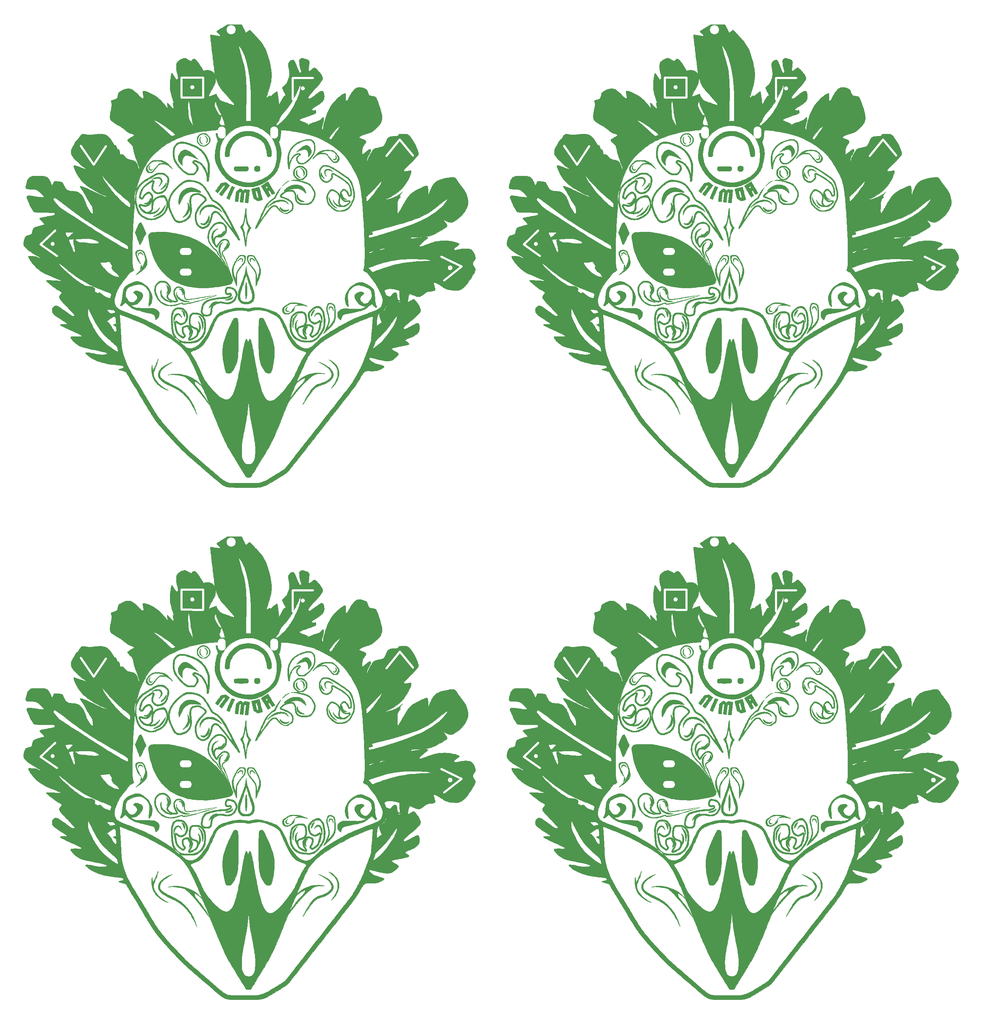
<source format=gbo>
G04 #@! TF.FileFunction,Legend,Bot*
%FSLAX46Y46*%
G04 Gerber Fmt 4.6, Leading zero omitted, Abs format (unit mm)*
G04 Created by KiCad (PCBNEW 4.0.7-e2-6376~58~ubuntu16.04.1) date Sat Nov  3 10:40:33 2018*
%MOMM*%
%LPD*%
G01*
G04 APERTURE LIST*
%ADD10C,0.150000*%
%ADD11C,0.010000*%
%ADD12C,0.500000*%
%ADD13C,0.200000*%
%ADD14R,2.200000X2.200000*%
%ADD15C,2.200000*%
%ADD16O,2.924000X1.700000*%
%ADD17R,2.100000X2.100000*%
%ADD18O,2.100000X2.100000*%
%ADD19O,1.900000X2.924000*%
G04 APERTURE END LIST*
D10*
D11*
G36*
X192926682Y-74083393D02*
X192653872Y-74254711D01*
X192398353Y-74415192D01*
X192167813Y-74560006D01*
X191969938Y-74684325D01*
X191812415Y-74783319D01*
X191702931Y-74852159D01*
X191649172Y-74886015D01*
X191648240Y-74886604D01*
X191581028Y-74942182D01*
X191554942Y-75004411D01*
X191573821Y-75080760D01*
X191641503Y-75178697D01*
X191761828Y-75305694D01*
X191938634Y-75469220D01*
X191955260Y-75484037D01*
X192122061Y-75635462D01*
X192237316Y-75749916D01*
X192308001Y-75837749D01*
X192341091Y-75909314D01*
X192343561Y-75974959D01*
X192326424Y-76034805D01*
X192304576Y-76075127D01*
X192269025Y-76103897D01*
X192211837Y-76120739D01*
X192125075Y-76125280D01*
X192000805Y-76117146D01*
X191831091Y-76095962D01*
X191607998Y-76061355D01*
X191323591Y-76012951D01*
X191126578Y-75978259D01*
X190775355Y-75917504D01*
X190495354Y-75872528D01*
X190284276Y-75843022D01*
X190139822Y-75828680D01*
X190059693Y-75829192D01*
X190045556Y-75833257D01*
X189993270Y-75899696D01*
X189979704Y-75979254D01*
X189984116Y-76034775D01*
X189996898Y-76159309D01*
X190017376Y-76347154D01*
X190044871Y-76592611D01*
X190078706Y-76889979D01*
X190118204Y-77233556D01*
X190162690Y-77617643D01*
X190211484Y-78036538D01*
X190263911Y-78484541D01*
X190319293Y-78955951D01*
X190376954Y-79445067D01*
X190436216Y-79946190D01*
X190496403Y-80453617D01*
X190556836Y-80961649D01*
X190616841Y-81464584D01*
X190675738Y-81956723D01*
X190732852Y-82432364D01*
X190787505Y-82885806D01*
X190839021Y-83311349D01*
X190886721Y-83703293D01*
X190929930Y-84055936D01*
X190967971Y-84363579D01*
X191000165Y-84620519D01*
X191025837Y-84821057D01*
X191044309Y-84959492D01*
X191053903Y-85024425D01*
X191076850Y-85174406D01*
X191090710Y-85294349D01*
X191093635Y-85366457D01*
X191090699Y-85378770D01*
X191079048Y-85389490D01*
X191065594Y-85385999D01*
X191040788Y-85356620D01*
X190995081Y-85289678D01*
X190918924Y-85173496D01*
X190903386Y-85149727D01*
X190697886Y-84895235D01*
X190445966Y-84692496D01*
X190142304Y-84538155D01*
X189781577Y-84428860D01*
X189747463Y-84421401D01*
X189459568Y-84382719D01*
X189156258Y-84380889D01*
X188865270Y-84414424D01*
X188614339Y-84481834D01*
X188613184Y-84482272D01*
X188523893Y-84515504D01*
X188452727Y-84533975D01*
X188391803Y-84530860D01*
X188333238Y-84499333D01*
X188269151Y-84432571D01*
X188191658Y-84323748D01*
X188092877Y-84166039D01*
X187964926Y-83952621D01*
X187925983Y-83887289D01*
X187626013Y-83394668D01*
X187353365Y-82969175D01*
X187106267Y-82608532D01*
X186882941Y-82310460D01*
X186681615Y-82072682D01*
X186500513Y-81892918D01*
X186337861Y-81768890D01*
X186232777Y-81713488D01*
X186093947Y-81674493D01*
X185962703Y-81683520D01*
X185825883Y-81745304D01*
X185670325Y-81864584D01*
X185580295Y-81948342D01*
X185471310Y-82053216D01*
X185384794Y-82134692D01*
X185333260Y-82181071D01*
X185324515Y-82187444D01*
X185272912Y-82170542D01*
X185169603Y-82124654D01*
X185028856Y-82057010D01*
X184864936Y-81974839D01*
X184692111Y-81885368D01*
X184524649Y-81795827D01*
X184376817Y-81713445D01*
X184299911Y-81668308D01*
X184121512Y-81565233D01*
X183974424Y-81497174D01*
X183841381Y-81463666D01*
X183705118Y-81464237D01*
X183548371Y-81498421D01*
X183353874Y-81565748D01*
X183172823Y-81637720D01*
X182778156Y-81817610D01*
X182454241Y-82008663D01*
X182196850Y-82215562D01*
X182001753Y-82442986D01*
X181864725Y-82695615D01*
X181781535Y-82978129D01*
X181752065Y-83210458D01*
X181747782Y-83517402D01*
X181770693Y-83879724D01*
X181818998Y-84283352D01*
X181890900Y-84714212D01*
X181984600Y-85158233D01*
X182019474Y-85303139D01*
X182092464Y-85606283D01*
X182143973Y-85847542D01*
X182174096Y-86037134D01*
X182182926Y-86185276D01*
X182170556Y-86302185D01*
X182137078Y-86398079D01*
X182082587Y-86483174D01*
X182030786Y-86543074D01*
X181963581Y-86601095D01*
X181896085Y-86625415D01*
X181823327Y-86611487D01*
X181740333Y-86554765D01*
X181642132Y-86450703D01*
X181523751Y-86294754D01*
X181380217Y-86082374D01*
X181206558Y-85809015D01*
X181178431Y-85763804D01*
X181019851Y-85512237D01*
X180894659Y-85322595D01*
X180799956Y-85190869D01*
X180732844Y-85113050D01*
X180690425Y-85085128D01*
X180687596Y-85084926D01*
X180658269Y-85094220D01*
X180632343Y-85129240D01*
X180606400Y-85200689D01*
X180577018Y-85319269D01*
X180540779Y-85495685D01*
X180517332Y-85617828D01*
X180445619Y-86002561D01*
X180388186Y-86328138D01*
X180343493Y-86608982D01*
X180309997Y-86859514D01*
X180286154Y-87094154D01*
X180270424Y-87327326D01*
X180261263Y-87573451D01*
X180257130Y-87846950D01*
X180256403Y-88057666D01*
X180260447Y-88441961D01*
X180274359Y-88793422D01*
X180300407Y-89123958D01*
X180340858Y-89445477D01*
X180397981Y-89769885D01*
X180474044Y-90109090D01*
X180571313Y-90475000D01*
X180692057Y-90879522D01*
X180838544Y-91334563D01*
X180935884Y-91625406D01*
X181014955Y-91862850D01*
X181083622Y-92076192D01*
X181138811Y-92255274D01*
X181177446Y-92389941D01*
X181196455Y-92470037D01*
X181196977Y-92487900D01*
X181157564Y-92480533D01*
X181090979Y-92432458D01*
X181080297Y-92422703D01*
X181011974Y-92369577D01*
X180967432Y-92354840D01*
X180964349Y-92356774D01*
X180960093Y-92385696D01*
X180964269Y-92459437D01*
X180977533Y-92583217D01*
X181000542Y-92762259D01*
X181033952Y-93001783D01*
X181078419Y-93307012D01*
X181113060Y-93539752D01*
X181109693Y-93628343D01*
X181093974Y-93671456D01*
X181056028Y-93694849D01*
X180993466Y-93678098D01*
X180902491Y-93617966D01*
X180779303Y-93511213D01*
X180620104Y-93354600D01*
X180421096Y-93144888D01*
X180225244Y-92930703D01*
X180057480Y-92747604D01*
X179904040Y-92584951D01*
X179772760Y-92450665D01*
X179671476Y-92352667D01*
X179608024Y-92298877D01*
X179592324Y-92291000D01*
X179558968Y-92325889D01*
X179543905Y-92424337D01*
X179546686Y-92577015D01*
X179566865Y-92774592D01*
X179603995Y-93007738D01*
X179633976Y-93159645D01*
X179672745Y-93353962D01*
X179692349Y-93483991D01*
X179692786Y-93558218D01*
X179674056Y-93585135D01*
X179636157Y-93573230D01*
X179633899Y-93571855D01*
X179599481Y-93536429D01*
X179525349Y-93450961D01*
X179418801Y-93324177D01*
X179287137Y-93164805D01*
X179137655Y-92981571D01*
X179061474Y-92887403D01*
X178685072Y-92433491D01*
X178332554Y-92036467D01*
X177993350Y-91686304D01*
X177656895Y-91372978D01*
X177312621Y-91086464D01*
X176949962Y-90816737D01*
X176696445Y-90643734D01*
X176389997Y-90452340D01*
X176058411Y-90265248D01*
X175712277Y-90086934D01*
X175362187Y-89921869D01*
X175018732Y-89774527D01*
X174692503Y-89649382D01*
X174394091Y-89550908D01*
X174134086Y-89483577D01*
X173923079Y-89451863D01*
X173870179Y-89449963D01*
X173772368Y-89452340D01*
X173700917Y-89465527D01*
X173654293Y-89498604D01*
X173630966Y-89560654D01*
X173629403Y-89660757D01*
X173648074Y-89807994D01*
X173685447Y-90011448D01*
X173734597Y-90253968D01*
X173779235Y-90474687D01*
X173817974Y-90673017D01*
X173848384Y-90835971D01*
X173868039Y-90950563D01*
X173874540Y-91002738D01*
X173841290Y-91070004D01*
X173757886Y-91137807D01*
X173647957Y-91191846D01*
X173535131Y-91217819D01*
X173518200Y-91218415D01*
X173463095Y-91209699D01*
X173401261Y-91177777D01*
X173322226Y-91114194D01*
X173215513Y-91010494D01*
X173070647Y-90858222D01*
X173066645Y-90853932D01*
X172664075Y-90431572D01*
X172298759Y-90068175D01*
X171966338Y-89759995D01*
X171662452Y-89503287D01*
X171382742Y-89294305D01*
X171122848Y-89129304D01*
X170956728Y-89041050D01*
X170649096Y-88922510D01*
X170328830Y-88862944D01*
X169990385Y-88862978D01*
X169628215Y-88923241D01*
X169236774Y-89044360D01*
X168810517Y-89226963D01*
X168661162Y-89300874D01*
X168379809Y-89447985D01*
X168160653Y-89571551D01*
X167996277Y-89676623D01*
X167879264Y-89768253D01*
X167802197Y-89851493D01*
X167766887Y-89909886D01*
X167733889Y-90004201D01*
X167696703Y-90149028D01*
X167661159Y-90320290D01*
X167645054Y-90413088D01*
X167589163Y-90703148D01*
X167518880Y-90933816D01*
X167424441Y-91115310D01*
X167296079Y-91257846D01*
X167124030Y-91371642D01*
X166898528Y-91466917D01*
X166609807Y-91553886D01*
X166536445Y-91573019D01*
X166312234Y-91634252D01*
X166153045Y-91688371D01*
X166049598Y-91740240D01*
X165992614Y-91794720D01*
X165972815Y-91856674D01*
X165972481Y-91868534D01*
X165984003Y-91942510D01*
X166014179Y-92064604D01*
X166057149Y-92211779D01*
X166070360Y-92253370D01*
X166114011Y-92410369D01*
X166140769Y-92568313D01*
X166150036Y-92738829D01*
X166141210Y-92933542D01*
X166113692Y-93164076D01*
X166066881Y-93442058D01*
X166000178Y-93779112D01*
X165988769Y-93833814D01*
X165917316Y-94177167D01*
X165860422Y-94458167D01*
X165816425Y-94687952D01*
X165783662Y-94877661D01*
X165760471Y-95038430D01*
X165745191Y-95181398D01*
X165736159Y-95317703D01*
X165731713Y-95458482D01*
X165730445Y-95564777D01*
X165735175Y-95837745D01*
X165757259Y-96053891D01*
X165802337Y-96230736D01*
X165876051Y-96385801D01*
X165984041Y-96536608D01*
X166077652Y-96643204D01*
X166201333Y-96767647D01*
X166340651Y-96888149D01*
X166505142Y-97011203D01*
X166704340Y-97143304D01*
X166947781Y-97290947D01*
X167245001Y-97460625D01*
X167420741Y-97557946D01*
X167847008Y-97798414D01*
X168212058Y-98018423D01*
X168525109Y-98224028D01*
X168795378Y-98421284D01*
X169032083Y-98616246D01*
X169032861Y-98616929D01*
X169321467Y-98867067D01*
X169568725Y-99071872D01*
X169786862Y-99238865D01*
X169988105Y-99375565D01*
X170184681Y-99489495D01*
X170388818Y-99588174D01*
X170612744Y-99679124D01*
X170868686Y-99769864D01*
X170953193Y-99798055D01*
X171209222Y-99888347D01*
X171395101Y-99967555D01*
X171514780Y-100037773D01*
X171572204Y-100101093D01*
X171578815Y-100129737D01*
X171549967Y-100185208D01*
X171461887Y-100264604D01*
X171312270Y-100369525D01*
X171098812Y-100501566D01*
X170819207Y-100662325D01*
X170773461Y-100687877D01*
X170514202Y-100834375D01*
X170314878Y-100952920D01*
X170168160Y-101049313D01*
X170066717Y-101129354D01*
X170003221Y-101198846D01*
X169970340Y-101263589D01*
X169960746Y-101329383D01*
X169960741Y-101331082D01*
X169992554Y-101454971D01*
X170084502Y-101609604D01*
X170231350Y-101788436D01*
X170427864Y-101984919D01*
X170612947Y-102146790D01*
X170797702Y-102302660D01*
X170940395Y-102433789D01*
X171048903Y-102554422D01*
X171131104Y-102678802D01*
X171194875Y-102821174D01*
X171248095Y-102995782D01*
X171298639Y-103216868D01*
X171351072Y-103481462D01*
X171450272Y-103948388D01*
X171572701Y-104436667D01*
X171720852Y-104954332D01*
X171897218Y-105509412D01*
X172104291Y-106109939D01*
X172344562Y-106763944D01*
X172479301Y-107117074D01*
X172569395Y-107354043D01*
X172650968Y-107575115D01*
X172719690Y-107768032D01*
X172771233Y-107920535D01*
X172801268Y-108020366D01*
X172806388Y-108043393D01*
X172808591Y-108157213D01*
X172784229Y-108259938D01*
X172741307Y-108327054D01*
X172709501Y-108340037D01*
X172686792Y-108306224D01*
X172646293Y-108213071D01*
X172592864Y-108073005D01*
X172531370Y-107898455D01*
X172499672Y-107803814D01*
X172376169Y-107445870D01*
X172261450Y-107153401D01*
X172150311Y-106917936D01*
X172037547Y-106731002D01*
X171917955Y-106584127D01*
X171786332Y-106468839D01*
X171637473Y-106376666D01*
X171616445Y-106365870D01*
X171509062Y-106314361D01*
X171404290Y-106271226D01*
X171287372Y-106232095D01*
X171143550Y-106192596D01*
X170958069Y-106148360D01*
X170716172Y-106095014D01*
X170664284Y-106083847D01*
X170412728Y-106024509D01*
X170195873Y-105962853D01*
X170029100Y-105903524D01*
X169959896Y-105871204D01*
X169845270Y-105792366D01*
X169696871Y-105665141D01*
X169527063Y-105500599D01*
X169416002Y-105384210D01*
X169268565Y-105230652D01*
X169121276Y-105086678D01*
X168989936Y-104967149D01*
X168890342Y-104886929D01*
X168879303Y-104879328D01*
X168764782Y-104812170D01*
X168661248Y-104779857D01*
X168543900Y-104779832D01*
X168387936Y-104809540D01*
X168333179Y-104823038D01*
X168260392Y-104832162D01*
X168215317Y-104800329D01*
X168177123Y-104722587D01*
X168148143Y-104633427D01*
X168110961Y-104491752D01*
X168070944Y-104319072D01*
X168042259Y-104181963D01*
X167994307Y-103956472D01*
X167950944Y-103796236D01*
X167906948Y-103691895D01*
X167857102Y-103634085D01*
X167796183Y-103613446D01*
X167728236Y-103618789D01*
X167650075Y-103623785D01*
X167584015Y-103600492D01*
X167523662Y-103540086D01*
X167462619Y-103433744D01*
X167394491Y-103272639D01*
X167312884Y-103047949D01*
X167311367Y-103043600D01*
X167157334Y-102601518D01*
X167011944Y-102601518D01*
X166915309Y-102591990D01*
X166837377Y-102553330D01*
X166750483Y-102470426D01*
X166729721Y-102447349D01*
X166654368Y-102352335D01*
X166554576Y-102212477D01*
X166444178Y-102047730D01*
X166351524Y-101901719D01*
X166126740Y-101542241D01*
X165931054Y-101241807D01*
X165758323Y-100992967D01*
X165602404Y-100788267D01*
X165457152Y-100620254D01*
X165316425Y-100481477D01*
X165174078Y-100364482D01*
X165023968Y-100261818D01*
X164974815Y-100231687D01*
X164635311Y-100066382D01*
X164244168Y-99946730D01*
X163799729Y-99872576D01*
X163300336Y-99843768D01*
X162744331Y-99860152D01*
X162130055Y-99921574D01*
X161926815Y-99949843D01*
X161549326Y-100001482D01*
X161226748Y-100035166D01*
X160940955Y-100051099D01*
X160673822Y-100049483D01*
X160407223Y-100030519D01*
X160123032Y-99994410D01*
X159978252Y-99971577D01*
X159685616Y-99925471D01*
X159454816Y-99895252D01*
X159274187Y-99880628D01*
X159132065Y-99881308D01*
X159016785Y-99897000D01*
X158916683Y-99927415D01*
X158877258Y-99944101D01*
X158760618Y-100010651D01*
X158654797Y-100104462D01*
X158549241Y-100237886D01*
X158433394Y-100423278D01*
X158367624Y-100540583D01*
X158281638Y-100684417D01*
X158180631Y-100823613D01*
X158052207Y-100973172D01*
X157883968Y-101148097D01*
X157784023Y-101246852D01*
X157591155Y-101440342D01*
X157446286Y-101599990D01*
X157339327Y-101739804D01*
X157260192Y-101873794D01*
X157198792Y-102015971D01*
X157169886Y-102099758D01*
X157132990Y-102185484D01*
X157065493Y-102316929D01*
X156977003Y-102476189D01*
X156877124Y-102645365D01*
X156877110Y-102645388D01*
X156675221Y-102989790D01*
X156518666Y-103288365D01*
X156403544Y-103552206D01*
X156325954Y-103792403D01*
X156281995Y-104020051D01*
X156267766Y-104246240D01*
X156270924Y-104368942D01*
X156293997Y-104582743D01*
X156344103Y-104776944D01*
X156428899Y-104969420D01*
X156556045Y-105178044D01*
X156706702Y-105386111D01*
X157009061Y-105763696D01*
X157309651Y-106095739D01*
X157632502Y-106407394D01*
X157920780Y-106657133D01*
X158101663Y-106811897D01*
X158280640Y-106972437D01*
X158441056Y-107123318D01*
X158566260Y-107249106D01*
X158604089Y-107290455D01*
X158728141Y-107419241D01*
X158870820Y-107540440D01*
X159048903Y-107667044D01*
X159272796Y-107808181D01*
X159515542Y-107957825D01*
X159697118Y-108076020D01*
X159822704Y-108166834D01*
X159897483Y-108234332D01*
X159926635Y-108282583D01*
X159917157Y-108313932D01*
X159880389Y-108330193D01*
X159813934Y-108330439D01*
X159712355Y-108313073D01*
X159570216Y-108276501D01*
X159382077Y-108219128D01*
X159142502Y-108139360D01*
X158846053Y-108035600D01*
X158487292Y-107906255D01*
X158324789Y-107846874D01*
X158045639Y-107745835D01*
X157784787Y-107653842D01*
X157551764Y-107574069D01*
X157356105Y-107509691D01*
X157207342Y-107463884D01*
X157115009Y-107439821D01*
X157093742Y-107436926D01*
X156997441Y-107452501D01*
X156941887Y-107504952D01*
X156924737Y-107602866D01*
X156943649Y-107754831D01*
X156972670Y-107880792D01*
X157068304Y-108191808D01*
X157205208Y-108545623D01*
X157376105Y-108927529D01*
X157573717Y-109322821D01*
X157790765Y-109716790D01*
X158019970Y-110094729D01*
X158207604Y-110376238D01*
X158544182Y-110827364D01*
X158905575Y-111249541D01*
X159299417Y-111649328D01*
X159733345Y-112033282D01*
X160214994Y-112407960D01*
X160752002Y-112779922D01*
X161352003Y-113155723D01*
X161644593Y-113327835D01*
X161928928Y-113493165D01*
X162244022Y-113678068D01*
X162566788Y-113868889D01*
X162874140Y-114051969D01*
X163142992Y-114213651D01*
X163181782Y-114237163D01*
X163260915Y-114277057D01*
X163396591Y-114336816D01*
X163574637Y-114410556D01*
X163780878Y-114492395D01*
X163981433Y-114569068D01*
X164274142Y-114680839D01*
X164501431Y-114772354D01*
X164669461Y-114846601D01*
X164784389Y-114906567D01*
X164852378Y-114955238D01*
X164879587Y-114995604D01*
X164880741Y-115005193D01*
X164847698Y-115033818D01*
X164756020Y-115036502D01*
X164616884Y-115015412D01*
X164441470Y-114972717D01*
X164240953Y-114910584D01*
X164067892Y-114847529D01*
X163917695Y-114785915D01*
X163714800Y-114698042D01*
X163474154Y-114590636D01*
X163210703Y-114470422D01*
X162939396Y-114344127D01*
X162754667Y-114256592D01*
X162265225Y-114022865D01*
X161838323Y-113819169D01*
X161468639Y-113643001D01*
X161150848Y-113491856D01*
X160879629Y-113363231D01*
X160649657Y-113254622D01*
X160455611Y-113163524D01*
X160292167Y-113087435D01*
X160154001Y-113023850D01*
X160035792Y-112970264D01*
X159932215Y-112924175D01*
X159837948Y-112883078D01*
X159800741Y-112867085D01*
X159449293Y-112722923D01*
X159145334Y-112611361D01*
X158891992Y-112533126D01*
X158692394Y-112488943D01*
X158549670Y-112479538D01*
X158466948Y-112505637D01*
X158446074Y-112552760D01*
X158466662Y-112612929D01*
X158522285Y-112717687D01*
X158603731Y-112850746D01*
X158674815Y-112957278D01*
X158865487Y-113235348D01*
X159025317Y-113474417D01*
X159164815Y-113691816D01*
X159294486Y-113904875D01*
X159424841Y-114130924D01*
X159566386Y-114387294D01*
X159729630Y-114691316D01*
X159753969Y-114737078D01*
X159920203Y-115048816D01*
X160060193Y-115307831D01*
X160182366Y-115528195D01*
X160295149Y-115723983D01*
X160406968Y-115909268D01*
X160526251Y-116098125D01*
X160661424Y-116304626D01*
X160820914Y-116542846D01*
X160945656Y-116727329D01*
X161135285Y-117013930D01*
X161278205Y-117245389D01*
X161375946Y-117424330D01*
X161430035Y-117553380D01*
X161433489Y-117565010D01*
X161462075Y-117689109D01*
X161492278Y-117857483D01*
X161522102Y-118053681D01*
X161549550Y-118261250D01*
X161572625Y-118463741D01*
X161589330Y-118644701D01*
X161597668Y-118787679D01*
X161595643Y-118876224D01*
X161593822Y-118885941D01*
X161541264Y-118966514D01*
X161438385Y-119037700D01*
X161434142Y-119039752D01*
X161343188Y-119079334D01*
X161288362Y-119084149D01*
X161238906Y-119053925D01*
X161220391Y-119037873D01*
X161169174Y-118979664D01*
X161089241Y-118874045D01*
X160992355Y-118737057D01*
X160908744Y-118612926D01*
X160787466Y-118430199D01*
X160655775Y-118234052D01*
X160533843Y-118054445D01*
X160478010Y-117973222D01*
X160351625Y-117782261D01*
X160240773Y-117593949D01*
X160138100Y-117392934D01*
X160036248Y-117163865D01*
X159927862Y-116891389D01*
X159819870Y-116599740D01*
X159664280Y-116178640D01*
X159524107Y-115821032D01*
X159394575Y-115517910D01*
X159270908Y-115260266D01*
X159148328Y-115039093D01*
X159022059Y-114845386D01*
X158887324Y-114670136D01*
X158739346Y-114504338D01*
X158671852Y-114435108D01*
X158455445Y-114235216D01*
X158238465Y-114074120D01*
X158008721Y-113947220D01*
X157754023Y-113849917D01*
X157462183Y-113777612D01*
X157121009Y-113725705D01*
X156718312Y-113689596D01*
X156691228Y-113687785D01*
X156467630Y-113671209D01*
X156253318Y-113651951D01*
X156067301Y-113631955D01*
X155928588Y-113613166D01*
X155885525Y-113605386D01*
X155597395Y-113517275D01*
X155337979Y-113377095D01*
X155102920Y-113180361D01*
X154887861Y-112922588D01*
X154688445Y-112599290D01*
X154500313Y-112205981D01*
X154480435Y-112159003D01*
X154388928Y-111941953D01*
X154319700Y-111783923D01*
X154266721Y-111674199D01*
X154223966Y-111602068D01*
X154185406Y-111556817D01*
X154145015Y-111527731D01*
X154117300Y-111513538D01*
X154003583Y-111474088D01*
X153836547Y-111434726D01*
X153629902Y-111396932D01*
X153397358Y-111362190D01*
X153152624Y-111331980D01*
X152909410Y-111307785D01*
X152681426Y-111291086D01*
X152482382Y-111283365D01*
X152325987Y-111286104D01*
X152225952Y-111300785D01*
X152209680Y-111307359D01*
X152160117Y-111358655D01*
X152103287Y-111466694D01*
X152036014Y-111638140D01*
X151994170Y-111759599D01*
X151915278Y-111981648D01*
X151847741Y-112135966D01*
X151787478Y-112228480D01*
X151730404Y-112265119D01*
X151672436Y-112251808D01*
X151660557Y-112243808D01*
X151624574Y-112193976D01*
X151567355Y-112087569D01*
X151495462Y-111937953D01*
X151415460Y-111758488D01*
X151373517Y-111659452D01*
X151224518Y-111314893D01*
X151088842Y-111034059D01*
X150959964Y-110808079D01*
X150831363Y-110628081D01*
X150696515Y-110485194D01*
X150548896Y-110370548D01*
X150381985Y-110275271D01*
X150341302Y-110255689D01*
X150204378Y-110195272D01*
X150070699Y-110145894D01*
X149930875Y-110106468D01*
X149775517Y-110075906D01*
X149595237Y-110053121D01*
X149380645Y-110037026D01*
X149122352Y-110026535D01*
X148810969Y-110020559D01*
X148437108Y-110018012D01*
X148286074Y-110017726D01*
X147937594Y-110017877D01*
X147655201Y-110019353D01*
X147429729Y-110022556D01*
X147252012Y-110027889D01*
X147112885Y-110035753D01*
X147003181Y-110046552D01*
X146913734Y-110060689D01*
X146835378Y-110078565D01*
X146822477Y-110082012D01*
X146579073Y-110161257D01*
X146368714Y-110261262D01*
X146186458Y-110388968D01*
X146027362Y-110551318D01*
X145886485Y-110755255D01*
X145758883Y-111007720D01*
X145639615Y-111315657D01*
X145523739Y-111686008D01*
X145427767Y-112041211D01*
X145356107Y-112356363D01*
X145320038Y-112610604D01*
X145320508Y-112809831D01*
X145358466Y-112959948D01*
X145434863Y-113066852D01*
X145550649Y-113136447D01*
X145606982Y-113154830D01*
X145684406Y-113166400D01*
X145824210Y-113177953D01*
X146013519Y-113188805D01*
X146239457Y-113198270D01*
X146489148Y-113205665D01*
X146611556Y-113208240D01*
X146965700Y-113217201D01*
X147256532Y-113232036D01*
X147495954Y-113255975D01*
X147695866Y-113292249D01*
X147868169Y-113344087D01*
X148024764Y-113414722D01*
X148177553Y-113507382D01*
X148338436Y-113625300D01*
X148436593Y-113703644D01*
X148560304Y-113810082D01*
X148708811Y-113946873D01*
X148872661Y-114104308D01*
X149042397Y-114272676D01*
X149208563Y-114442268D01*
X149361706Y-114603373D01*
X149492368Y-114746283D01*
X149591095Y-114861286D01*
X149648431Y-114938674D01*
X149657986Y-114957905D01*
X149670037Y-115027526D01*
X149654044Y-115082521D01*
X149605064Y-115122959D01*
X149518156Y-115148911D01*
X149388376Y-115160450D01*
X149210781Y-115157644D01*
X148980431Y-115140565D01*
X148692381Y-115109283D01*
X148341690Y-115063870D01*
X147923415Y-115004396D01*
X147789575Y-114984649D01*
X147355553Y-114920304D01*
X146989568Y-114866862D01*
X146685201Y-114824252D01*
X146436036Y-114792401D01*
X146235654Y-114771237D01*
X146077637Y-114760689D01*
X145955567Y-114760683D01*
X145863027Y-114771147D01*
X145793599Y-114792011D01*
X145740865Y-114823200D01*
X145698407Y-114864644D01*
X145659807Y-114916271D01*
X145630355Y-114960379D01*
X145567262Y-115071848D01*
X145547335Y-115164776D01*
X145555998Y-115248028D01*
X145579271Y-115324833D01*
X145629307Y-115459179D01*
X145701433Y-115640228D01*
X145790974Y-115857142D01*
X145893257Y-116099082D01*
X146003608Y-116355212D01*
X146117353Y-116614693D01*
X146229819Y-116866687D01*
X146336331Y-117100355D01*
X146432216Y-117304861D01*
X146512799Y-117469367D01*
X146520264Y-117484037D01*
X146648077Y-117722637D01*
X146784741Y-117957935D01*
X146923002Y-118179153D01*
X147055607Y-118375513D01*
X147175300Y-118536237D01*
X147274830Y-118650548D01*
X147342308Y-118705435D01*
X147411318Y-118733343D01*
X147506503Y-118757656D01*
X147632967Y-118778653D01*
X147795813Y-118796612D01*
X148000142Y-118811811D01*
X148251058Y-118824528D01*
X148553664Y-118835041D01*
X148913062Y-118843628D01*
X149334356Y-118850567D01*
X149822647Y-118856137D01*
X150160086Y-118859016D01*
X150624183Y-118863002D01*
X151018033Y-118867394D01*
X151346649Y-118872346D01*
X151615042Y-118878012D01*
X151828225Y-118884547D01*
X151991210Y-118892105D01*
X152109009Y-118900840D01*
X152186634Y-118910907D01*
X152229098Y-118922461D01*
X152229716Y-118922752D01*
X152286751Y-118956725D01*
X152317209Y-119003306D01*
X152329298Y-119084539D01*
X152331260Y-119195514D01*
X152331260Y-119419607D01*
X152145033Y-119488751D01*
X152063258Y-119512116D01*
X151917711Y-119546305D01*
X151718755Y-119589183D01*
X151476754Y-119638613D01*
X151202071Y-119692460D01*
X150905068Y-119748588D01*
X150715107Y-119783444D01*
X150405139Y-119840001D01*
X150107130Y-119895019D01*
X149832228Y-119946392D01*
X149591580Y-119992015D01*
X149396334Y-120029779D01*
X149257638Y-120057581D01*
X149208000Y-120068197D01*
X148983009Y-120128870D01*
X148812624Y-120196234D01*
X148703558Y-120266922D01*
X148662523Y-120337565D01*
X148662371Y-120341991D01*
X148688406Y-120391096D01*
X148762533Y-120485765D01*
X148878779Y-120619205D01*
X149031174Y-120784621D01*
X149213749Y-120975220D01*
X149264445Y-121027065D01*
X149437190Y-121205592D01*
X149590574Y-121369046D01*
X149717086Y-121509015D01*
X149809214Y-121617085D01*
X149859448Y-121684846D01*
X149866519Y-121701384D01*
X149847063Y-121734917D01*
X149782458Y-121770393D01*
X149663351Y-121811649D01*
X149480388Y-121862521D01*
X149462000Y-121867305D01*
X149160218Y-121946943D01*
X148856198Y-122029754D01*
X148561899Y-122112267D01*
X148289282Y-122191013D01*
X148050307Y-122262520D01*
X147856934Y-122323319D01*
X147721123Y-122369939D01*
X147694729Y-122380104D01*
X147458202Y-122488852D01*
X147276509Y-122609358D01*
X147140245Y-122754406D01*
X147040004Y-122936776D01*
X146966383Y-123169251D01*
X146913530Y-123441821D01*
X146882984Y-123612152D01*
X146849206Y-123764289D01*
X146817412Y-123876088D01*
X146802748Y-123912192D01*
X146701109Y-124055373D01*
X146554471Y-124173103D01*
X146354606Y-124269767D01*
X146093283Y-124349751D01*
X145903056Y-124391661D01*
X145689962Y-124439793D01*
X145532509Y-124496284D01*
X145412738Y-124574934D01*
X145312693Y-124689539D01*
X145214417Y-124853898D01*
X145157649Y-124964411D01*
X144963994Y-125403652D01*
X144837968Y-125810020D01*
X144779575Y-126183491D01*
X144788818Y-126524036D01*
X144865700Y-126831629D01*
X144912466Y-126939491D01*
X145023454Y-127115797D01*
X145196403Y-127321030D01*
X145426247Y-127549892D01*
X145707919Y-127797087D01*
X145821334Y-127889785D01*
X145982692Y-128016445D01*
X146147484Y-128139101D01*
X146324570Y-128263502D01*
X146522809Y-128395397D01*
X146751060Y-128540535D01*
X147018181Y-128704665D01*
X147333033Y-128893537D01*
X147704474Y-129112899D01*
X147721630Y-129122974D01*
X148065289Y-129326111D01*
X148346877Y-129495716D01*
X148570341Y-129634388D01*
X148739630Y-129744722D01*
X148858692Y-129829316D01*
X148931475Y-129890768D01*
X148961929Y-129931675D01*
X148963408Y-129939810D01*
X148950361Y-129967425D01*
X148906356Y-129972378D01*
X148824095Y-129952352D01*
X148696281Y-129905030D01*
X148515617Y-129828095D01*
X148288538Y-129725537D01*
X148074076Y-129628472D01*
X147911748Y-129559466D01*
X147786070Y-129513540D01*
X147681556Y-129485714D01*
X147582722Y-129471007D01*
X147477037Y-129464544D01*
X147341825Y-129457914D01*
X147153832Y-129446295D01*
X146935260Y-129431169D01*
X146708308Y-129414020D01*
X146645129Y-129408965D01*
X146442145Y-129394324D01*
X146262691Y-129384797D01*
X146121578Y-129380912D01*
X146033618Y-129383194D01*
X146014833Y-129386554D01*
X145962992Y-129442715D01*
X145957949Y-129548361D01*
X145995815Y-129697342D01*
X146072706Y-129883509D01*
X146184735Y-130100710D01*
X146328015Y-130342797D01*
X146498661Y-130603620D01*
X146692787Y-130877029D01*
X146906505Y-131156873D01*
X147135930Y-131437004D01*
X147377177Y-131711272D01*
X147626357Y-131973526D01*
X147689304Y-132036361D01*
X148033954Y-132360954D01*
X148386733Y-132660217D01*
X148755403Y-132938585D01*
X149147723Y-133200492D01*
X149571455Y-133450374D01*
X150034360Y-133692665D01*
X150544197Y-133931800D01*
X151108727Y-134172213D01*
X151735711Y-134418340D01*
X152086667Y-134549199D01*
X152308086Y-134633435D01*
X152527756Y-134722195D01*
X152725657Y-134807039D01*
X152881766Y-134879526D01*
X152934353Y-134906571D01*
X153108460Y-134991770D01*
X153303942Y-135073849D01*
X153466846Y-135131235D01*
X153666630Y-135199638D01*
X153795285Y-135260720D01*
X153852412Y-135312619D01*
X153837610Y-135353474D01*
X153750477Y-135381425D01*
X153590612Y-135394610D01*
X153523780Y-135395407D01*
X153411802Y-135392844D01*
X153237154Y-135385764D01*
X153012244Y-135374814D01*
X152749484Y-135360641D01*
X152461284Y-135343892D01*
X152160055Y-135325214D01*
X152086667Y-135320481D01*
X151668819Y-135293929D01*
X151319928Y-135273454D01*
X151033923Y-135259244D01*
X150804731Y-135251487D01*
X150626282Y-135250370D01*
X150492504Y-135256079D01*
X150397325Y-135268802D01*
X150334675Y-135288726D01*
X150298481Y-135316039D01*
X150282672Y-135350927D01*
X150280445Y-135376166D01*
X150305792Y-135433754D01*
X150383011Y-135525575D01*
X150513865Y-135653220D01*
X150700119Y-135818276D01*
X150943536Y-136022331D01*
X151245882Y-136266975D01*
X151446549Y-136426208D01*
X151742140Y-136658755D01*
X151988888Y-136850875D01*
X152196553Y-137009361D01*
X152374895Y-137141006D01*
X152533673Y-137252603D01*
X152682646Y-137350944D01*
X152831576Y-137442824D01*
X152990220Y-137535034D01*
X153168338Y-137634369D01*
X153234371Y-137670590D01*
X153489140Y-137813568D01*
X153682768Y-137931355D01*
X153822760Y-138029609D01*
X153916617Y-138113989D01*
X153971846Y-138190156D01*
X153991546Y-138241637D01*
X153996654Y-138310062D01*
X153973604Y-138387564D01*
X153915835Y-138485701D01*
X153816788Y-138616034D01*
X153700324Y-138754857D01*
X153587734Y-138897814D01*
X153498415Y-139033953D01*
X153446332Y-139141657D01*
X153442688Y-139153676D01*
X153425293Y-139264416D01*
X153433391Y-139383341D01*
X153470075Y-139514816D01*
X153538439Y-139663207D01*
X153641579Y-139832881D01*
X153782587Y-140028204D01*
X153964558Y-140253542D01*
X154190587Y-140513261D01*
X154463767Y-140811727D01*
X154787192Y-141153307D01*
X155059595Y-141435269D01*
X155332774Y-141718447D01*
X155611471Y-142012116D01*
X155904214Y-142325473D01*
X156219528Y-142667716D01*
X156565941Y-143048044D01*
X156951979Y-143475656D01*
X156986005Y-143513492D01*
X157065292Y-143614851D01*
X157117231Y-143706513D01*
X157129037Y-143750598D01*
X157094369Y-143824188D01*
X157001259Y-143883146D01*
X156866054Y-143921263D01*
X156705100Y-143932331D01*
X156657405Y-143929718D01*
X156612348Y-143924524D01*
X156566418Y-143914218D01*
X156514107Y-143895161D01*
X156449903Y-143863709D01*
X156368299Y-143816222D01*
X156263784Y-143749059D01*
X156130850Y-143658578D01*
X155963987Y-143541138D01*
X155757685Y-143393097D01*
X155506436Y-143210814D01*
X155204730Y-142990648D01*
X154906517Y-142772482D01*
X154596101Y-142546475D01*
X154296843Y-142330900D01*
X154015591Y-142130531D01*
X153759191Y-141950143D01*
X153534490Y-141794511D01*
X153348335Y-141668409D01*
X153207573Y-141576611D01*
X153119050Y-141523892D01*
X153108166Y-141518434D01*
X152847535Y-141427275D01*
X152605110Y-141408987D01*
X152378947Y-141463989D01*
X152167103Y-141592704D01*
X151997882Y-141759168D01*
X151844161Y-141964969D01*
X151748833Y-142164549D01*
X151702155Y-142383652D01*
X151693205Y-142564185D01*
X151698315Y-142736434D01*
X151719944Y-142874908D01*
X151766368Y-143001339D01*
X151845863Y-143137460D01*
X151966708Y-143305002D01*
X151984024Y-143327783D01*
X152095984Y-143459974D01*
X152239502Y-143602643D01*
X152418940Y-143758990D01*
X152638664Y-143932211D01*
X152903036Y-144125503D01*
X153216420Y-144342064D01*
X153583179Y-144585092D01*
X154007678Y-144857784D01*
X154459716Y-145141814D01*
X154657825Y-145267917D01*
X154844675Y-145391747D01*
X155006112Y-145503558D01*
X155127983Y-145593607D01*
X155185284Y-145641352D01*
X155270312Y-145724529D01*
X155306493Y-145776161D01*
X155301726Y-145814141D01*
X155275274Y-145845186D01*
X155243878Y-145867576D01*
X155194093Y-145883568D01*
X155114960Y-145893967D01*
X154995514Y-145899578D01*
X154824794Y-145901205D01*
X154591838Y-145899653D01*
X154541046Y-145899082D01*
X154254977Y-145897900D01*
X154036031Y-145902779D01*
X153876221Y-145915019D01*
X153767561Y-145935921D01*
X153702065Y-145966784D01*
X153671746Y-146008912D01*
X153667111Y-146041432D01*
X153671470Y-146071928D01*
X153687471Y-146104103D01*
X153719501Y-146140232D01*
X153771945Y-146182588D01*
X153849191Y-146233445D01*
X153955625Y-146295078D01*
X154095633Y-146369761D01*
X154273601Y-146459768D01*
X154493917Y-146567372D01*
X154760966Y-146694848D01*
X155079135Y-146844469D01*
X155452811Y-147018511D01*
X155886379Y-147219246D01*
X156364914Y-147440048D01*
X156816941Y-147648653D01*
X157205780Y-147828759D01*
X157536758Y-147983004D01*
X157815204Y-148114024D01*
X158046446Y-148224458D01*
X158235811Y-148316942D01*
X158388628Y-148394114D01*
X158510224Y-148458611D01*
X158605928Y-148513071D01*
X158681068Y-148560131D01*
X158740971Y-148602428D01*
X158786285Y-148638624D01*
X158864170Y-148708018D01*
X158890967Y-148751460D01*
X158874163Y-148790247D01*
X158849098Y-148817263D01*
X158825886Y-148836585D01*
X158792940Y-148851761D01*
X158742003Y-148863177D01*
X158664816Y-148871215D01*
X158553119Y-148876260D01*
X158398655Y-148878698D01*
X158193163Y-148878912D01*
X157928385Y-148877287D01*
X157620557Y-148874450D01*
X157253167Y-148871587D01*
X156954082Y-148871672D01*
X156716374Y-148875708D01*
X156533115Y-148884697D01*
X156397375Y-148899643D01*
X156302225Y-148921546D01*
X156240738Y-148951410D01*
X156205985Y-148990236D01*
X156191037Y-149039028D01*
X156188650Y-149081598D01*
X156219121Y-149220037D01*
X156304948Y-149392436D01*
X156438949Y-149590887D01*
X156613940Y-149807486D01*
X156822739Y-150034324D01*
X157058162Y-150263496D01*
X157313027Y-150487096D01*
X157580151Y-150697216D01*
X157791941Y-150846363D01*
X157974180Y-150963166D01*
X158157680Y-151070011D01*
X158348602Y-151168774D01*
X158553107Y-151261335D01*
X158777356Y-151349570D01*
X159027510Y-151435357D01*
X159309731Y-151520574D01*
X159630179Y-151607099D01*
X159995015Y-151696808D01*
X160410400Y-151791580D01*
X160882496Y-151893292D01*
X161417463Y-152003823D01*
X161924214Y-152105710D01*
X162486759Y-152218801D01*
X162979332Y-152320274D01*
X163406129Y-152411274D01*
X163771346Y-152492947D01*
X164079180Y-152566439D01*
X164333828Y-152632896D01*
X164539485Y-152693464D01*
X164700348Y-152749288D01*
X164820614Y-152801514D01*
X164904478Y-152851289D01*
X164956138Y-152899757D01*
X164977426Y-152939375D01*
X164974406Y-153030779D01*
X164901757Y-153106723D01*
X164758583Y-153167493D01*
X164543985Y-153213376D01*
X164257067Y-153244661D01*
X163977630Y-153259277D01*
X163766491Y-153263861D01*
X163565779Y-153261965D01*
X163364583Y-153252293D01*
X163151995Y-153233549D01*
X162917103Y-153204438D01*
X162648997Y-153163662D01*
X162336768Y-153109926D01*
X161969506Y-153041934D01*
X161679556Y-152986273D01*
X161270519Y-152908691D01*
X160928193Y-152847833D01*
X160646091Y-152802920D01*
X160417729Y-152773168D01*
X160236622Y-152757796D01*
X160096284Y-152756023D01*
X159990230Y-152767067D01*
X159946999Y-152777460D01*
X159851982Y-152816610D01*
X159806384Y-152867664D01*
X159812374Y-152937990D01*
X159872122Y-153034956D01*
X159987797Y-153165931D01*
X160092371Y-153271191D01*
X160342501Y-153491451D01*
X160652221Y-153723667D01*
X161008461Y-153960195D01*
X161398147Y-154193392D01*
X161808209Y-154415614D01*
X162225575Y-154619219D01*
X162637172Y-154796562D01*
X162823410Y-154868114D01*
X163231408Y-155010577D01*
X163643569Y-155138230D01*
X164069070Y-155252914D01*
X164517088Y-155356470D01*
X164996800Y-155450741D01*
X165517382Y-155537566D01*
X166088012Y-155618787D01*
X166717865Y-155696245D01*
X167232593Y-155752762D01*
X167621403Y-155793860D01*
X167942401Y-155828854D01*
X168202640Y-155859311D01*
X168409173Y-155886798D01*
X168569057Y-155912882D01*
X168689344Y-155939131D01*
X168777089Y-155967112D01*
X168839346Y-155998392D01*
X168883169Y-156034539D01*
X168915612Y-156077121D01*
X168943730Y-156127703D01*
X168946760Y-156133623D01*
X169008513Y-156289630D01*
X169011417Y-156401754D01*
X168972963Y-156460524D01*
X168916661Y-156487043D01*
X168807084Y-156524086D01*
X168664258Y-156565119D01*
X168606074Y-156580237D01*
X168310641Y-156657133D01*
X168077133Y-156723035D01*
X167908589Y-156776976D01*
X167808051Y-156817991D01*
X167778223Y-156843155D01*
X167794175Y-156862661D01*
X167846127Y-156889473D01*
X167940218Y-156925645D01*
X168082589Y-156973233D01*
X168279379Y-157034291D01*
X168536731Y-157110876D01*
X168850667Y-157202125D01*
X169057894Y-157263581D01*
X169244258Y-157321990D01*
X169395664Y-157372692D01*
X169498017Y-157411027D01*
X169531989Y-157427378D01*
X169573142Y-157474576D01*
X169643609Y-157577537D01*
X169736897Y-157725825D01*
X169846513Y-157909007D01*
X169965964Y-158116651D01*
X170011842Y-158198466D01*
X170148617Y-158440044D01*
X170314032Y-158725703D01*
X170496537Y-159035893D01*
X170684584Y-159351067D01*
X170866623Y-159651675D01*
X170963768Y-159809816D01*
X171063177Y-159971582D01*
X171197624Y-160191849D01*
X171363453Y-160464569D01*
X171557008Y-160783694D01*
X171774634Y-161143174D01*
X172012674Y-161536961D01*
X172267474Y-161959006D01*
X172535378Y-162403260D01*
X172812729Y-162863675D01*
X173095872Y-163334202D01*
X173381152Y-163808791D01*
X173459887Y-163939870D01*
X173741640Y-164408613D01*
X174019909Y-164870808D01*
X174291299Y-165320857D01*
X174552416Y-165753162D01*
X174799864Y-166162126D01*
X175030249Y-166542151D01*
X175240176Y-166887640D01*
X175426250Y-167192994D01*
X175585076Y-167452617D01*
X175713261Y-167660910D01*
X175807408Y-167812276D01*
X175832594Y-167852194D01*
X176125197Y-168304427D01*
X176418592Y-168739189D01*
X176718949Y-169164299D01*
X177032437Y-169587582D01*
X177365225Y-170016857D01*
X177723483Y-170459948D01*
X178113379Y-170924675D01*
X178541083Y-171418861D01*
X179012763Y-171950327D01*
X179423082Y-172404481D01*
X179991714Y-173027848D01*
X180517286Y-173599757D01*
X181005587Y-174125997D01*
X181462412Y-174612358D01*
X181893552Y-175064629D01*
X182304799Y-175488600D01*
X182701945Y-175890060D01*
X183090782Y-176274800D01*
X183477102Y-176648608D01*
X183866697Y-177017274D01*
X184265360Y-177386588D01*
X184678882Y-177762340D01*
X185113055Y-178150318D01*
X185573672Y-178556312D01*
X185605239Y-178583966D01*
X185846070Y-178794253D01*
X186123305Y-179035252D01*
X186432569Y-179303226D01*
X186769492Y-179594434D01*
X187129700Y-179905140D01*
X187508820Y-180231604D01*
X187902479Y-180570088D01*
X188306306Y-180916853D01*
X188715927Y-181268162D01*
X189126969Y-181620275D01*
X189535059Y-181969453D01*
X189935826Y-182311959D01*
X190324896Y-182644054D01*
X190697896Y-182962000D01*
X191050454Y-183262057D01*
X191378197Y-183540488D01*
X191676752Y-183793554D01*
X191941746Y-184017516D01*
X192168807Y-184208637D01*
X192353563Y-184363177D01*
X192491639Y-184477397D01*
X192578664Y-184547560D01*
X192596664Y-184561321D01*
X192860895Y-184741008D01*
X193149727Y-184910637D01*
X193440666Y-185058361D01*
X193711216Y-185172332D01*
X193836741Y-185214434D01*
X193954005Y-185248721D01*
X194064794Y-185278889D01*
X194174581Y-185305217D01*
X194288842Y-185327987D01*
X194413052Y-185347479D01*
X194552685Y-185363974D01*
X194713216Y-185377752D01*
X194900121Y-185389095D01*
X195118874Y-185398284D01*
X195374950Y-185405598D01*
X195673824Y-185411319D01*
X196020971Y-185415727D01*
X196421865Y-185419103D01*
X196881983Y-185421728D01*
X197406797Y-185423883D01*
X197957186Y-185425708D01*
X198447631Y-185426843D01*
X198926262Y-185427185D01*
X199386305Y-185426774D01*
X199820988Y-185425652D01*
X200223537Y-185423858D01*
X200587179Y-185421432D01*
X200905141Y-185418414D01*
X201170650Y-185414844D01*
X201376934Y-185410763D01*
X201517219Y-185406210D01*
X201550815Y-185404429D01*
X202114021Y-185343926D01*
X202635877Y-185233775D01*
X203135707Y-185068859D01*
X203595596Y-184862919D01*
X203694976Y-184809339D01*
X203851204Y-184720373D01*
X204057191Y-184600333D01*
X204305848Y-184453531D01*
X204590087Y-184284280D01*
X204902817Y-184096891D01*
X205236952Y-183895679D01*
X205585400Y-183684954D01*
X205941074Y-183469030D01*
X206296884Y-183252218D01*
X206645742Y-183038831D01*
X206980558Y-182833182D01*
X207294243Y-182639582D01*
X207579709Y-182462344D01*
X207829867Y-182305781D01*
X208037626Y-182174204D01*
X208195900Y-182071927D01*
X208297598Y-182003261D01*
X208303867Y-181998781D01*
X208451107Y-181884108D01*
X208624591Y-181735812D01*
X208799556Y-181575610D01*
X208913240Y-181464379D01*
X208982947Y-181387391D01*
X209096703Y-181253460D01*
X209252469Y-181065140D01*
X209448206Y-180824982D01*
X209681874Y-180535542D01*
X209951435Y-180199372D01*
X210254850Y-179819026D01*
X210590078Y-179397057D01*
X210955082Y-178936019D01*
X211347822Y-178438464D01*
X211766259Y-177906947D01*
X212208353Y-177344020D01*
X212452248Y-177032926D01*
X212840709Y-176537174D01*
X213270405Y-175988848D01*
X213736129Y-175394592D01*
X214232672Y-174761052D01*
X214754825Y-174094871D01*
X215297379Y-173402694D01*
X215855125Y-172691166D01*
X216422856Y-171966931D01*
X216995362Y-171236634D01*
X217567435Y-170506919D01*
X218133866Y-169784431D01*
X218689447Y-169075815D01*
X219228968Y-168387715D01*
X219747222Y-167726775D01*
X219988913Y-167418555D01*
X220439360Y-166844031D01*
X220880641Y-166281013D01*
X221310219Y-165732744D01*
X221725558Y-165202468D01*
X222124123Y-164693431D01*
X222503376Y-164208874D01*
X222860781Y-163752043D01*
X223193802Y-163326181D01*
X223499903Y-162934532D01*
X223776548Y-162580340D01*
X224021201Y-162266848D01*
X224231324Y-161997302D01*
X224404382Y-161774944D01*
X224537839Y-161603019D01*
X224629159Y-161484770D01*
X224666823Y-161435444D01*
X225016404Y-160955015D01*
X225371304Y-160435378D01*
X225713866Y-159903459D01*
X226026432Y-159386182D01*
X226135121Y-159196481D01*
X226324400Y-158861056D01*
X226481828Y-158584114D01*
X226612069Y-158358332D01*
X226719786Y-158176387D01*
X226809642Y-158030953D01*
X226886300Y-157914707D01*
X226954424Y-157820326D01*
X227018677Y-157740484D01*
X227083722Y-157667858D01*
X227154222Y-157595124D01*
X227155602Y-157593737D01*
X227295376Y-157460532D01*
X227422822Y-157361094D01*
X227552314Y-157291102D01*
X227698227Y-157246234D01*
X227874935Y-157222171D01*
X228096811Y-157214591D01*
X228378230Y-157219174D01*
X228399556Y-157219809D01*
X228835720Y-157230658D01*
X229207755Y-157233888D01*
X229526500Y-157228476D01*
X229802798Y-157213395D01*
X230047487Y-157187623D01*
X230271408Y-157150135D01*
X230485403Y-157099906D01*
X230700310Y-157035912D01*
X230837011Y-156989494D01*
X231139974Y-156871152D01*
X231416605Y-156740766D01*
X231656320Y-156604628D01*
X231848536Y-156469029D01*
X231982670Y-156340260D01*
X232021964Y-156285036D01*
X232062437Y-156206287D01*
X232060046Y-156151875D01*
X232013055Y-156083109D01*
X232012885Y-156082893D01*
X231907511Y-155992221D01*
X231736511Y-155906596D01*
X231496556Y-155824632D01*
X231221778Y-155753517D01*
X230796890Y-155652046D01*
X230436179Y-155557810D01*
X230129542Y-155465936D01*
X229866877Y-155371554D01*
X229638081Y-155269792D01*
X229433051Y-155155777D01*
X229241686Y-155024638D01*
X229053882Y-154871503D01*
X228859537Y-154691501D01*
X228709273Y-154541903D01*
X228435731Y-154263766D01*
X228487239Y-154114864D01*
X228532247Y-154019270D01*
X228582223Y-153961065D01*
X228596728Y-153954591D01*
X228648293Y-153960613D01*
X228761609Y-153983666D01*
X228925762Y-154021202D01*
X229129836Y-154070673D01*
X229362915Y-154129528D01*
X229514910Y-154169011D01*
X230142270Y-154330552D01*
X230703929Y-154467987D01*
X231205298Y-154581847D01*
X231651791Y-154672660D01*
X232048819Y-154740957D01*
X232401794Y-154787265D01*
X232716129Y-154812116D01*
X232997234Y-154816038D01*
X233250523Y-154799561D01*
X233481408Y-154763214D01*
X233695300Y-154707527D01*
X233897612Y-154633029D01*
X233963237Y-154604188D01*
X234256662Y-154445973D01*
X234566960Y-154234743D01*
X234875328Y-153983746D01*
X234982030Y-153886407D01*
X235202544Y-153666035D01*
X235361106Y-153476788D01*
X235461503Y-153313158D01*
X235507524Y-153169634D01*
X235511556Y-153116190D01*
X235506486Y-153049030D01*
X235486101Y-152988345D01*
X235442641Y-152927683D01*
X235368344Y-152860594D01*
X235255449Y-152780627D01*
X235096195Y-152681329D01*
X234882820Y-152556250D01*
X234738117Y-152473293D01*
X234459653Y-152311184D01*
X234244529Y-152177652D01*
X234088409Y-152068342D01*
X233986962Y-151978900D01*
X233935853Y-151904970D01*
X233930749Y-151842200D01*
X233967316Y-151786235D01*
X234016394Y-151748115D01*
X234071568Y-151715790D01*
X234139901Y-151684315D01*
X234228081Y-151652033D01*
X234342795Y-151617286D01*
X234490731Y-151578420D01*
X234678576Y-151533778D01*
X234913020Y-151481702D01*
X235200748Y-151420537D01*
X235548449Y-151348627D01*
X235962810Y-151264315D01*
X236000741Y-151256640D01*
X236446313Y-151166077D01*
X236823742Y-151088148D01*
X237138791Y-151021294D01*
X237397225Y-150963951D01*
X237604809Y-150914559D01*
X237767307Y-150871557D01*
X237890483Y-150833381D01*
X237980102Y-150798472D01*
X238041927Y-150765268D01*
X238081725Y-150732206D01*
X238105258Y-150697726D01*
X238110707Y-150685067D01*
X238126217Y-150608302D01*
X238106408Y-150534780D01*
X238044085Y-150456857D01*
X237932052Y-150366890D01*
X237763112Y-150257237D01*
X237637268Y-150182220D01*
X237480020Y-150086420D01*
X237345592Y-149997265D01*
X237248346Y-149924770D01*
X237202798Y-149879239D01*
X237184197Y-149814988D01*
X237201811Y-149750345D01*
X237261027Y-149681775D01*
X237367233Y-149605745D01*
X237525818Y-149518722D01*
X237742170Y-149417173D01*
X238021676Y-149297564D01*
X238203079Y-149223286D01*
X238642157Y-149040087D01*
X239015753Y-148871684D01*
X239331213Y-148713905D01*
X239595886Y-148562581D01*
X239817120Y-148413540D01*
X240002261Y-148262612D01*
X240144351Y-148121446D01*
X240367188Y-147822807D01*
X240529016Y-147484467D01*
X240628082Y-147113121D01*
X240662636Y-146715463D01*
X240630925Y-146298186D01*
X240627348Y-146275566D01*
X240565104Y-146012596D01*
X240475066Y-145819414D01*
X240357284Y-145696081D01*
X240211810Y-145642659D01*
X240098920Y-145646002D01*
X240051068Y-145654801D01*
X240000872Y-145667666D01*
X239942067Y-145687691D01*
X239868388Y-145717970D01*
X239773569Y-145761597D01*
X239651347Y-145821668D01*
X239495456Y-145901277D01*
X239299631Y-146003518D01*
X239057607Y-146131486D01*
X238763119Y-146288275D01*
X238409902Y-146476980D01*
X238329435Y-146520014D01*
X238033999Y-146676482D01*
X237765363Y-146815729D01*
X237530585Y-146934284D01*
X237336723Y-147028676D01*
X237190835Y-147095433D01*
X237099978Y-147131087D01*
X237076453Y-147136185D01*
X236960554Y-147103322D01*
X236863402Y-147018834D01*
X236797100Y-146903873D01*
X236773752Y-146779594D01*
X236805465Y-146667147D01*
X236806833Y-146665028D01*
X236857436Y-146606926D01*
X236959069Y-146506358D01*
X237105091Y-146369210D01*
X237288859Y-146201365D01*
X237503731Y-146008708D01*
X237743064Y-145797123D01*
X238000216Y-145572495D01*
X238268544Y-145340708D01*
X238541405Y-145107647D01*
X238812158Y-144879196D01*
X238992297Y-144728971D01*
X239439490Y-144351269D01*
X239685298Y-144134382D01*
X235197218Y-144134382D01*
X235177673Y-144260155D01*
X235140310Y-144428085D01*
X235088776Y-144623778D01*
X235026720Y-144832841D01*
X234957789Y-145040879D01*
X234924971Y-145131749D01*
X234824236Y-145386237D01*
X234711188Y-145637800D01*
X234579758Y-145897475D01*
X234423879Y-146176297D01*
X234237482Y-146485303D01*
X234014500Y-146835531D01*
X233852777Y-147081897D01*
X233463639Y-147660926D01*
X233101765Y-148180273D01*
X232760453Y-148647413D01*
X232432998Y-149069822D01*
X232112695Y-149454974D01*
X231792840Y-149810344D01*
X231466729Y-150143408D01*
X231127657Y-150461640D01*
X230768920Y-150772516D01*
X230383813Y-151083509D01*
X230002807Y-151374404D01*
X229777829Y-151539487D01*
X229606724Y-151658330D01*
X229485792Y-151733159D01*
X229411333Y-151766200D01*
X229379645Y-151759679D01*
X229377926Y-151750360D01*
X229390558Y-151712302D01*
X229425655Y-151615256D01*
X229479014Y-151470614D01*
X229546437Y-151289766D01*
X229618682Y-151097474D01*
X229700679Y-150874341D01*
X229776213Y-150658391D01*
X229839715Y-150466335D01*
X229885619Y-150314880D01*
X229905387Y-150236854D01*
X229916729Y-150184255D01*
X229930320Y-150135818D01*
X229950418Y-150086909D01*
X229981283Y-150032894D01*
X230027172Y-149969137D01*
X230092344Y-149891006D01*
X230181058Y-149793865D01*
X230297572Y-149673081D01*
X230446145Y-149524020D01*
X230631036Y-149342046D01*
X230856502Y-149122526D01*
X231126803Y-148860826D01*
X231446198Y-148552311D01*
X231509850Y-148490852D01*
X231815374Y-148189804D01*
X232101776Y-147893889D01*
X232376052Y-147594493D01*
X232645200Y-147283008D01*
X232916215Y-146950821D01*
X233196095Y-146589321D01*
X233491835Y-146189899D01*
X233810433Y-145743942D01*
X234158885Y-145242840D01*
X234213334Y-145163591D01*
X234436511Y-144840663D01*
X234622718Y-144577118D01*
X234775543Y-144368942D01*
X234898573Y-144212124D01*
X234995396Y-144102649D01*
X235069599Y-144036504D01*
X235124770Y-144009678D01*
X235164496Y-144018156D01*
X235192365Y-144057925D01*
X235195296Y-144065161D01*
X235197218Y-144134382D01*
X239685298Y-144134382D01*
X239823146Y-144012753D01*
X240143709Y-143712983D01*
X240401624Y-143451516D01*
X240597336Y-143227913D01*
X240731288Y-143041731D01*
X240778572Y-142955599D01*
X240854149Y-142761929D01*
X240890719Y-142572445D01*
X240886646Y-142374940D01*
X240840295Y-142157209D01*
X240750030Y-141907046D01*
X240614214Y-141612245D01*
X240612212Y-141608234D01*
X232647501Y-141608234D01*
X232629665Y-141683183D01*
X232579007Y-141807803D01*
X232493657Y-141988489D01*
X232443853Y-142088954D01*
X232349971Y-142270177D01*
X232264724Y-142413154D01*
X232175428Y-142530681D01*
X232069399Y-142635551D01*
X231933951Y-142740556D01*
X231756400Y-142858492D01*
X231560445Y-142979962D01*
X231393379Y-143087878D01*
X231231643Y-143202496D01*
X231098026Y-143307191D01*
X231037942Y-143361160D01*
X230946933Y-143455270D01*
X230900205Y-143523718D01*
X230886590Y-143591727D01*
X230894882Y-143684246D01*
X230913280Y-143763687D01*
X230953377Y-143902210D01*
X231011435Y-144088072D01*
X231083717Y-144309523D01*
X231166484Y-144554819D01*
X231233110Y-144747140D01*
X231318593Y-144992609D01*
X231394566Y-145213629D01*
X231457814Y-145400616D01*
X231505125Y-145543988D01*
X231533286Y-145634160D01*
X231539761Y-145661829D01*
X231504972Y-145654114D01*
X231456900Y-145628102D01*
X231367743Y-145599498D01*
X231261173Y-145620364D01*
X231128119Y-145694328D01*
X230959511Y-145825019D01*
X230954957Y-145828880D01*
X230753550Y-145997129D01*
X230599879Y-146117832D01*
X230486691Y-146194829D01*
X230406736Y-146231956D01*
X230352762Y-146233055D01*
X230317518Y-146201962D01*
X230303878Y-146173552D01*
X230286902Y-146076378D01*
X230282279Y-145906930D01*
X230289950Y-145667165D01*
X230309858Y-145359037D01*
X230338034Y-145026569D01*
X230369809Y-144694396D01*
X230398461Y-144427136D01*
X230401596Y-144402697D01*
X229337894Y-144402697D01*
X229331073Y-144584615D01*
X229329760Y-144613135D01*
X229322279Y-144746035D01*
X229309589Y-144939092D01*
X229292304Y-145184684D01*
X229271038Y-145475188D01*
X229246404Y-145802984D01*
X229219017Y-146160449D01*
X229189491Y-146539961D01*
X229158439Y-146933900D01*
X229126475Y-147334642D01*
X229094214Y-147734567D01*
X229062269Y-148126052D01*
X229031254Y-148501475D01*
X229001783Y-148853216D01*
X228974471Y-149173651D01*
X228949930Y-149455161D01*
X228928776Y-149690121D01*
X228911621Y-149870912D01*
X228899080Y-149989910D01*
X228893138Y-150033666D01*
X228874591Y-150097207D01*
X228831712Y-150224039D01*
X228767119Y-150407183D01*
X228683429Y-150639661D01*
X228583261Y-150914496D01*
X228469230Y-151224710D01*
X228343954Y-151563323D01*
X228210051Y-151923358D01*
X228070138Y-152297836D01*
X227926832Y-152679780D01*
X227782750Y-153062212D01*
X227640510Y-153438152D01*
X227502729Y-153800624D01*
X227372024Y-154142648D01*
X227251013Y-154457247D01*
X227142313Y-154737442D01*
X227048541Y-154976256D01*
X226972315Y-155166710D01*
X226924273Y-155283000D01*
X226801245Y-155563009D01*
X226648052Y-155894687D01*
X226471583Y-156264201D01*
X226278730Y-156657714D01*
X226076383Y-157061393D01*
X225871434Y-157461404D01*
X225670773Y-157843911D01*
X225481291Y-158195080D01*
X225406085Y-158331000D01*
X225134448Y-158811364D01*
X224886029Y-159236558D01*
X224652606Y-159619789D01*
X224425962Y-159974267D01*
X224197876Y-160313199D01*
X223981829Y-160619678D01*
X223931969Y-160686333D01*
X223837791Y-160809433D01*
X223701451Y-160986226D01*
X223525102Y-161213962D01*
X223310900Y-161489889D01*
X223060999Y-161811256D01*
X222777555Y-162175311D01*
X222462721Y-162579302D01*
X222118654Y-163020479D01*
X221747507Y-163496090D01*
X221351436Y-164003384D01*
X220932595Y-164539608D01*
X220493140Y-165102012D01*
X220035225Y-165687844D01*
X219561004Y-166294354D01*
X219072633Y-166918788D01*
X218572267Y-167558397D01*
X218062060Y-168210428D01*
X217544168Y-168872131D01*
X217020744Y-169540753D01*
X216493944Y-170213544D01*
X215965923Y-170887752D01*
X215438836Y-171560625D01*
X214914837Y-172229412D01*
X214396081Y-172891362D01*
X213884723Y-173543723D01*
X213382918Y-174183745D01*
X212892821Y-174808674D01*
X212416586Y-175415761D01*
X211956369Y-176002254D01*
X211514323Y-176565400D01*
X211092605Y-177102450D01*
X210693369Y-177610651D01*
X210318769Y-178087252D01*
X209970961Y-178529501D01*
X209652099Y-178934648D01*
X209364338Y-179299940D01*
X209109833Y-179622627D01*
X208890739Y-179899957D01*
X208709211Y-180129178D01*
X208567403Y-180307539D01*
X208467470Y-180432289D01*
X208411866Y-180500324D01*
X208261516Y-180665486D01*
X208083696Y-180841378D01*
X207909065Y-180998186D01*
X207850697Y-181045953D01*
X207758300Y-181112860D01*
X207608571Y-181213735D01*
X207408854Y-181344064D01*
X207166494Y-181499332D01*
X206888836Y-181675024D01*
X206583223Y-181866627D01*
X206257000Y-182069626D01*
X205917512Y-182279505D01*
X205572103Y-182491751D01*
X205228117Y-182701850D01*
X204892899Y-182905286D01*
X204573793Y-183097545D01*
X204278143Y-183274112D01*
X204013295Y-183430474D01*
X203786592Y-183562115D01*
X203605378Y-183664521D01*
X203488741Y-183727194D01*
X203243912Y-183841393D01*
X202951114Y-183959724D01*
X202632491Y-184074693D01*
X202310188Y-184178807D01*
X202006349Y-184264571D01*
X201743121Y-184324492D01*
X201701334Y-184332029D01*
X201633480Y-184341359D01*
X201543172Y-184349471D01*
X201425814Y-184356418D01*
X201276811Y-184362254D01*
X201091568Y-184367035D01*
X200865490Y-184370813D01*
X200593983Y-184373645D01*
X200272450Y-184375583D01*
X199896298Y-184376682D01*
X199460931Y-184376996D01*
X198961755Y-184376581D01*
X198394174Y-184375489D01*
X198088889Y-184374722D01*
X197513125Y-184373138D01*
X197007526Y-184371579D01*
X196566996Y-184369923D01*
X196186441Y-184368046D01*
X195860768Y-184365826D01*
X195584880Y-184363139D01*
X195353684Y-184359862D01*
X195162085Y-184355873D01*
X195004988Y-184351048D01*
X194877299Y-184345264D01*
X194773923Y-184338400D01*
X194689765Y-184330330D01*
X194619732Y-184320933D01*
X194558727Y-184310086D01*
X194501658Y-184297665D01*
X194457630Y-184287059D01*
X194093652Y-184182247D01*
X193769616Y-184053115D01*
X193461048Y-183887781D01*
X193143474Y-183674365D01*
X193046519Y-183602028D01*
X192981163Y-183549570D01*
X192863297Y-183451942D01*
X192697484Y-183313037D01*
X192488283Y-183136745D01*
X192240256Y-182926959D01*
X191957965Y-182687569D01*
X191645969Y-182422468D01*
X191308830Y-182135546D01*
X190951110Y-181830695D01*
X190577368Y-181511806D01*
X190192167Y-181182771D01*
X189800067Y-180847482D01*
X189405630Y-180509829D01*
X189013415Y-180173705D01*
X188627986Y-179843000D01*
X188253901Y-179521607D01*
X187895723Y-179213416D01*
X187558013Y-178922319D01*
X187270371Y-178673864D01*
X186664912Y-178148383D01*
X186110637Y-177662861D01*
X185600091Y-177210082D01*
X185125818Y-176782828D01*
X184680364Y-176373883D01*
X184256273Y-175976030D01*
X183846091Y-175582055D01*
X183442362Y-175184739D01*
X183037632Y-174776867D01*
X182624444Y-174351222D01*
X182195345Y-173900588D01*
X181742880Y-173417749D01*
X181259592Y-172895487D01*
X180929723Y-172536185D01*
X180441608Y-172001426D01*
X180001282Y-171514984D01*
X179604095Y-171071190D01*
X179245399Y-170664375D01*
X178920547Y-170288872D01*
X178624890Y-169939012D01*
X178353780Y-169609126D01*
X178102568Y-169293545D01*
X177866606Y-168986602D01*
X177641247Y-168682628D01*
X177421842Y-168375953D01*
X177203742Y-168060911D01*
X176982299Y-167731832D01*
X176949206Y-167681963D01*
X176858425Y-167541759D01*
X176732726Y-167342791D01*
X176575710Y-167090948D01*
X176390977Y-166792121D01*
X176182128Y-166452199D01*
X175952763Y-166077073D01*
X175706483Y-165672633D01*
X175446888Y-165244770D01*
X175177579Y-164799373D01*
X174902156Y-164342332D01*
X174624220Y-163879539D01*
X174590256Y-163822871D01*
X174307565Y-163351465D01*
X174023887Y-162879071D01*
X173743180Y-162412247D01*
X173469405Y-161957550D01*
X173206522Y-161521537D01*
X172958488Y-161110766D01*
X172729265Y-160731795D01*
X172522812Y-160391181D01*
X172343087Y-160095481D01*
X172194052Y-159851253D01*
X172079665Y-159665055D01*
X172079506Y-159664797D01*
X171673445Y-159001985D01*
X171308042Y-158393776D01*
X170979704Y-157833897D01*
X170684840Y-157316075D01*
X170419857Y-156834037D01*
X170181164Y-156381511D01*
X170038957Y-156101321D01*
X169750594Y-155486191D01*
X169481570Y-154837862D01*
X169235856Y-154169485D01*
X169017423Y-153494210D01*
X168830243Y-152825186D01*
X168738806Y-152434288D01*
X167650021Y-152434288D01*
X167628697Y-152517106D01*
X167570150Y-152544786D01*
X167467265Y-152523469D01*
X167312926Y-152459297D01*
X167219309Y-152415472D01*
X167112665Y-152358803D01*
X166962069Y-152270834D01*
X166785795Y-152162596D01*
X166602119Y-152045119D01*
X166560791Y-152017981D01*
X165752095Y-151454489D01*
X165011995Y-150875474D01*
X164334375Y-150274478D01*
X163713120Y-149645046D01*
X163142113Y-148980721D01*
X162615241Y-148275046D01*
X162126386Y-147521564D01*
X161847811Y-147042111D01*
X161723584Y-146813256D01*
X161584007Y-146545589D01*
X161434344Y-146250148D01*
X161279861Y-145937976D01*
X161125824Y-145620111D01*
X160977496Y-145307595D01*
X160840143Y-145011467D01*
X160719029Y-144742768D01*
X160619421Y-144512539D01*
X160546582Y-144331820D01*
X160519727Y-144257192D01*
X160430593Y-143958827D01*
X160371791Y-143677050D01*
X160340105Y-143386953D01*
X160332324Y-143063631D01*
X160337673Y-142846407D01*
X160348230Y-142610323D01*
X160360569Y-142439441D01*
X160376873Y-142323702D01*
X160399324Y-142253051D01*
X160430101Y-142217430D01*
X160471388Y-142206782D01*
X160476431Y-142206703D01*
X160506122Y-142225856D01*
X160551374Y-142286675D01*
X160614931Y-142394198D01*
X160699538Y-142553464D01*
X160807941Y-142769514D01*
X160942886Y-143047387D01*
X161004286Y-143175666D01*
X161363258Y-143915189D01*
X161704099Y-144589433D01*
X162031030Y-145204984D01*
X162348271Y-145768426D01*
X162660045Y-146286343D01*
X162970570Y-146765322D01*
X163284070Y-147211946D01*
X163604763Y-147632800D01*
X163936873Y-148034470D01*
X164284618Y-148423540D01*
X164541426Y-148693792D01*
X164696439Y-148848461D01*
X164897100Y-149041509D01*
X165131943Y-149262304D01*
X165389503Y-149500214D01*
X165658315Y-149744607D01*
X165926911Y-149984853D01*
X166067328Y-150108681D01*
X166310132Y-150322745D01*
X166541532Y-150528896D01*
X166753730Y-150720025D01*
X166938925Y-150889026D01*
X167089318Y-151028787D01*
X167197108Y-151132202D01*
X167248461Y-151185148D01*
X167358044Y-151319986D01*
X167440893Y-151454482D01*
X167504372Y-151606854D01*
X167555840Y-151795324D01*
X167602659Y-152038111D01*
X167609460Y-152078667D01*
X167641237Y-152290189D01*
X167650021Y-152434288D01*
X168738806Y-152434288D01*
X168678286Y-152175565D01*
X168565523Y-151558495D01*
X168496451Y-150993222D01*
X168483777Y-150825734D01*
X168469383Y-150600002D01*
X168454205Y-150332997D01*
X168439179Y-150041686D01*
X168425240Y-149743040D01*
X168417621Y-149563296D01*
X168385610Y-148817316D01*
X168349889Y-148062518D01*
X168311649Y-147320582D01*
X167282515Y-147320582D01*
X167276277Y-147477343D01*
X167251532Y-147583922D01*
X167205335Y-147652327D01*
X167134741Y-147694565D01*
X167126999Y-147697527D01*
X166992596Y-147708758D01*
X166847521Y-147653347D01*
X166704073Y-147536318D01*
X166686963Y-147517713D01*
X166619945Y-147428307D01*
X166530759Y-147289231D01*
X166430309Y-147118419D01*
X166329497Y-146933805D01*
X166314536Y-146905100D01*
X166097209Y-146497840D01*
X165900471Y-146157762D01*
X165720530Y-145880846D01*
X165553598Y-145663073D01*
X165395883Y-145500423D01*
X165243595Y-145388877D01*
X165149880Y-145348777D01*
X164654963Y-145348777D01*
X164636149Y-145367592D01*
X164617334Y-145348777D01*
X164636149Y-145329963D01*
X164654963Y-145348777D01*
X165149880Y-145348777D01*
X165092945Y-145324415D01*
X164940143Y-145303018D01*
X164814332Y-145314111D01*
X164727718Y-145323571D01*
X164705589Y-145310825D01*
X164711408Y-145303698D01*
X164751954Y-145274150D01*
X164846674Y-145209245D01*
X164986790Y-145114867D01*
X165163524Y-144996904D01*
X165368096Y-144861239D01*
X165567482Y-144729712D01*
X165787570Y-144582977D01*
X165985272Y-144447518D01*
X166152259Y-144329340D01*
X166280206Y-144234446D01*
X166360784Y-144168839D01*
X166385926Y-144139652D01*
X166419412Y-144107636D01*
X166505946Y-144089186D01*
X166624644Y-144083801D01*
X166754621Y-144090979D01*
X166874994Y-144110219D01*
X166964878Y-144141019D01*
X166984785Y-144154037D01*
X167021496Y-144199059D01*
X167052469Y-144273843D01*
X167078897Y-144386218D01*
X167101975Y-144544014D01*
X167122895Y-144755060D01*
X167142852Y-145027186D01*
X167159124Y-145297656D01*
X167185875Y-145773350D01*
X166964642Y-145836429D01*
X166816670Y-145878756D01*
X166674020Y-145919783D01*
X166602297Y-145940543D01*
X166512567Y-145973630D01*
X166464010Y-146005144D01*
X166461186Y-146012021D01*
X166491670Y-146042273D01*
X166574261Y-146100805D01*
X166695670Y-146178653D01*
X166815944Y-146251250D01*
X166972533Y-146345505D01*
X167085073Y-146425013D01*
X167161805Y-146505102D01*
X167210971Y-146601101D01*
X167240813Y-146728336D01*
X167259572Y-146902134D01*
X167273194Y-147101633D01*
X167282515Y-147320582D01*
X168311649Y-147320582D01*
X168311167Y-147311231D01*
X168270153Y-146575785D01*
X168227557Y-145868510D01*
X168184089Y-145201738D01*
X168140458Y-144587797D01*
X168105133Y-144133367D01*
X168090158Y-143932178D01*
X168079785Y-143757489D01*
X168074626Y-143623042D01*
X168075290Y-143542576D01*
X168078185Y-143526553D01*
X168117318Y-143532125D01*
X168219897Y-143564052D01*
X168379824Y-143619927D01*
X168590999Y-143697340D01*
X168847323Y-143793884D01*
X169142696Y-143907151D01*
X169471021Y-144034733D01*
X169826197Y-144174220D01*
X170202125Y-144323206D01*
X170592706Y-144479282D01*
X170991842Y-144640039D01*
X171393432Y-144803070D01*
X171791377Y-144965966D01*
X172179579Y-145126319D01*
X172551938Y-145281722D01*
X172902356Y-145429765D01*
X172952297Y-145451038D01*
X173472839Y-145680551D01*
X174043212Y-145945609D01*
X174653225Y-146240723D01*
X175292692Y-146560403D01*
X175951422Y-146899159D01*
X176619226Y-147251502D01*
X177285916Y-147611941D01*
X177941303Y-147974988D01*
X178575198Y-148335152D01*
X179177411Y-148686944D01*
X179737755Y-149024874D01*
X180246039Y-149343452D01*
X180572297Y-149556596D01*
X181258519Y-150030457D01*
X181878880Y-150495017D01*
X182440727Y-150958414D01*
X182951411Y-151428788D01*
X183418280Y-151914278D01*
X183848682Y-152423024D01*
X184249967Y-152963163D01*
X184629483Y-153542835D01*
X184994579Y-154170180D01*
X185349932Y-154847995D01*
X185497464Y-155148695D01*
X185668371Y-155507083D01*
X185857896Y-155912473D01*
X186061279Y-156354178D01*
X186273761Y-156821514D01*
X186490583Y-157303795D01*
X186706986Y-157790335D01*
X186918210Y-158270448D01*
X187119498Y-158733450D01*
X187306089Y-159168654D01*
X187473224Y-159565376D01*
X187616145Y-159912928D01*
X187704508Y-160134710D01*
X187792876Y-160368188D01*
X187848472Y-160535653D01*
X187870464Y-160639239D01*
X187858019Y-160681079D01*
X187810306Y-160663306D01*
X187726490Y-160588054D01*
X187605740Y-160457456D01*
X187586888Y-160436071D01*
X187381931Y-160224358D01*
X187123678Y-159991507D01*
X186826903Y-159748481D01*
X186506378Y-159506247D01*
X186176875Y-159275767D01*
X185853169Y-159068008D01*
X185550031Y-158893934D01*
X185418711Y-158826800D01*
X185004709Y-158642710D01*
X184537602Y-158465365D01*
X184039543Y-158301766D01*
X183532687Y-158158915D01*
X183039186Y-158043814D01*
X182792445Y-157996772D01*
X182504039Y-157956994D01*
X182173053Y-157928332D01*
X181824211Y-157911655D01*
X181482235Y-157907829D01*
X181171849Y-157917723D01*
X180985763Y-157933373D01*
X180757646Y-157963295D01*
X180526720Y-158000294D01*
X180307990Y-158041298D01*
X180116457Y-158083234D01*
X179967126Y-158123027D01*
X179874999Y-158157606D01*
X179866152Y-158162715D01*
X179829523Y-158190362D01*
X179856351Y-158191173D01*
X179894963Y-158182932D01*
X179974226Y-158168460D01*
X180104842Y-158148366D01*
X180263464Y-158126169D01*
X180327704Y-158117724D01*
X180576989Y-158100248D01*
X180885560Y-158102348D01*
X181240456Y-158122531D01*
X181628713Y-158159300D01*
X182037370Y-158211161D01*
X182453464Y-158276619D01*
X182864033Y-158354180D01*
X183256113Y-158442348D01*
X183352200Y-158466509D01*
X183542279Y-158517275D01*
X183681766Y-158562010D01*
X183793409Y-158611577D01*
X183899955Y-158676838D01*
X184024152Y-158768656D01*
X184085978Y-158816910D01*
X184465864Y-159135292D01*
X184879811Y-159520192D01*
X185327460Y-159971201D01*
X185808451Y-160487910D01*
X186322427Y-161069909D01*
X186869028Y-161716790D01*
X187447895Y-162428142D01*
X188058670Y-163203557D01*
X188700994Y-164042626D01*
X188905349Y-164314111D01*
X189093401Y-164564720D01*
X189267245Y-164796081D01*
X189421714Y-165001339D01*
X189551639Y-165173639D01*
X189651853Y-165306129D01*
X189717186Y-165391954D01*
X189742393Y-165424185D01*
X189745904Y-165413962D01*
X189717667Y-165347486D01*
X189662479Y-165234296D01*
X189585131Y-165083932D01*
X189490419Y-164905934D01*
X189386080Y-164715152D01*
X189147579Y-164305152D01*
X188865906Y-163855711D01*
X188550888Y-163380824D01*
X188212353Y-162894482D01*
X187860128Y-162410679D01*
X187504039Y-161943407D01*
X187153915Y-161506659D01*
X187020725Y-161347173D01*
X186826609Y-161116952D01*
X186674706Y-160933957D01*
X186558210Y-160788309D01*
X186470315Y-160670127D01*
X186404213Y-160569535D01*
X186353098Y-160476651D01*
X186310163Y-160381598D01*
X186268602Y-160274495D01*
X186253709Y-160233949D01*
X186189275Y-160043603D01*
X186157890Y-159909556D01*
X186159276Y-159820629D01*
X186193155Y-159765644D01*
X186241417Y-159739324D01*
X186313922Y-159746205D01*
X186432871Y-159795943D01*
X186588347Y-159881520D01*
X186770433Y-159995920D01*
X186969213Y-160132124D01*
X187174770Y-160283114D01*
X187377187Y-160441874D01*
X187566548Y-160601386D01*
X187732936Y-160754631D01*
X187854072Y-160880522D01*
X187908921Y-160947038D01*
X187966596Y-161027490D01*
X188028638Y-161125413D01*
X188096588Y-161244342D01*
X188171987Y-161387811D01*
X188256376Y-161559354D01*
X188351298Y-161762506D01*
X188458292Y-162000801D01*
X188578901Y-162277774D01*
X188714665Y-162596959D01*
X188867126Y-162961891D01*
X189037825Y-163376104D01*
X189228303Y-163843132D01*
X189440102Y-164366511D01*
X189674762Y-164949774D01*
X189933825Y-165596455D01*
X190188166Y-166233222D01*
X190405754Y-166778050D01*
X190621250Y-167316640D01*
X190832352Y-167843289D01*
X191036756Y-168352291D01*
X191232159Y-168837943D01*
X191416258Y-169294540D01*
X191586751Y-169716380D01*
X191741334Y-170097756D01*
X191877704Y-170432966D01*
X191993558Y-170716306D01*
X192086594Y-170942070D01*
X192154508Y-171104556D01*
X192163219Y-171125074D01*
X192526871Y-171969334D01*
X192870186Y-172746165D01*
X193195267Y-173459970D01*
X193504216Y-174115155D01*
X193799137Y-174716126D01*
X194082131Y-175267288D01*
X194355302Y-175773046D01*
X194525044Y-176073370D01*
X194625259Y-176245567D01*
X194754772Y-176465146D01*
X194910390Y-176726868D01*
X195088923Y-177025493D01*
X195287178Y-177355780D01*
X195501965Y-177712491D01*
X195730092Y-178090385D01*
X195968367Y-178484223D01*
X196213599Y-178888765D01*
X196462597Y-179298770D01*
X196712169Y-179709001D01*
X196959123Y-180114215D01*
X197200268Y-180509174D01*
X197432413Y-180888639D01*
X197652366Y-181247368D01*
X197856935Y-181580123D01*
X198042930Y-181881664D01*
X198207158Y-182146750D01*
X198346428Y-182370143D01*
X198457548Y-182546602D01*
X198537328Y-182670887D01*
X198582576Y-182737759D01*
X198589616Y-182746581D01*
X198725529Y-182864005D01*
X198878633Y-182937576D01*
X199074365Y-182978708D01*
X199118093Y-182983758D01*
X199383876Y-182984591D01*
X199620428Y-182931718D01*
X199814207Y-182828589D01*
X199853055Y-182796553D01*
X199889385Y-182749421D01*
X199961285Y-182642906D01*
X200065608Y-182482159D01*
X200199207Y-182272333D01*
X200358933Y-182018580D01*
X200541639Y-181726051D01*
X200744177Y-181399899D01*
X200963400Y-181045275D01*
X201196159Y-180667332D01*
X201439307Y-180271222D01*
X201689696Y-179862096D01*
X201944178Y-179445106D01*
X202199606Y-179025406D01*
X202452831Y-178608146D01*
X202700707Y-178198479D01*
X202940085Y-177801556D01*
X203167817Y-177422530D01*
X203380756Y-177066552D01*
X203575755Y-176738776D01*
X203585779Y-176721805D01*
X200924196Y-176721805D01*
X200908692Y-177246387D01*
X200871838Y-177708705D01*
X200812964Y-178113903D01*
X200731396Y-178467124D01*
X200626464Y-178773511D01*
X200552437Y-178936155D01*
X200394498Y-179221250D01*
X200236050Y-179439300D01*
X200065081Y-179597639D01*
X199869580Y-179703598D01*
X199637534Y-179764508D01*
X199356933Y-179787701D01*
X199159235Y-179786532D01*
X198957811Y-179777297D01*
X198810446Y-179761045D01*
X198696020Y-179734205D01*
X198593412Y-179693205D01*
X198585807Y-179689558D01*
X198371950Y-179546106D01*
X198177115Y-179334896D01*
X198004296Y-179061701D01*
X197856488Y-178732296D01*
X197736685Y-178352454D01*
X197647881Y-177927950D01*
X197637419Y-177860777D01*
X197615633Y-177662183D01*
X197598999Y-177403075D01*
X197587507Y-177098020D01*
X197581147Y-176761586D01*
X197579907Y-176408341D01*
X197583776Y-176052851D01*
X197592744Y-175709685D01*
X197606800Y-175393411D01*
X197625933Y-175118596D01*
X197639562Y-174982111D01*
X197676834Y-174687608D01*
X197726166Y-174347349D01*
X197788310Y-173956954D01*
X197864017Y-173512044D01*
X197954040Y-173008239D01*
X198059128Y-172441160D01*
X198180035Y-171806429D01*
X198219951Y-171599854D01*
X198362631Y-170857848D01*
X198490025Y-170181753D01*
X198603200Y-169564017D01*
X198703226Y-168997091D01*
X198791170Y-168473424D01*
X198868103Y-167985465D01*
X198935092Y-167525665D01*
X198993205Y-167086472D01*
X199043513Y-166660337D01*
X199087082Y-166239709D01*
X199124981Y-165817038D01*
X199158280Y-165384773D01*
X199188047Y-164935364D01*
X199205811Y-164633963D01*
X199219945Y-164389170D01*
X199232112Y-164199162D01*
X199242958Y-164066077D01*
X199253126Y-163992056D01*
X199263263Y-163979239D01*
X199274014Y-164029765D01*
X199286023Y-164145773D01*
X199299936Y-164329404D01*
X199316398Y-164582798D01*
X199336054Y-164908094D01*
X199347632Y-165104333D01*
X199374547Y-165522132D01*
X199406144Y-165932478D01*
X199443428Y-166342354D01*
X199487409Y-166758741D01*
X199539092Y-167188622D01*
X199599484Y-167638981D01*
X199669594Y-168116799D01*
X199750428Y-168629059D01*
X199842994Y-169182745D01*
X199948299Y-169784838D01*
X200067349Y-170442321D01*
X200201153Y-171162177D01*
X200287123Y-171617382D01*
X200396113Y-172193825D01*
X200491359Y-172703478D01*
X200573842Y-173153357D01*
X200644546Y-173550477D01*
X200704453Y-173901853D01*
X200754545Y-174214500D01*
X200795804Y-174495433D01*
X200829213Y-174751667D01*
X200855754Y-174990218D01*
X200876410Y-175218100D01*
X200892162Y-175442328D01*
X200903994Y-175669918D01*
X200912887Y-175907884D01*
X200919023Y-176129814D01*
X200924196Y-176721805D01*
X203585779Y-176721805D01*
X203749664Y-176444351D01*
X203899337Y-176188432D01*
X204021625Y-175976169D01*
X204041240Y-175941666D01*
X204321062Y-175432395D01*
X204617430Y-174863403D01*
X204924360Y-174246776D01*
X205235871Y-173594600D01*
X205545977Y-172918962D01*
X205624656Y-172743148D01*
X205757874Y-172443303D01*
X205880939Y-172164792D01*
X205996657Y-171900858D01*
X206107831Y-171644746D01*
X206217264Y-171389701D01*
X206327761Y-171128968D01*
X206442124Y-170855792D01*
X206563158Y-170563416D01*
X206693667Y-170245087D01*
X206836454Y-169894048D01*
X206994322Y-169503545D01*
X207170077Y-169066821D01*
X207366521Y-168577123D01*
X207586458Y-168027694D01*
X207709662Y-167719592D01*
X207883942Y-167284547D01*
X208052067Y-166866607D01*
X208211683Y-166471520D01*
X208360435Y-166105035D01*
X208495969Y-165772899D01*
X208615930Y-165480861D01*
X208717965Y-165234668D01*
X208799718Y-165040068D01*
X208858836Y-164902809D01*
X208892964Y-164828640D01*
X208896454Y-164822111D01*
X208980602Y-164686547D01*
X209103573Y-164508439D01*
X209267310Y-164285218D01*
X209473755Y-164014317D01*
X209724848Y-163693167D01*
X210022532Y-163319199D01*
X210190778Y-163109963D01*
X210725806Y-162458599D01*
X211258633Y-161833552D01*
X211784988Y-161239188D01*
X212300599Y-160679875D01*
X212801195Y-160159979D01*
X213282503Y-159683867D01*
X213740253Y-159255905D01*
X213967992Y-159057023D01*
X212924732Y-159057023D01*
X212904651Y-159176903D01*
X212898163Y-159207199D01*
X212856117Y-159376006D01*
X212805224Y-159520564D01*
X212736679Y-159654797D01*
X212641673Y-159792628D01*
X212511399Y-159947983D01*
X212337049Y-160134785D01*
X212263313Y-160210860D01*
X211714299Y-160791945D01*
X211183349Y-161389692D01*
X210679184Y-161993243D01*
X210210524Y-162591741D01*
X209786093Y-163174328D01*
X209414611Y-163730149D01*
X209337661Y-163852924D01*
X209276500Y-163944451D01*
X209232266Y-163996910D01*
X209217178Y-164001419D01*
X209228443Y-163960677D01*
X209265013Y-163858475D01*
X209323715Y-163703019D01*
X209401378Y-163502512D01*
X209494829Y-163265158D01*
X209600898Y-162999163D01*
X209693510Y-162769273D01*
X209883907Y-162300177D01*
X210049330Y-161895987D01*
X210192068Y-161551460D01*
X210314412Y-161261355D01*
X210418652Y-161020430D01*
X210507078Y-160823443D01*
X210581979Y-160665151D01*
X210645645Y-160540315D01*
X210700367Y-160443690D01*
X210729810Y-160397153D01*
X210842059Y-160260082D01*
X211010940Y-160096478D01*
X211226098Y-159914109D01*
X211477177Y-159720746D01*
X211753823Y-159524157D01*
X212045679Y-159332112D01*
X212342390Y-159152380D01*
X212525584Y-159049815D01*
X212676353Y-158970114D01*
X212775803Y-158923889D01*
X212837706Y-158906834D01*
X212875829Y-158914641D01*
X212896707Y-158933747D01*
X212922123Y-158983171D01*
X212924732Y-159057023D01*
X213967992Y-159057023D01*
X214170173Y-158880461D01*
X214567992Y-158561901D01*
X214816795Y-158380831D01*
X215017083Y-158243871D01*
X215173936Y-158143974D01*
X215304455Y-158073490D01*
X215425744Y-158024771D01*
X215554905Y-157990168D01*
X215709040Y-157962032D01*
X215776467Y-157951632D01*
X216214644Y-157893344D01*
X216598196Y-157859766D01*
X216943476Y-157850588D01*
X217266839Y-157865500D01*
X217584637Y-157904194D01*
X217656297Y-157916016D01*
X217686107Y-157915520D01*
X217652009Y-157894958D01*
X217572322Y-157862945D01*
X217305462Y-157786971D01*
X216980751Y-157730789D01*
X216612978Y-157694503D01*
X216216931Y-157678216D01*
X215807396Y-157682032D01*
X215399162Y-157706053D01*
X215007017Y-157750383D01*
X214645749Y-157815127D01*
X214533037Y-157841692D01*
X214214335Y-157933258D01*
X213858763Y-158054235D01*
X213486625Y-158196312D01*
X213118223Y-158351174D01*
X212773859Y-158510508D01*
X212473835Y-158666000D01*
X212361066Y-158731080D01*
X212148710Y-158864126D01*
X211948443Y-159002497D01*
X211742834Y-159159309D01*
X211514451Y-159347674D01*
X211330155Y-159506677D01*
X211202111Y-159616793D01*
X211094802Y-159705656D01*
X211020728Y-159763132D01*
X210993348Y-159779740D01*
X210983626Y-159748450D01*
X210994568Y-159676259D01*
X211023152Y-159589637D01*
X211080101Y-159441971D01*
X211162190Y-159240525D01*
X211266195Y-158992565D01*
X211388890Y-158705354D01*
X211527050Y-158386156D01*
X211677450Y-158042237D01*
X211836865Y-157680860D01*
X212002071Y-157309291D01*
X212169841Y-156934792D01*
X212336951Y-156564629D01*
X212500176Y-156206066D01*
X212656291Y-155866367D01*
X212802071Y-155552797D01*
X212934290Y-155272621D01*
X213049724Y-155033101D01*
X213110737Y-154909628D01*
X213429768Y-154297521D01*
X213744609Y-153747619D01*
X214063507Y-153247904D01*
X214381547Y-152804699D01*
X213191536Y-152804699D01*
X213178130Y-152947941D01*
X213107802Y-153122996D01*
X212982639Y-153337169D01*
X212804728Y-153597768D01*
X212729474Y-153702555D01*
X212588375Y-153902706D01*
X212452632Y-154107338D01*
X212318796Y-154323117D01*
X212183418Y-154556711D01*
X212043049Y-154814785D01*
X211894240Y-155104005D01*
X211733542Y-155431037D01*
X211557506Y-155802548D01*
X211362684Y-156225204D01*
X211145625Y-156705670D01*
X210957778Y-157126852D01*
X210826660Y-157419699D01*
X210697239Y-157704259D01*
X210574625Y-157969618D01*
X210463931Y-158204866D01*
X210370269Y-158399092D01*
X210298750Y-158541385D01*
X210270227Y-158594407D01*
X210075280Y-158920467D01*
X209834466Y-159290328D01*
X209555138Y-159694581D01*
X209244650Y-160123818D01*
X208910357Y-160568628D01*
X208559612Y-161019602D01*
X208199771Y-161467332D01*
X207838186Y-161902407D01*
X207482212Y-162315419D01*
X207139204Y-162696959D01*
X206816515Y-163037617D01*
X206725474Y-163129732D01*
X206370688Y-163473002D01*
X206049095Y-163757496D01*
X205753077Y-163987673D01*
X205475017Y-164167991D01*
X205207298Y-164302907D01*
X204942302Y-164396881D01*
X204672412Y-164454370D01*
X204420934Y-164478510D01*
X204334437Y-164467917D01*
X204206188Y-164435401D01*
X204063902Y-164387995D01*
X204063452Y-164387826D01*
X203833780Y-164271916D01*
X203610495Y-164098121D01*
X203393035Y-163865037D01*
X203180835Y-163571258D01*
X202973332Y-163215381D01*
X202769960Y-162795999D01*
X202570157Y-162311708D01*
X202373358Y-161761103D01*
X202178999Y-161142779D01*
X201986517Y-160455330D01*
X201795347Y-159697352D01*
X201604925Y-158867440D01*
X201414688Y-157964188D01*
X201345202Y-157616037D01*
X201293694Y-157350920D01*
X201231921Y-157027266D01*
X201162790Y-156660634D01*
X201089205Y-156266585D01*
X201014072Y-155860678D01*
X200940298Y-155458474D01*
X200870879Y-155076037D01*
X200732211Y-154310131D01*
X200605242Y-153615144D01*
X200489218Y-152987775D01*
X200383387Y-152424720D01*
X200286994Y-151922677D01*
X200199287Y-151478343D01*
X200119511Y-151088417D01*
X200046913Y-150749595D01*
X199980740Y-150458575D01*
X199920238Y-150212055D01*
X199864654Y-150006732D01*
X199813235Y-149839304D01*
X199765226Y-149706468D01*
X199719875Y-149604922D01*
X199676428Y-149531363D01*
X199634131Y-149482488D01*
X199592231Y-149454996D01*
X199588043Y-149453299D01*
X199525890Y-149467580D01*
X199455727Y-149549853D01*
X199381354Y-149693783D01*
X199306574Y-149893036D01*
X199287006Y-149954846D01*
X199240189Y-150102059D01*
X199198851Y-150221482D01*
X199169436Y-150294923D01*
X199161908Y-150308009D01*
X199139980Y-150290337D01*
X199107448Y-150215551D01*
X199071269Y-150099718D01*
X199070476Y-150096798D01*
X198998040Y-149861806D01*
X198922257Y-149675066D01*
X198847055Y-149544194D01*
X198776361Y-149476806D01*
X198746779Y-149469222D01*
X198693923Y-149486831D01*
X198641518Y-149548085D01*
X198579627Y-149665623D01*
X198561901Y-149704407D01*
X198520360Y-149802236D01*
X198479453Y-149910705D01*
X198438247Y-150034210D01*
X198395813Y-150177150D01*
X198351218Y-150343923D01*
X198303533Y-150538926D01*
X198251827Y-150766558D01*
X198195168Y-151031216D01*
X198132626Y-151337298D01*
X198063269Y-151689202D01*
X197986168Y-152091325D01*
X197900391Y-152548066D01*
X197805007Y-153063823D01*
X197699085Y-153642993D01*
X197581695Y-154289973D01*
X197525682Y-154599969D01*
X197395277Y-155319762D01*
X197276186Y-155971014D01*
X197167237Y-156559402D01*
X197067258Y-157090602D01*
X196975078Y-157570289D01*
X196889525Y-158004140D01*
X196809428Y-158397830D01*
X196733616Y-158757036D01*
X196660915Y-159087433D01*
X196590156Y-159394698D01*
X196520166Y-159684507D01*
X196449775Y-159962534D01*
X196377809Y-160234458D01*
X196316742Y-160457074D01*
X196154978Y-161007611D01*
X195985219Y-161527691D01*
X195810869Y-162008425D01*
X195635328Y-162440924D01*
X195462000Y-162816300D01*
X195297531Y-163120235D01*
X195132347Y-163365225D01*
X194943079Y-163592877D01*
X194743760Y-163788929D01*
X194548426Y-163939122D01*
X194423172Y-164008622D01*
X194156637Y-164098573D01*
X193879078Y-164132540D01*
X193587974Y-164109248D01*
X193280806Y-164027419D01*
X192955054Y-163885776D01*
X192608197Y-163683044D01*
X192237715Y-163417945D01*
X191841089Y-163089203D01*
X191415798Y-162695541D01*
X190993403Y-162271155D01*
X190456618Y-161698863D01*
X189962742Y-161141819D01*
X189515400Y-160604624D01*
X189118214Y-160091883D01*
X188774809Y-159608199D01*
X188488807Y-159158174D01*
X188349796Y-158912798D01*
X188286844Y-158789050D01*
X188200607Y-158609786D01*
X188097414Y-158388682D01*
X187983589Y-158139410D01*
X187865461Y-157875646D01*
X187778340Y-157677670D01*
X187525232Y-157100691D01*
X187297145Y-156587531D01*
X187091028Y-156132180D01*
X186903832Y-155728627D01*
X186732509Y-155370863D01*
X186574008Y-155052878D01*
X186425282Y-154768660D01*
X186283281Y-154512201D01*
X186144956Y-154277490D01*
X186007258Y-154058516D01*
X185867138Y-153849270D01*
X185756129Y-153691628D01*
X185574986Y-153433169D01*
X185439714Y-153223755D01*
X185347108Y-153055373D01*
X185293966Y-152920007D01*
X185277084Y-152809645D01*
X185293257Y-152716272D01*
X185334931Y-152637980D01*
X185389525Y-152578459D01*
X185473935Y-152518984D01*
X185597275Y-152455200D01*
X185768657Y-152382755D01*
X185997193Y-152297295D01*
X186189870Y-152229534D01*
X186673669Y-152046490D01*
X187095281Y-151849948D01*
X187467678Y-151630336D01*
X187803830Y-151378082D01*
X188116708Y-151083614D01*
X188419283Y-150737359D01*
X188680941Y-150391147D01*
X188842672Y-150158443D01*
X188999868Y-149917513D01*
X189155795Y-149661983D01*
X189313717Y-149385484D01*
X189476896Y-149081642D01*
X189648598Y-148744087D01*
X189832087Y-148366447D01*
X190030625Y-147942351D01*
X190247478Y-147465425D01*
X190485909Y-146929300D01*
X190673323Y-146501796D01*
X190817609Y-146173098D01*
X190958265Y-145856535D01*
X191091304Y-145560807D01*
X191212740Y-145294616D01*
X191318586Y-145066661D01*
X191404856Y-144885643D01*
X191467562Y-144760265D01*
X191490588Y-144718130D01*
X191691182Y-144432112D01*
X191943854Y-144161050D01*
X192225841Y-143927782D01*
X192377424Y-143828453D01*
X192574279Y-143719857D01*
X192822825Y-143595410D01*
X193103632Y-143463881D01*
X193397273Y-143334035D01*
X193684317Y-143214642D01*
X193945338Y-143114468D01*
X194012627Y-143090531D01*
X194216678Y-143024953D01*
X194474919Y-142950174D01*
X194767635Y-142871206D01*
X195075109Y-142793061D01*
X195377628Y-142720750D01*
X195655475Y-142659285D01*
X195887556Y-142613920D01*
X196047361Y-142594471D01*
X196278553Y-142579966D01*
X196582176Y-142570364D01*
X196959273Y-142565629D01*
X197204593Y-142565089D01*
X197516433Y-142565752D01*
X197764535Y-142567632D01*
X197960418Y-142571479D01*
X198115603Y-142578043D01*
X198241609Y-142588074D01*
X198349955Y-142602321D01*
X198452162Y-142621534D01*
X198559749Y-142646462D01*
X198596889Y-142655692D01*
X198851482Y-142715149D01*
X199058078Y-142749940D01*
X199239739Y-142760189D01*
X199419528Y-142746019D01*
X199620506Y-142707555D01*
X199801501Y-142662181D01*
X200388097Y-142526303D01*
X200933511Y-142442330D01*
X201449832Y-142409006D01*
X201949150Y-142425073D01*
X202021186Y-142431460D01*
X202531361Y-142496074D01*
X203017844Y-142592167D01*
X203497327Y-142724724D01*
X203986507Y-142898728D01*
X204502079Y-143119164D01*
X204802674Y-143261871D01*
X205179889Y-143449410D01*
X205496011Y-143613617D01*
X205759577Y-143759722D01*
X205979121Y-143892958D01*
X206163179Y-144018554D01*
X206320286Y-144141741D01*
X206458979Y-144267751D01*
X206483372Y-144291861D01*
X206605375Y-144420619D01*
X206714049Y-144552361D01*
X206815495Y-144697706D01*
X206915818Y-144867275D01*
X207021121Y-145071689D01*
X207137508Y-145321566D01*
X207271081Y-145627530D01*
X207327935Y-145761471D01*
X207630438Y-146471907D01*
X207910639Y-147115909D01*
X208171100Y-147698078D01*
X208414378Y-148223015D01*
X208643034Y-148695321D01*
X208859626Y-149119597D01*
X209066713Y-149500443D01*
X209266856Y-149842460D01*
X209462612Y-150150250D01*
X209656542Y-150428413D01*
X209851205Y-150681550D01*
X210049160Y-150914261D01*
X210252966Y-151131149D01*
X210389681Y-151265716D01*
X210676280Y-151517693D01*
X210974449Y-151732793D01*
X211298199Y-151918553D01*
X211661544Y-152082506D01*
X212078497Y-152232188D01*
X212331704Y-152309977D01*
X212634208Y-152403744D01*
X212869357Y-152492793D01*
X213039236Y-152584432D01*
X213145934Y-152685965D01*
X213191536Y-152804699D01*
X214381547Y-152804699D01*
X214394710Y-152786356D01*
X214746467Y-152350955D01*
X215127024Y-151929684D01*
X215226882Y-151825934D01*
X215565569Y-151489666D01*
X215920620Y-151160666D01*
X216297111Y-150835356D01*
X216700117Y-150510161D01*
X217134715Y-150181503D01*
X217605980Y-149845806D01*
X218118986Y-149499494D01*
X218678811Y-149138990D01*
X219290530Y-148760718D01*
X219959217Y-148361100D01*
X220689950Y-147936561D01*
X220989010Y-147765648D01*
X221436093Y-147511684D01*
X221826300Y-147291222D01*
X222167775Y-147099862D01*
X222468661Y-146933202D01*
X222737103Y-146786844D01*
X222981242Y-146656388D01*
X223209223Y-146537432D01*
X223429189Y-146425578D01*
X223649284Y-146316424D01*
X223865186Y-146211571D01*
X224153210Y-146075358D01*
X224477786Y-145926200D01*
X224832078Y-145766928D01*
X225209248Y-145600375D01*
X225602460Y-145429373D01*
X226004876Y-145256754D01*
X226409659Y-145085350D01*
X226809972Y-144917993D01*
X227198978Y-144757515D01*
X227569840Y-144606749D01*
X227915721Y-144468527D01*
X228229784Y-144345680D01*
X228505192Y-144241041D01*
X228735107Y-144157442D01*
X228912693Y-144097714D01*
X229031112Y-144064691D01*
X229060296Y-144059603D01*
X229182986Y-144058740D01*
X229264534Y-144094749D01*
X229281893Y-144110416D01*
X229311206Y-144147797D01*
X229329370Y-144199098D01*
X229337796Y-144279128D01*
X229337894Y-144402697D01*
X230401596Y-144402697D01*
X230425727Y-144214601D01*
X230453339Y-144046600D01*
X230483032Y-143912946D01*
X230516540Y-143803449D01*
X230555597Y-143707920D01*
X230566323Y-143685250D01*
X230626228Y-143577492D01*
X230700093Y-143481681D01*
X230799284Y-143388025D01*
X230935166Y-143286732D01*
X231119103Y-143168008D01*
X231278223Y-143071851D01*
X231620829Y-142838530D01*
X231903534Y-142577165D01*
X232140547Y-142272793D01*
X232306100Y-141989645D01*
X232385950Y-141838023D01*
X232453046Y-141714515D01*
X232500061Y-141632349D01*
X232519393Y-141604629D01*
X232561215Y-141593010D01*
X232592182Y-141581789D01*
X232634383Y-141576567D01*
X232647501Y-141608234D01*
X240612212Y-141608234D01*
X240592794Y-141569343D01*
X240429868Y-141263911D01*
X240253645Y-140966136D01*
X240071297Y-140685932D01*
X239889994Y-140433216D01*
X239716904Y-140217904D01*
X239559199Y-140049911D01*
X239424049Y-139939152D01*
X239405891Y-139927927D01*
X239321892Y-139881981D01*
X239250163Y-139857559D01*
X239176330Y-139857894D01*
X239086025Y-139886221D01*
X238964874Y-139945776D01*
X238798508Y-140039791D01*
X238728889Y-140080298D01*
X238466397Y-140230488D01*
X238260134Y-140341569D01*
X238103908Y-140416468D01*
X237991522Y-140458113D01*
X237916783Y-140469430D01*
X237907335Y-140468543D01*
X237861852Y-140454531D01*
X237837601Y-140416795D01*
X237834529Y-140390093D01*
X236015384Y-140390093D01*
X236011567Y-140466030D01*
X235995853Y-140500445D01*
X235933164Y-140538483D01*
X235821863Y-140576343D01*
X235688260Y-140606700D01*
X235558662Y-140622226D01*
X235558593Y-140622229D01*
X235489309Y-140604431D01*
X235473926Y-140569814D01*
X235477036Y-140500916D01*
X235479067Y-140485148D01*
X235513341Y-140460717D01*
X235596262Y-140420696D01*
X235705400Y-140374234D01*
X235818326Y-140330482D01*
X235912611Y-140298592D01*
X235963304Y-140287592D01*
X235997523Y-140319016D01*
X236015384Y-140390093D01*
X237834529Y-140390093D01*
X237828411Y-140336936D01*
X237827753Y-140231148D01*
X237836804Y-140123604D01*
X237860569Y-139969428D01*
X237866839Y-139936136D01*
X235923330Y-139936136D01*
X235916569Y-140064102D01*
X235885849Y-140128169D01*
X235859150Y-140137074D01*
X235817033Y-140127414D01*
X235725525Y-140102518D01*
X235661079Y-140084100D01*
X231743007Y-140084100D01*
X231732493Y-140419551D01*
X231668778Y-140772797D01*
X231657523Y-140817763D01*
X231570698Y-141124160D01*
X231479154Y-141370668D01*
X231373034Y-141572480D01*
X231242483Y-141744792D01*
X231077642Y-141902796D01*
X230868656Y-142061688D01*
X230835721Y-142084588D01*
X230732086Y-142154464D01*
X230629034Y-142219743D01*
X230520183Y-142283243D01*
X230399153Y-142347782D01*
X230259560Y-142416178D01*
X230095022Y-142491249D01*
X229899159Y-142575813D01*
X229665587Y-142672687D01*
X229387926Y-142784691D01*
X229059792Y-142914640D01*
X228674803Y-143065355D01*
X228226579Y-143239652D01*
X228170528Y-143261399D01*
X227504070Y-143520295D01*
X226901576Y-143755455D01*
X226356652Y-143969861D01*
X225862903Y-144166492D01*
X225413937Y-144348329D01*
X225003359Y-144518353D01*
X224624775Y-144679544D01*
X224271791Y-144834884D01*
X223938014Y-144987352D01*
X223617049Y-145139930D01*
X223302503Y-145295598D01*
X222987981Y-145457337D01*
X222667090Y-145628128D01*
X222333437Y-145810950D01*
X221980626Y-146008785D01*
X221602265Y-146224614D01*
X221191958Y-146461416D01*
X220743313Y-146722174D01*
X220729699Y-146730104D01*
X220120715Y-147086950D01*
X219571697Y-147413619D01*
X219075941Y-147714846D01*
X218626743Y-147995369D01*
X218217397Y-148259922D01*
X217841198Y-148513244D01*
X217491444Y-148760069D01*
X217161428Y-149005134D01*
X216844448Y-149253175D01*
X216533797Y-149508929D01*
X216222771Y-149777132D01*
X215904667Y-150062520D01*
X215572779Y-150369830D01*
X215558677Y-150383062D01*
X215266448Y-150655316D01*
X215019751Y-150880005D01*
X214811232Y-151063108D01*
X214633536Y-151210603D01*
X214479309Y-151328470D01*
X214341195Y-151422686D01*
X214211840Y-151499231D01*
X214138176Y-151537761D01*
X213892960Y-151647308D01*
X213652638Y-151723684D01*
X213386407Y-151775505D01*
X213209316Y-151797564D01*
X213152901Y-151794874D01*
X213043492Y-151783507D01*
X212902550Y-151765756D01*
X212870649Y-151761389D01*
X212462445Y-151668699D01*
X212054755Y-151503631D01*
X211645851Y-151265314D01*
X211234002Y-150952874D01*
X211184000Y-150910099D01*
X210981022Y-150721136D01*
X210766913Y-150494834D01*
X210535457Y-150223924D01*
X210280435Y-149901139D01*
X210004779Y-149531752D01*
X209755319Y-149186930D01*
X209545321Y-148888156D01*
X209367416Y-148622562D01*
X209214237Y-148377282D01*
X209078414Y-148139447D01*
X208952581Y-147896192D01*
X208829370Y-147634647D01*
X208701412Y-147341947D01*
X208569589Y-147025366D01*
X208424751Y-146685140D01*
X208259453Y-146319235D01*
X208080142Y-145940347D01*
X207893264Y-145561167D01*
X207705263Y-145194389D01*
X207522585Y-144852709D01*
X207351675Y-144548818D01*
X207198979Y-144295411D01*
X207128297Y-144186887D01*
X206820050Y-143795456D01*
X206456020Y-143446616D01*
X206048367Y-143150702D01*
X205664029Y-142942661D01*
X205492977Y-142870059D01*
X205262777Y-142781504D01*
X204986694Y-142681524D01*
X204677999Y-142574649D01*
X204349959Y-142465410D01*
X204015842Y-142358334D01*
X203688918Y-142257952D01*
X203469926Y-142193654D01*
X202902149Y-142041754D01*
X202385374Y-141929051D01*
X201906568Y-141855200D01*
X201452699Y-141819860D01*
X201010733Y-141822687D01*
X200567636Y-141863338D01*
X200110376Y-141941470D01*
X199625919Y-142056741D01*
X199506120Y-142089347D01*
X199368803Y-142126154D01*
X199269295Y-142144691D01*
X199179668Y-142145176D01*
X199071995Y-142127830D01*
X198922861Y-142093931D01*
X198615012Y-142033455D01*
X198260466Y-141983494D01*
X197878414Y-141945217D01*
X197488047Y-141919795D01*
X197108556Y-141908397D01*
X196759133Y-141912194D01*
X196458969Y-141932355D01*
X196395556Y-141939868D01*
X196134530Y-141979128D01*
X195822177Y-142034111D01*
X195479690Y-142100428D01*
X195128267Y-142173693D01*
X194789100Y-142249518D01*
X194483386Y-142323515D01*
X194277947Y-142378222D01*
X193752096Y-142532017D01*
X193292549Y-142681067D01*
X192891168Y-142831700D01*
X192539818Y-142990242D01*
X192230363Y-143163020D01*
X191954664Y-143356362D01*
X191704586Y-143576595D01*
X191471992Y-143830046D01*
X191248746Y-144123042D01*
X191026711Y-144461911D01*
X190797749Y-144852979D01*
X190579263Y-145254375D01*
X190409795Y-145575902D01*
X190268955Y-145849757D01*
X190148367Y-146093799D01*
X190039658Y-146325891D01*
X189934452Y-146563894D01*
X189824375Y-146825670D01*
X189705760Y-147117370D01*
X189573220Y-147440991D01*
X189456568Y-147710244D01*
X189347155Y-147941910D01*
X189236331Y-148152767D01*
X189115447Y-148359596D01*
X188975853Y-148579176D01*
X188871275Y-148736263D01*
X188547026Y-149207190D01*
X188248953Y-149618304D01*
X187970711Y-149977663D01*
X187705954Y-150293323D01*
X187448334Y-150573343D01*
X187330700Y-150692185D01*
X187041080Y-150963935D01*
X186774391Y-151181612D01*
X186514866Y-151355692D01*
X186246740Y-151496650D01*
X185954245Y-151614961D01*
X185927735Y-151624316D01*
X185757942Y-151679998D01*
X185616768Y-151714638D01*
X185474270Y-151733026D01*
X185300504Y-151739953D01*
X185200741Y-151740610D01*
X184954954Y-151731497D01*
X184731548Y-151700240D01*
X184520475Y-151641667D01*
X184311681Y-151550607D01*
X184095116Y-151421888D01*
X183860728Y-151250337D01*
X183598467Y-151030782D01*
X183306956Y-150766144D01*
X183058335Y-150540609D01*
X182856214Y-150370879D01*
X182701331Y-150257551D01*
X182610808Y-150207421D01*
X182370326Y-150084451D01*
X182111525Y-149914310D01*
X181852607Y-149712184D01*
X181611775Y-149493256D01*
X181407229Y-149272712D01*
X181272913Y-149091272D01*
X181219389Y-149022012D01*
X181136429Y-148939150D01*
X181019576Y-148839456D01*
X180864378Y-148719698D01*
X180666380Y-148576644D01*
X180421128Y-148407063D01*
X180124168Y-148207724D01*
X179771046Y-147975394D01*
X179424593Y-147750329D01*
X178778123Y-147340632D01*
X178116616Y-146938600D01*
X177427325Y-146536864D01*
X176697503Y-146128054D01*
X175914404Y-145704802D01*
X175586371Y-145531372D01*
X175292836Y-145378096D01*
X175016163Y-145236135D01*
X174749655Y-145102590D01*
X174486613Y-144974560D01*
X174220339Y-144849145D01*
X173944137Y-144723443D01*
X173651306Y-144594554D01*
X173335150Y-144459578D01*
X172988971Y-144315613D01*
X172606069Y-144159760D01*
X172179749Y-143989117D01*
X171703310Y-143800784D01*
X171170057Y-143591860D01*
X170573289Y-143359445D01*
X170551509Y-143350981D01*
X170160249Y-143198592D01*
X169785331Y-143051886D01*
X169685607Y-143012674D01*
X166967347Y-143012674D01*
X166952998Y-143084200D01*
X166949077Y-143088531D01*
X166902767Y-143107186D01*
X166798987Y-143136495D01*
X166654151Y-143172780D01*
X166484669Y-143212364D01*
X166306956Y-143251572D01*
X166137423Y-143286726D01*
X165992483Y-143314151D01*
X165888550Y-143330168D01*
X165859111Y-143332691D01*
X165811611Y-143308814D01*
X165722629Y-143242155D01*
X165604431Y-143142615D01*
X165469283Y-143020092D01*
X165454182Y-143005894D01*
X165267622Y-142819741D01*
X165130801Y-142661342D01*
X165046251Y-142534688D01*
X165016507Y-142443768D01*
X165044103Y-142392571D01*
X165060680Y-142386336D01*
X165128602Y-142380129D01*
X165253743Y-142378720D01*
X165421034Y-142381406D01*
X165615406Y-142387485D01*
X165821790Y-142396255D01*
X166025118Y-142407016D01*
X166210320Y-142419064D01*
X166362328Y-142431697D01*
X166466074Y-142444215D01*
X166504014Y-142453568D01*
X166635909Y-142546435D01*
X166757824Y-142662524D01*
X166860125Y-142788091D01*
X166933178Y-142909389D01*
X166967347Y-143012674D01*
X169685607Y-143012674D01*
X169433421Y-142913514D01*
X169111186Y-142786131D01*
X168825293Y-142672389D01*
X168582409Y-142574942D01*
X168389200Y-142496443D01*
X168252333Y-142439544D01*
X168178475Y-142406900D01*
X168175514Y-142405429D01*
X167778995Y-142166635D01*
X167428079Y-141871944D01*
X167329588Y-141771096D01*
X167123165Y-141516409D01*
X166971644Y-141247186D01*
X166871313Y-140951684D01*
X166818461Y-140618158D01*
X166809375Y-140234864D01*
X166813152Y-140137074D01*
X166830576Y-139894221D01*
X166860542Y-139667628D01*
X166907116Y-139440248D01*
X166974363Y-139195030D01*
X167066350Y-138914928D01*
X167136567Y-138721450D01*
X166009630Y-138721450D01*
X165999363Y-138807809D01*
X165972254Y-138939074D01*
X165933838Y-139095002D01*
X165889654Y-139255349D01*
X165845237Y-139399871D01*
X165806124Y-139508324D01*
X165781058Y-139557182D01*
X165729607Y-139594975D01*
X165652292Y-139605824D01*
X165538297Y-139588202D01*
X165376805Y-139540582D01*
X165189542Y-139473669D01*
X164888222Y-139357917D01*
X164645086Y-139256043D01*
X164446252Y-139160241D01*
X164277839Y-139062705D01*
X164125963Y-138955627D01*
X163976742Y-138831201D01*
X163866533Y-138729696D01*
X163635264Y-138518903D01*
X163446389Y-138365567D01*
X163296610Y-138267345D01*
X163182629Y-138221893D01*
X163146551Y-138217963D01*
X163066269Y-138241413D01*
X162970856Y-138299228D01*
X162953370Y-138313213D01*
X162848461Y-138379803D01*
X162760715Y-138383801D01*
X162759790Y-138383517D01*
X162666057Y-138346504D01*
X162532042Y-138284132D01*
X162379502Y-138207638D01*
X162230195Y-138128260D01*
X162105879Y-138057235D01*
X162028312Y-138005800D01*
X162028051Y-138005590D01*
X161941139Y-137935174D01*
X162017818Y-137766124D01*
X162083320Y-137561208D01*
X162079245Y-137381014D01*
X162003897Y-137217771D01*
X161866698Y-137072943D01*
X161721904Y-136965312D01*
X161563699Y-136879126D01*
X161380635Y-136811233D01*
X161161263Y-136758480D01*
X160894135Y-136717715D01*
X160567804Y-136685786D01*
X160421630Y-136675022D01*
X160190685Y-136658331D01*
X160018616Y-136642569D01*
X159889147Y-136624606D01*
X159786004Y-136601312D01*
X159692912Y-136569556D01*
X159593596Y-136526210D01*
X159556149Y-136508575D01*
X159312492Y-136381613D01*
X159021692Y-136211414D01*
X158693033Y-136004534D01*
X158335802Y-135767530D01*
X157959287Y-135506960D01*
X157572774Y-135229379D01*
X157185550Y-134941344D01*
X156806901Y-134649412D01*
X156446114Y-134360141D01*
X156112476Y-134080086D01*
X156094223Y-134064324D01*
X155755241Y-133766756D01*
X155417143Y-133461761D01*
X155086191Y-133155530D01*
X154768644Y-132854251D01*
X154470765Y-132564113D01*
X154198814Y-132291306D01*
X153959051Y-132042018D01*
X153757737Y-131822440D01*
X153601134Y-131638759D01*
X153495502Y-131497165D01*
X153492130Y-131492010D01*
X153377541Y-131310049D01*
X153309773Y-131186659D01*
X153290450Y-131120373D01*
X153321197Y-131109721D01*
X153403639Y-131153236D01*
X153539399Y-131249449D01*
X153659054Y-131341148D01*
X153761236Y-131421610D01*
X153912539Y-131541859D01*
X154103560Y-131694367D01*
X154324894Y-131871606D01*
X154567137Y-132066048D01*
X154820884Y-132270165D01*
X154996145Y-132411409D01*
X155640466Y-132926086D01*
X156239232Y-133393265D01*
X156800469Y-133818293D01*
X157332207Y-134206519D01*
X157842475Y-134563288D01*
X158339300Y-134893950D01*
X158830712Y-135203851D01*
X159324739Y-135498339D01*
X159829410Y-135782760D01*
X160352753Y-136062463D01*
X160886677Y-136334747D01*
X161241668Y-136509170D01*
X161593513Y-136675712D01*
X161953485Y-136839230D01*
X162332859Y-137004578D01*
X162742908Y-137176611D01*
X163194907Y-137360186D01*
X163700128Y-137560158D01*
X164034074Y-137690255D01*
X164467896Y-137859763D01*
X164835773Y-138006831D01*
X165142726Y-138134079D01*
X165393774Y-138244129D01*
X165593939Y-138339600D01*
X165748240Y-138423113D01*
X165861697Y-138497288D01*
X165939330Y-138564745D01*
X165986160Y-138628105D01*
X166007207Y-138689989D01*
X166009630Y-138721450D01*
X167136567Y-138721450D01*
X167178011Y-138607255D01*
X167382587Y-138084825D01*
X167585080Y-137620758D01*
X167793825Y-137198885D01*
X168017159Y-136803033D01*
X168263418Y-136417033D01*
X168432253Y-136174191D01*
X168543280Y-136021619D01*
X168685784Y-135829799D01*
X168853464Y-135606879D01*
X169040020Y-135361009D01*
X169239153Y-135100340D01*
X169444560Y-134833021D01*
X169649943Y-134567203D01*
X169751084Y-134437045D01*
X167928741Y-134437045D01*
X167895149Y-134477678D01*
X167799674Y-134491322D01*
X167650267Y-134479045D01*
X167454877Y-134441917D01*
X167221456Y-134381006D01*
X167003079Y-134312667D01*
X166550509Y-134144537D01*
X166136909Y-133953312D01*
X165752404Y-133731625D01*
X165387118Y-133472112D01*
X165031173Y-133167408D01*
X164674695Y-132810148D01*
X164307806Y-132392966D01*
X164119588Y-132162378D01*
X163869787Y-131840469D01*
X163674792Y-131568481D01*
X163534723Y-131346622D01*
X163449700Y-131175098D01*
X163419844Y-131054118D01*
X163441284Y-130987553D01*
X163501965Y-130966255D01*
X163633790Y-130950187D01*
X163832803Y-130939722D01*
X163985558Y-130936249D01*
X164286431Y-130925580D01*
X164552789Y-130900016D01*
X164824646Y-130855098D01*
X164956000Y-130828121D01*
X165140994Y-130791095D01*
X165304760Y-130763309D01*
X165430417Y-130747288D01*
X165501086Y-130745557D01*
X165504022Y-130746151D01*
X165555908Y-130786084D01*
X165641540Y-130885873D01*
X165756873Y-131040294D01*
X165897861Y-131244122D01*
X165949296Y-131321289D01*
X166316920Y-131877370D01*
X166200904Y-131911036D01*
X166133299Y-131937244D01*
X166097334Y-131977298D01*
X166090531Y-132046684D01*
X166110413Y-132160889D01*
X166141154Y-132284538D01*
X166261842Y-132614732D01*
X166440100Y-132896833D01*
X166677635Y-133133173D01*
X166849770Y-133254262D01*
X167057423Y-133383464D01*
X167213466Y-133484468D01*
X167330424Y-133568455D01*
X167420821Y-133646605D01*
X167497182Y-133730100D01*
X167572032Y-133830120D01*
X167657897Y-133957845D01*
X167686102Y-134000834D01*
X167781856Y-134152355D01*
X167859792Y-134285919D01*
X167911517Y-134386438D01*
X167928741Y-134437045D01*
X169751084Y-134437045D01*
X169849002Y-134311035D01*
X170035434Y-134072667D01*
X170202942Y-133860249D01*
X170345223Y-133681931D01*
X170455979Y-133545863D01*
X170528908Y-133460194D01*
X170537911Y-133450350D01*
X170637661Y-133348165D01*
X170704172Y-133295267D01*
X170751937Y-133282758D01*
X170787996Y-133296841D01*
X170826960Y-133309023D01*
X170879299Y-133296039D01*
X170956895Y-133251487D01*
X171071629Y-133168964D01*
X171179486Y-133085893D01*
X171310472Y-132982079D01*
X171416080Y-132895465D01*
X171484188Y-132836182D01*
X171503556Y-132814995D01*
X171487901Y-132774710D01*
X171447038Y-132687150D01*
X171395100Y-132581853D01*
X171342580Y-132465669D01*
X171297035Y-132336145D01*
X171257868Y-132187094D01*
X171224484Y-132012332D01*
X171196287Y-131805671D01*
X171172683Y-131560928D01*
X171153074Y-131271916D01*
X171136867Y-130932450D01*
X171123464Y-130536344D01*
X171112270Y-130077413D01*
X171102690Y-129549472D01*
X171102609Y-129544333D01*
X171095732Y-128794056D01*
X171098159Y-128039875D01*
X157236169Y-128039875D01*
X157227089Y-128198390D01*
X157195807Y-128321376D01*
X157191997Y-128330777D01*
X157124684Y-128436965D01*
X157046325Y-128471298D01*
X156964155Y-128432614D01*
X156916744Y-128374960D01*
X156880922Y-128307012D01*
X156824129Y-128183735D01*
X156752851Y-128019874D01*
X156673574Y-127830172D01*
X156631197Y-127725849D01*
X156542019Y-127505190D01*
X156433793Y-127239147D01*
X156316367Y-126951825D01*
X156199589Y-126667331D01*
X156113554Y-126458703D01*
X155986769Y-126151240D01*
X155889741Y-125906324D01*
X155824265Y-125716627D01*
X155792139Y-125574826D01*
X155795159Y-125473591D01*
X155835123Y-125405599D01*
X155913827Y-125363521D01*
X156033068Y-125340033D01*
X156194644Y-125327806D01*
X156392885Y-125319802D01*
X156911733Y-125300004D01*
X156879274Y-125465428D01*
X156853952Y-125650272D01*
X156849755Y-125851067D01*
X156867938Y-126079460D01*
X156909757Y-126347102D01*
X156976466Y-126665639D01*
X157034948Y-126910259D01*
X157122435Y-127281023D01*
X157184617Y-127588205D01*
X157222270Y-127838818D01*
X157236169Y-128039875D01*
X171098159Y-128039875D01*
X171098292Y-127998722D01*
X171105318Y-127509808D01*
X170074879Y-127509808D01*
X170069397Y-127635902D01*
X170054626Y-127718577D01*
X170045408Y-127735148D01*
X169975849Y-127753294D01*
X169847356Y-127729756D01*
X169663029Y-127665464D01*
X169425966Y-127561346D01*
X169358667Y-127529127D01*
X169048128Y-127372641D01*
X168688550Y-127180929D01*
X168278933Y-126953382D01*
X167818277Y-126689386D01*
X167305582Y-126388331D01*
X166927904Y-126162201D01*
X163028709Y-126162201D01*
X162993296Y-126245446D01*
X162898192Y-126300379D01*
X162856028Y-126309959D01*
X162754790Y-126328485D01*
X162685621Y-126344029D01*
X162679408Y-126345925D01*
X162631454Y-126350095D01*
X162520702Y-126354015D01*
X162359611Y-126357424D01*
X162160643Y-126360057D01*
X161936257Y-126361652D01*
X161934666Y-126361659D01*
X161611828Y-126360041D01*
X161334258Y-126350889D01*
X161072167Y-126332232D01*
X160795770Y-126302098D01*
X160561185Y-126270784D01*
X160003711Y-126198556D01*
X159497801Y-126145917D01*
X159050273Y-126113474D01*
X158667942Y-126101834D01*
X158661236Y-126101817D01*
X158469421Y-126094624D01*
X158308635Y-126075511D01*
X158204534Y-126048478D01*
X158118996Y-126005012D01*
X157998009Y-125933619D01*
X157855077Y-125843442D01*
X157703702Y-125743625D01*
X157557388Y-125643312D01*
X157429638Y-125551647D01*
X157333956Y-125477774D01*
X157283844Y-125430836D01*
X157279556Y-125422116D01*
X157296045Y-125389708D01*
X157348667Y-125360529D01*
X157442151Y-125334035D01*
X157581228Y-125309683D01*
X157770628Y-125286928D01*
X158015083Y-125265228D01*
X158319322Y-125244039D01*
X158688075Y-125222817D01*
X159126074Y-125201020D01*
X159256366Y-125194986D01*
X159698003Y-125178374D01*
X160077280Y-125172638D01*
X160406413Y-125178546D01*
X160697620Y-125196867D01*
X160963117Y-125228370D01*
X161215121Y-125273822D01*
X161465734Y-125333961D01*
X161688939Y-125400445D01*
X161939972Y-125486538D01*
X162198189Y-125584137D01*
X162442949Y-125685140D01*
X162653608Y-125781443D01*
X162792459Y-125854735D01*
X162926724Y-125955631D01*
X163005996Y-126061858D01*
X163028709Y-126162201D01*
X166927904Y-126162201D01*
X166739847Y-126049605D01*
X166120071Y-125672597D01*
X165445256Y-125256694D01*
X164714399Y-124801286D01*
X163926501Y-124305760D01*
X163080562Y-123769506D01*
X162961096Y-123693258D01*
X156858185Y-123693258D01*
X156857827Y-123694943D01*
X156825998Y-123733582D01*
X156748275Y-123812891D01*
X156634876Y-123923385D01*
X156496020Y-124055581D01*
X156341924Y-124199995D01*
X156182807Y-124347142D01*
X156028887Y-124487540D01*
X155890384Y-124611705D01*
X155777514Y-124710152D01*
X155700497Y-124773398D01*
X155680297Y-124787823D01*
X155587304Y-124841425D01*
X155524350Y-124855546D01*
X155460332Y-124834587D01*
X155436621Y-124822305D01*
X155389462Y-124772844D01*
X155320029Y-124670614D01*
X155236788Y-124531537D01*
X155148205Y-124371538D01*
X155062746Y-124206542D01*
X154988879Y-124052473D01*
X154935069Y-123925255D01*
X154909784Y-123840812D01*
X154908889Y-123829719D01*
X154925152Y-123746942D01*
X154953927Y-123707162D01*
X155019648Y-123687941D01*
X155141873Y-123671751D01*
X155308720Y-123658666D01*
X155508311Y-123648764D01*
X155728765Y-123642120D01*
X155958202Y-123638811D01*
X156184742Y-123638913D01*
X156396505Y-123642503D01*
X156581611Y-123649656D01*
X156728179Y-123660448D01*
X156824331Y-123674957D01*
X156858185Y-123693258D01*
X162961096Y-123693258D01*
X162175581Y-123191912D01*
X161210557Y-122572365D01*
X160478074Y-122100020D01*
X160080714Y-121843507D01*
X159634091Y-121555484D01*
X159152318Y-121245034D01*
X158649506Y-120921241D01*
X158139765Y-120593186D01*
X157637208Y-120269955D01*
X157155944Y-119960630D01*
X156710086Y-119674294D01*
X156564593Y-119580920D01*
X156055133Y-119254101D01*
X155604656Y-118965046D01*
X155208924Y-118710694D01*
X154863697Y-118487982D01*
X154564735Y-118293849D01*
X154307800Y-118125232D01*
X154088651Y-117979069D01*
X153903050Y-117852297D01*
X153746758Y-117741856D01*
X153615535Y-117644682D01*
X153505142Y-117557713D01*
X153411339Y-117477888D01*
X153329888Y-117402144D01*
X153256548Y-117327419D01*
X153187082Y-117250650D01*
X153117248Y-117168777D01*
X153042809Y-117078735D01*
X152959525Y-116977465D01*
X152958345Y-116976037D01*
X152830249Y-116822439D01*
X152674007Y-116637287D01*
X152510937Y-116445746D01*
X152384604Y-116298703D01*
X152225506Y-116111827D01*
X152111470Y-115970469D01*
X152036032Y-115865291D01*
X151992728Y-115786957D01*
X151975094Y-115726131D01*
X151973778Y-115705278D01*
X151998734Y-115633973D01*
X152061853Y-115538040D01*
X152145512Y-115437822D01*
X152232089Y-115353660D01*
X152303960Y-115305895D01*
X152323580Y-115301518D01*
X152372377Y-115308404D01*
X152436359Y-115330915D01*
X152519480Y-115371836D01*
X152625696Y-115433950D01*
X152758963Y-115520039D01*
X152923234Y-115632887D01*
X153122465Y-115775276D01*
X153360612Y-115949991D01*
X153641628Y-116159813D01*
X153969470Y-116407527D01*
X154348092Y-116695915D01*
X154781449Y-117027760D01*
X154833630Y-117067803D01*
X155468557Y-117553863D01*
X156052100Y-117997742D01*
X156591380Y-118404599D01*
X157093521Y-118779591D01*
X157565644Y-119127877D01*
X158014871Y-119454615D01*
X158448324Y-119764962D01*
X158873127Y-120064079D01*
X159296399Y-120357121D01*
X159725265Y-120649248D01*
X160166845Y-120945618D01*
X160421630Y-121114892D01*
X160814083Y-121373903D01*
X161185059Y-121616706D01*
X161541077Y-121847248D01*
X161888660Y-122069476D01*
X162234327Y-122287337D01*
X162584601Y-122504780D01*
X162946002Y-122725751D01*
X163325051Y-122954197D01*
X163728269Y-123194065D01*
X164162178Y-123449304D01*
X164633298Y-123723860D01*
X165148150Y-124021680D01*
X165713256Y-124346712D01*
X166335136Y-124702903D01*
X166586386Y-124846500D01*
X167133418Y-125159423D01*
X167618574Y-125438015D01*
X168045663Y-125684674D01*
X168418497Y-125901801D01*
X168740886Y-126091796D01*
X169016639Y-126257059D01*
X169249568Y-126399989D01*
X169443481Y-126522986D01*
X169602191Y-126628451D01*
X169729506Y-126718783D01*
X169829238Y-126796382D01*
X169905196Y-126863648D01*
X169961190Y-126922980D01*
X170001032Y-126976780D01*
X170019515Y-127008838D01*
X170043390Y-127089812D01*
X170061096Y-127214884D01*
X170071852Y-127362176D01*
X170074879Y-127509808D01*
X171105318Y-127509808D01*
X171110412Y-127155381D01*
X171132214Y-126261085D01*
X171163818Y-125312884D01*
X171205346Y-124307828D01*
X171256921Y-123242968D01*
X171318664Y-122115355D01*
X171390696Y-120922039D01*
X171473139Y-119660070D01*
X171564465Y-118349518D01*
X171595227Y-117917943D01*
X171620661Y-117553646D01*
X171641057Y-117248856D01*
X171656703Y-116995801D01*
X171660942Y-116916528D01*
X170627834Y-116916528D01*
X170625417Y-117031414D01*
X170619407Y-117121268D01*
X170606361Y-117276518D01*
X170592662Y-117411399D01*
X170580873Y-117501209D01*
X170578834Y-117512259D01*
X170534503Y-117583414D01*
X170442946Y-117596017D01*
X170304204Y-117550074D01*
X170118322Y-117445595D01*
X170067375Y-117412262D01*
X169780789Y-117206214D01*
X169453010Y-116944700D01*
X169088776Y-116631869D01*
X168692824Y-116271874D01*
X168269891Y-115868865D01*
X167982231Y-115585280D01*
X167624987Y-115224431D01*
X167299231Y-114885489D01*
X166995948Y-114557803D01*
X166706124Y-114230725D01*
X166420747Y-113893607D01*
X166130801Y-113535799D01*
X165827275Y-113146652D01*
X165501153Y-112715517D01*
X165143422Y-112231746D01*
X165141846Y-112229595D01*
X164908780Y-111910669D01*
X164716047Y-111644223D01*
X164558696Y-111422628D01*
X164431775Y-111238257D01*
X164330332Y-111083479D01*
X164249415Y-110950665D01*
X164184072Y-110832187D01*
X164129352Y-110720415D01*
X164080302Y-110607721D01*
X164065342Y-110571079D01*
X163997212Y-110406264D01*
X163929904Y-110250407D01*
X163874559Y-110129075D01*
X163858611Y-110096613D01*
X163809554Y-109991648D01*
X163796855Y-109939043D01*
X163822175Y-109940119D01*
X163887181Y-109996197D01*
X163993535Y-110108599D01*
X164142902Y-110278647D01*
X164258021Y-110413820D01*
X164680973Y-110910971D01*
X165067958Y-111357920D01*
X165428052Y-111764757D01*
X165770330Y-112141569D01*
X166103871Y-112498445D01*
X166437750Y-112845475D01*
X166535037Y-112944800D01*
X166810916Y-113223182D01*
X167069620Y-113478993D01*
X167320520Y-113720721D01*
X167572990Y-113956850D01*
X167836400Y-114195868D01*
X168120125Y-114446262D01*
X168433534Y-114716516D01*
X168786002Y-115015118D01*
X169186899Y-115350555D01*
X169248897Y-115402164D01*
X169571695Y-115671442D01*
X169840941Y-115898900D01*
X170061307Y-116090400D01*
X170237467Y-116251805D01*
X170374095Y-116388977D01*
X170475865Y-116507779D01*
X170547451Y-116614072D01*
X170593525Y-116713720D01*
X170618761Y-116812585D01*
X170627834Y-116916528D01*
X171660942Y-116916528D01*
X171667886Y-116786712D01*
X171674895Y-116613815D01*
X171678019Y-116469341D01*
X171677546Y-116345518D01*
X171673764Y-116234574D01*
X171666962Y-116128739D01*
X171657427Y-116020240D01*
X171652669Y-115971933D01*
X171622828Y-115369341D01*
X171654397Y-114781805D01*
X171746081Y-114219359D01*
X171896586Y-113692035D01*
X171972094Y-113495296D01*
X172019739Y-113364935D01*
X172077357Y-113183827D01*
X172138133Y-112974589D01*
X172195251Y-112759837D01*
X172202640Y-112730327D01*
X172362743Y-112147515D01*
X172566677Y-111510458D01*
X172812377Y-110824557D01*
X173097780Y-110095215D01*
X173420821Y-109327832D01*
X173779436Y-108527809D01*
X173940859Y-108181899D01*
X174211073Y-107644765D01*
X174513863Y-107105310D01*
X174836983Y-106583481D01*
X175168189Y-106099226D01*
X175437680Y-105743592D01*
X175744716Y-105386348D01*
X176117688Y-104999742D01*
X176554184Y-104585917D01*
X177051791Y-104147015D01*
X177608097Y-103685180D01*
X178220692Y-103202554D01*
X178738416Y-102811285D01*
X179193584Y-102488437D01*
X179672813Y-102179517D01*
X180183994Y-101880391D01*
X180735016Y-101586924D01*
X181333772Y-101294982D01*
X181988153Y-101000430D01*
X182706048Y-100699135D01*
X182980593Y-100588606D01*
X183580869Y-100364816D01*
X184243969Y-100145873D01*
X184660490Y-100022917D01*
X181500812Y-100022917D01*
X181480940Y-100070123D01*
X181419259Y-100119816D01*
X181305178Y-100181584D01*
X181197590Y-100232900D01*
X181008537Y-100312944D01*
X180862564Y-100350972D01*
X180740389Y-100347100D01*
X180622730Y-100301441D01*
X180521733Y-100236926D01*
X180449127Y-100178871D01*
X180330861Y-100076602D01*
X180175615Y-99937972D01*
X179992073Y-99770832D01*
X179788915Y-99583036D01*
X179574824Y-99382435D01*
X179527331Y-99337564D01*
X179162031Y-98994128D01*
X178831948Y-98689197D01*
X178522027Y-98409634D01*
X178217208Y-98142299D01*
X177902436Y-97874055D01*
X177562653Y-97591763D01*
X177182803Y-97282284D01*
X177037845Y-97165307D01*
X176790332Y-96964875D01*
X176597813Y-96806139D01*
X176455706Y-96684812D01*
X176359430Y-96596605D01*
X176304402Y-96537230D01*
X176286039Y-96502399D01*
X176299761Y-96487824D01*
X176312755Y-96486703D01*
X176368239Y-96499069D01*
X176476375Y-96532038D01*
X176619489Y-96579420D01*
X176779905Y-96635026D01*
X176939948Y-96692663D01*
X177081942Y-96746143D01*
X177188213Y-96789274D01*
X177224219Y-96805928D01*
X177323435Y-96862264D01*
X177474591Y-96955722D01*
X177668225Y-97079911D01*
X177894872Y-97228437D01*
X178145071Y-97394910D01*
X178409357Y-97572935D01*
X178678269Y-97756120D01*
X178942342Y-97938074D01*
X179192114Y-98112403D01*
X179418122Y-98272715D01*
X179610902Y-98412618D01*
X179691274Y-98472465D01*
X179917222Y-98644969D01*
X180153468Y-98829463D01*
X180392302Y-99019534D01*
X180626013Y-99208765D01*
X180846890Y-99390741D01*
X181047222Y-99559045D01*
X181219297Y-99707262D01*
X181355406Y-99828977D01*
X181447837Y-99917772D01*
X181488879Y-99967234D01*
X181489462Y-99968608D01*
X181500812Y-100022917D01*
X184660490Y-100022917D01*
X184957469Y-99935250D01*
X185708947Y-99736421D01*
X186485978Y-99552860D01*
X187270371Y-99389164D01*
X187735620Y-99304792D01*
X188257932Y-99221026D01*
X188819129Y-99140117D01*
X189401031Y-99064317D01*
X189985461Y-98995876D01*
X190554239Y-98937046D01*
X191089188Y-98890079D01*
X191560149Y-98857895D01*
X191789739Y-98846797D01*
X192044660Y-98837565D01*
X192314173Y-98830273D01*
X192587540Y-98824994D01*
X192854023Y-98821799D01*
X193102884Y-98820762D01*
X193323385Y-98821956D01*
X193504788Y-98825452D01*
X193636355Y-98831324D01*
X193707347Y-98839645D01*
X193716045Y-98843292D01*
X193700795Y-98877962D01*
X193642422Y-98956233D01*
X193549714Y-99067212D01*
X193431459Y-99200010D01*
X193404808Y-99228995D01*
X193263378Y-99384232D01*
X193126663Y-99538236D01*
X193010366Y-99673084D01*
X192930939Y-99769889D01*
X192848623Y-99865326D01*
X192777276Y-99930177D01*
X192740069Y-99948629D01*
X192687789Y-99940029D01*
X192575655Y-99916210D01*
X192416841Y-99880148D01*
X192224520Y-99834816D01*
X192064605Y-99796129D01*
X191816055Y-99736864D01*
X191630894Y-99697812D01*
X191499934Y-99679264D01*
X191413990Y-99681515D01*
X191363873Y-99704857D01*
X191340399Y-99749583D01*
X191334379Y-99815986D01*
X191334371Y-99819411D01*
X191344669Y-99879448D01*
X191373551Y-100000207D01*
X191418000Y-100170318D01*
X191474997Y-100378409D01*
X191541525Y-100613112D01*
X191582368Y-100753807D01*
X191830366Y-101600859D01*
X191717876Y-101894226D01*
X191631210Y-102128743D01*
X191558575Y-102347393D01*
X191495007Y-102568713D01*
X191435542Y-102811237D01*
X191375215Y-103093503D01*
X191317559Y-103389043D01*
X191220862Y-103946610D01*
X191154463Y-104446408D01*
X191118567Y-104899648D01*
X191113378Y-105317542D01*
X191139102Y-105711303D01*
X191195945Y-106092142D01*
X191284110Y-106471271D01*
X191379741Y-106788193D01*
X191444400Y-106962053D01*
X191538931Y-107186763D01*
X191656174Y-107447654D01*
X191788967Y-107730059D01*
X191930148Y-108019310D01*
X192072555Y-108300742D01*
X192209027Y-108559684D01*
X192332402Y-108781472D01*
X192435519Y-108951436D01*
X192437355Y-108954251D01*
X192730499Y-109368019D01*
X193068505Y-109785002D01*
X193439807Y-110194000D01*
X193832842Y-110583815D01*
X194236044Y-110943246D01*
X194637850Y-111261096D01*
X195026693Y-111526163D01*
X195197014Y-111626723D01*
X195788786Y-111919918D01*
X196432421Y-112169683D01*
X197116430Y-112373213D01*
X197829322Y-112527704D01*
X198559609Y-112630350D01*
X199295800Y-112678348D01*
X199518815Y-112681680D01*
X199826261Y-112677124D01*
X200109433Y-112659586D01*
X200381483Y-112626126D01*
X200655565Y-112573807D01*
X200944832Y-112499688D01*
X201262436Y-112400830D01*
X201621532Y-112274294D01*
X202022088Y-112122269D01*
X202321537Y-112002798D01*
X202583705Y-111890066D01*
X202820721Y-111776778D01*
X203044716Y-111655637D01*
X203267819Y-111519347D01*
X203502159Y-111360612D01*
X203759867Y-111172135D01*
X204053072Y-110946620D01*
X204297778Y-110753394D01*
X204701076Y-110424335D01*
X205056715Y-110113715D01*
X205369058Y-109813623D01*
X205642469Y-109516151D01*
X205881312Y-109213388D01*
X206089949Y-108897423D01*
X206272745Y-108560347D01*
X206434063Y-108194249D01*
X206578265Y-107791220D01*
X206709716Y-107343350D01*
X206832779Y-106842728D01*
X206951817Y-106281444D01*
X207050952Y-105762407D01*
X207090751Y-105535209D01*
X207119080Y-105340589D01*
X207137786Y-105156098D01*
X207139526Y-105124751D01*
X206084682Y-105124751D01*
X206063326Y-105704954D01*
X206048041Y-105950555D01*
X205982048Y-106578934D01*
X205871809Y-107152272D01*
X205713797Y-107678823D01*
X205504488Y-108166836D01*
X205240354Y-108624563D01*
X204917871Y-109060256D01*
X204543135Y-109472495D01*
X204280334Y-109721322D01*
X204005403Y-109947996D01*
X203708460Y-110158421D01*
X203379624Y-110358504D01*
X203009014Y-110554150D01*
X202586751Y-110751262D01*
X202102952Y-110955748D01*
X201975468Y-111007023D01*
X201629035Y-111143455D01*
X201337157Y-111253612D01*
X201085530Y-111341590D01*
X200859849Y-111411484D01*
X200645810Y-111467390D01*
X200429109Y-111513401D01*
X200195440Y-111553613D01*
X199932741Y-111591815D01*
X199859560Y-111596135D01*
X199725517Y-111598665D01*
X199544988Y-111599344D01*
X199332351Y-111598110D01*
X199123704Y-111595283D01*
X198812730Y-111587151D01*
X198552736Y-111573183D01*
X198319532Y-111551231D01*
X198088931Y-111519149D01*
X197900741Y-111486708D01*
X197507309Y-111409021D01*
X197168880Y-111327961D01*
X196865296Y-111236294D01*
X196576398Y-111126784D01*
X196282031Y-110992197D01*
X195962035Y-110825298D01*
X195787563Y-110728282D01*
X195547558Y-110589563D01*
X195343423Y-110462884D01*
X195156376Y-110334849D01*
X194967638Y-110192061D01*
X194758428Y-110021123D01*
X194564728Y-109855990D01*
X194288708Y-109607136D01*
X194045871Y-109362431D01*
X193823565Y-109106468D01*
X193609138Y-108823841D01*
X193389937Y-108499147D01*
X193199802Y-108194077D01*
X193002118Y-107856806D01*
X192838383Y-107548525D01*
X192703739Y-107254523D01*
X192593332Y-106960086D01*
X192502305Y-106650503D01*
X192425804Y-106311059D01*
X192358972Y-105927043D01*
X192296954Y-105483742D01*
X192291710Y-105442555D01*
X192245017Y-104797594D01*
X192267147Y-104138773D01*
X192358380Y-103458831D01*
X192370868Y-103391740D01*
X192464573Y-102938899D01*
X192564674Y-102544699D01*
X192678482Y-102192528D01*
X192813309Y-101865775D01*
X192976465Y-101547828D01*
X193175261Y-101222074D01*
X193417008Y-100871902D01*
X193573169Y-100659887D01*
X194037698Y-100093527D01*
X194534531Y-99593053D01*
X195069391Y-99153942D01*
X195647999Y-98771673D01*
X196276076Y-98441722D01*
X196514149Y-98335410D01*
X197003640Y-98147024D01*
X197487832Y-98005383D01*
X197984448Y-97907080D01*
X198511208Y-97848709D01*
X199085834Y-97826862D01*
X199161334Y-97826531D01*
X199719270Y-97841458D01*
X200227467Y-97889944D01*
X200705277Y-97975705D01*
X201172051Y-98102458D01*
X201647139Y-98273920D01*
X201783679Y-98330190D01*
X202272519Y-98554656D01*
X202717011Y-98799322D01*
X203133448Y-99075414D01*
X203538120Y-99394160D01*
X203947321Y-99766789D01*
X204128445Y-99946097D01*
X204454366Y-100287429D01*
X204727001Y-100601358D01*
X204955690Y-100902212D01*
X205149775Y-101204322D01*
X205318596Y-101522017D01*
X205471494Y-101869628D01*
X205594341Y-102194898D01*
X205758588Y-102691206D01*
X205887454Y-103164677D01*
X205982717Y-103630040D01*
X206046157Y-104102021D01*
X206079552Y-104595349D01*
X206084682Y-105124751D01*
X207139526Y-105124751D01*
X207148715Y-104959287D01*
X207153717Y-104727707D01*
X207154691Y-104501814D01*
X207151363Y-104212984D01*
X207139563Y-103958139D01*
X207116485Y-103721560D01*
X207079329Y-103487532D01*
X207025290Y-103240336D01*
X206951565Y-102964255D01*
X206855352Y-102643573D01*
X206781884Y-102411426D01*
X206721866Y-102220066D01*
X206671184Y-102050383D01*
X206634036Y-101917069D01*
X206614622Y-101834815D01*
X206612765Y-101819763D01*
X206624808Y-101748943D01*
X206656660Y-101636730D01*
X206687260Y-101546948D01*
X206746585Y-101384528D01*
X206811170Y-101207684D01*
X206838575Y-101132637D01*
X206903112Y-100934077D01*
X206954751Y-100721939D01*
X206995664Y-100482369D01*
X207028021Y-100201516D01*
X207053993Y-99865525D01*
X207064123Y-99693646D01*
X207078225Y-99469942D01*
X207094341Y-99271460D01*
X207111163Y-99110724D01*
X207127380Y-99000259D01*
X207141554Y-98952716D01*
X207196520Y-98936038D01*
X207314205Y-98925268D01*
X207482240Y-98921223D01*
X207601908Y-98922359D01*
X208062190Y-98943477D01*
X208582770Y-98988126D01*
X209153178Y-99054223D01*
X209762946Y-99139680D01*
X210401607Y-99242412D01*
X211058693Y-99360334D01*
X211723734Y-99491358D01*
X212386264Y-99633401D01*
X213035814Y-99784374D01*
X213661915Y-99942193D01*
X214254101Y-100104772D01*
X214801903Y-100270024D01*
X215294852Y-100435865D01*
X215412361Y-100478681D01*
X215760363Y-100617236D01*
X216157837Y-100791869D01*
X216592182Y-100996101D01*
X217050798Y-101223454D01*
X217521085Y-101467449D01*
X217990442Y-101721609D01*
X218446269Y-101979456D01*
X218875965Y-102234509D01*
X219110428Y-102379985D01*
X219438902Y-102596743D01*
X219804789Y-102853978D01*
X220191966Y-103139267D01*
X220584314Y-103440187D01*
X220965713Y-103744316D01*
X221320041Y-104039233D01*
X221631179Y-104312515D01*
X221698651Y-104374446D01*
X222077836Y-104753021D01*
X222476920Y-105203949D01*
X222895756Y-105727046D01*
X223334194Y-106322124D01*
X223792087Y-106988998D01*
X223826328Y-107040573D01*
X224269110Y-107725681D01*
X224660690Y-108369593D01*
X225005036Y-108982305D01*
X225306115Y-109573812D01*
X225567894Y-110154109D01*
X225794340Y-110733190D01*
X225989420Y-111321051D01*
X226157100Y-111927686D01*
X226301349Y-112563091D01*
X226426132Y-113237260D01*
X226515168Y-113815148D01*
X226561677Y-114170087D01*
X226610370Y-114594340D01*
X226660839Y-115082007D01*
X226712675Y-115627185D01*
X226765470Y-116223976D01*
X226818816Y-116866478D01*
X226872302Y-117548791D01*
X226925522Y-118265014D01*
X226978067Y-119009245D01*
X227029527Y-119775586D01*
X227079495Y-120558134D01*
X227127562Y-121350989D01*
X227173319Y-122148251D01*
X227216358Y-122944019D01*
X227256271Y-123732392D01*
X227292648Y-124507470D01*
X227325081Y-125263351D01*
X227347309Y-125833936D01*
X227357174Y-126146630D01*
X227365586Y-126507550D01*
X227372545Y-126907571D01*
X227378051Y-127337569D01*
X227382102Y-127788418D01*
X227384698Y-128250993D01*
X227385838Y-128716170D01*
X227385523Y-129174824D01*
X227383752Y-129617829D01*
X227380524Y-130036060D01*
X227375838Y-130420393D01*
X227369694Y-130761703D01*
X227362092Y-131050864D01*
X227353031Y-131278753D01*
X227347624Y-131371751D01*
X227322457Y-131684936D01*
X227292023Y-131938621D01*
X227252960Y-132148544D01*
X227201907Y-132330440D01*
X227135502Y-132500047D01*
X227083155Y-132609888D01*
X226970081Y-132833887D01*
X227261485Y-133054346D01*
X227418077Y-133172333D01*
X227526134Y-133250843D01*
X227597111Y-133295850D01*
X227642461Y-133313325D01*
X227673636Y-133309239D01*
X227702091Y-133289565D01*
X227706159Y-133286198D01*
X227755423Y-133264008D01*
X227812864Y-133290396D01*
X227858692Y-133329995D01*
X227903875Y-133380620D01*
X227988440Y-133483459D01*
X228106361Y-133630711D01*
X228251609Y-133814576D01*
X228418156Y-134027251D01*
X228599976Y-134260936D01*
X228791041Y-134507828D01*
X228985323Y-134760128D01*
X229176795Y-135010033D01*
X229359429Y-135249743D01*
X229527198Y-135471456D01*
X229674074Y-135667370D01*
X229794030Y-135829685D01*
X229853949Y-135912413D01*
X230112207Y-136297112D01*
X230378845Y-136737679D01*
X230645084Y-137216706D01*
X230902140Y-137716784D01*
X231141235Y-138220505D01*
X231353585Y-138710460D01*
X231530411Y-139169241D01*
X231600859Y-139375639D01*
X231699427Y-139743708D01*
X231743007Y-140084100D01*
X235661079Y-140084100D01*
X235642796Y-140078875D01*
X235523668Y-140037785D01*
X235432875Y-139994806D01*
X235401645Y-139971329D01*
X235366639Y-139897754D01*
X235327618Y-139763575D01*
X235287716Y-139583108D01*
X235250068Y-139370667D01*
X235217808Y-139140568D01*
X235215465Y-139121074D01*
X235168476Y-138827906D01*
X235104179Y-138584942D01*
X235025392Y-138401177D01*
X234961673Y-138311004D01*
X234843165Y-138232964D01*
X234697945Y-138221252D01*
X234530137Y-138273545D01*
X234343863Y-138387517D01*
X234143248Y-138560845D01*
X233932413Y-138791204D01*
X233791741Y-138970555D01*
X233692557Y-139097795D01*
X233617596Y-139174345D01*
X233551174Y-139213323D01*
X233484889Y-139227202D01*
X233388844Y-139216710D01*
X233246811Y-139177827D01*
X233078642Y-139118621D01*
X232904188Y-139047158D01*
X232743301Y-138971508D01*
X232615832Y-138899736D01*
X232546884Y-138845996D01*
X232504998Y-138779839D01*
X232445934Y-138660081D01*
X232376861Y-138504332D01*
X232304948Y-138330203D01*
X232237364Y-138155306D01*
X232181279Y-137997251D01*
X232143861Y-137873650D01*
X232135118Y-137834492D01*
X232151933Y-137723720D01*
X232240546Y-137618544D01*
X232397588Y-137520845D01*
X232619690Y-137432504D01*
X232903482Y-137355401D01*
X233046815Y-137325561D01*
X233345100Y-137289301D01*
X233680201Y-137288941D01*
X234057473Y-137325230D01*
X234482271Y-137398916D01*
X234959949Y-137510745D01*
X235495863Y-137661465D01*
X235533424Y-137672803D01*
X235837514Y-137764950D01*
X235821201Y-138452419D01*
X235816511Y-138750593D01*
X235818714Y-138990382D01*
X235828521Y-139188406D01*
X235846642Y-139361286D01*
X235865064Y-139478555D01*
X235906154Y-139741784D01*
X235923330Y-139936136D01*
X237866839Y-139936136D01*
X237896067Y-139780970D01*
X237940320Y-139570581D01*
X237990347Y-139350610D01*
X238043169Y-139133409D01*
X238095807Y-138931327D01*
X238145280Y-138756715D01*
X238188609Y-138621923D01*
X238222814Y-138539301D01*
X238240829Y-138519000D01*
X238289047Y-138532667D01*
X238395003Y-138570676D01*
X238546918Y-138628541D01*
X238733011Y-138701775D01*
X238940955Y-138785668D01*
X239255101Y-138913356D01*
X239509335Y-139014972D01*
X239713164Y-139093516D01*
X239876093Y-139151990D01*
X240007627Y-139193395D01*
X240117271Y-139220732D01*
X240214532Y-139237002D01*
X240308914Y-139245207D01*
X240406146Y-139248290D01*
X240548138Y-139247709D01*
X240658135Y-139236261D01*
X240762377Y-139207268D01*
X240887105Y-139154051D01*
X241008220Y-139095049D01*
X241166733Y-139006291D01*
X241358521Y-138883808D01*
X241560084Y-138743281D01*
X241739260Y-138607314D01*
X241983142Y-138415632D01*
X242184772Y-138266787D01*
X242358897Y-138154474D01*
X242520264Y-138072388D01*
X242683622Y-138014225D01*
X242863718Y-137973680D01*
X243075301Y-137944448D01*
X243333117Y-137920225D01*
X243349735Y-137918847D01*
X243700495Y-137879496D01*
X243981861Y-137825295D01*
X244192321Y-137756628D01*
X244330366Y-137673875D01*
X244335497Y-137669229D01*
X244387162Y-137607378D01*
X244417170Y-137530597D01*
X244424595Y-137429155D01*
X244408512Y-137293321D01*
X244367995Y-137113361D01*
X244302118Y-136879546D01*
X244241630Y-136682483D01*
X244157968Y-136409479D01*
X244099388Y-136199364D01*
X244065741Y-136044123D01*
X244056878Y-135935741D01*
X244072650Y-135866202D01*
X244112909Y-135827491D01*
X244177506Y-135811593D01*
X244225430Y-135809666D01*
X244375533Y-135827650D01*
X244558804Y-135883008D01*
X244779390Y-135977850D01*
X245041436Y-136114284D01*
X245349087Y-136294421D01*
X245706490Y-136520368D01*
X245987076Y-136705967D01*
X246204565Y-136848914D01*
X246423287Y-136987229D01*
X246627564Y-137111388D01*
X246801715Y-137211864D01*
X246930063Y-137279133D01*
X246932149Y-137280118D01*
X247316564Y-137430057D01*
X247764310Y-137548705D01*
X248269839Y-137635111D01*
X248827608Y-137688319D01*
X249415704Y-137707320D01*
X249651442Y-137707775D01*
X249828146Y-137705628D01*
X249962039Y-137698961D01*
X250069345Y-137685859D01*
X250166286Y-137664405D01*
X250269084Y-137632684D01*
X250381508Y-137593238D01*
X250769964Y-137417244D01*
X251156817Y-137169080D01*
X251538360Y-136851802D01*
X251910884Y-136468470D01*
X252245978Y-136055385D01*
X252355971Y-135902446D01*
X252497599Y-135696576D01*
X252663475Y-135449194D01*
X252846209Y-135171721D01*
X253038412Y-134875577D01*
X253232697Y-134572182D01*
X253421673Y-134272955D01*
X253597953Y-133989317D01*
X253754148Y-133732687D01*
X253817044Y-133627148D01*
X253974098Y-133334884D01*
X254086291Y-133067891D01*
X254150805Y-132834565D01*
X254164817Y-132643299D01*
X254160455Y-132605227D01*
X254095840Y-132387030D01*
X253969160Y-132141248D01*
X253856000Y-131971444D01*
X253723162Y-131766760D01*
X253619952Y-131566315D01*
X253558696Y-131394046D01*
X253558681Y-131393986D01*
X253555629Y-131246236D01*
X253603299Y-131059606D01*
X253697235Y-130846396D01*
X253832981Y-130618906D01*
X253846831Y-130598537D01*
X253919063Y-130491926D01*
X243570243Y-130491926D01*
X243543063Y-130510526D01*
X243443867Y-130526968D01*
X243271644Y-130541504D01*
X243025378Y-130554385D01*
X242970765Y-130556640D01*
X241976236Y-130599984D01*
X241049551Y-130648649D01*
X240183403Y-130703948D01*
X239370485Y-130767195D01*
X238603487Y-130839702D01*
X237875103Y-130922784D01*
X237178024Y-131017752D01*
X236504943Y-131125920D01*
X235848552Y-131248603D01*
X235201543Y-131387111D01*
X234556608Y-131542760D01*
X233906440Y-131716862D01*
X233243730Y-131910730D01*
X232561171Y-132125678D01*
X231851456Y-132363019D01*
X231107275Y-132624065D01*
X230751408Y-132752453D01*
X230325735Y-132906233D01*
X229964999Y-133034450D01*
X229670208Y-133136761D01*
X229442372Y-133212821D01*
X229282499Y-133262289D01*
X229191599Y-133284820D01*
X229184478Y-133285800D01*
X229152952Y-133259232D01*
X229084820Y-133184882D01*
X228990051Y-133074086D01*
X228878614Y-132938182D01*
X228876464Y-132935510D01*
X228746324Y-132780015D01*
X228613269Y-132631669D01*
X228494589Y-132509206D01*
X228420801Y-132441792D01*
X228328908Y-132362612D01*
X228266579Y-132301478D01*
X228249037Y-132276198D01*
X228250508Y-132267435D01*
X228259656Y-132257532D01*
X228283587Y-132243727D01*
X228329405Y-132223258D01*
X228404214Y-132193362D01*
X228515119Y-132151277D01*
X228669226Y-132094242D01*
X228873637Y-132019492D01*
X229135459Y-131924267D01*
X229418112Y-131821658D01*
X230244918Y-131530305D01*
X231038942Y-131269457D01*
X231807907Y-131038067D01*
X232559538Y-130835089D01*
X233301559Y-130659476D01*
X234041694Y-130510183D01*
X234787668Y-130386161D01*
X235547205Y-130286366D01*
X236328028Y-130209751D01*
X237137861Y-130155269D01*
X237984430Y-130121873D01*
X238875459Y-130108518D01*
X239818670Y-130114157D01*
X240821789Y-130137743D01*
X241630961Y-130167109D01*
X241919229Y-130179637D01*
X242146045Y-130191684D01*
X242325186Y-130204850D01*
X242470430Y-130220735D01*
X242595555Y-130240939D01*
X242714339Y-130267061D01*
X242840560Y-130300701D01*
X242881184Y-130312282D01*
X243058275Y-130361513D01*
X243225393Y-130404940D01*
X243358666Y-130436501D01*
X243412619Y-130447248D01*
X243526424Y-130470917D01*
X243570243Y-130491926D01*
X253919063Y-130491926D01*
X253996716Y-130377316D01*
X254105670Y-130201324D01*
X254176262Y-130054378D01*
X254211063Y-129920293D01*
X254212644Y-129782886D01*
X254183573Y-129625972D01*
X254126420Y-129433367D01*
X254062155Y-129242559D01*
X253917864Y-128863257D01*
X253901439Y-128829370D01*
X228474815Y-128829370D01*
X228456000Y-128848185D01*
X228437186Y-128829370D01*
X228456000Y-128810555D01*
X228474815Y-128829370D01*
X253901439Y-128829370D01*
X253765184Y-128548273D01*
X253597851Y-128286693D01*
X253418896Y-128078421D01*
X229674335Y-128078421D01*
X229667631Y-128113641D01*
X229641020Y-128135946D01*
X229588395Y-128169314D01*
X229487386Y-128234023D01*
X229352814Y-128320558D01*
X229208593Y-128413536D01*
X229017091Y-128532158D01*
X228870328Y-128608722D01*
X228753896Y-128647707D01*
X228653389Y-128653590D01*
X228554398Y-128630852D01*
X228533709Y-128623338D01*
X228456568Y-128565249D01*
X228439703Y-128488547D01*
X228484388Y-128417703D01*
X228521852Y-128395566D01*
X228608147Y-128363363D01*
X228739862Y-128320820D01*
X228902009Y-128272062D01*
X229079597Y-128221214D01*
X229257639Y-128172400D01*
X229421146Y-128129746D01*
X229555128Y-128097375D01*
X229644598Y-128079412D01*
X229674335Y-128078421D01*
X253418896Y-128078421D01*
X253409602Y-128067605D01*
X253360210Y-128019756D01*
X253215416Y-127892471D01*
X253079455Y-127795663D01*
X252938150Y-127724911D01*
X252777327Y-127675791D01*
X252582811Y-127643880D01*
X252340426Y-127624756D01*
X252061729Y-127614623D01*
X251642679Y-127611365D01*
X251269293Y-127625954D01*
X250913519Y-127661067D01*
X250547307Y-127719383D01*
X250187111Y-127793582D01*
X249974839Y-127838519D01*
X249763851Y-127879052D01*
X249577456Y-127910952D01*
X249438960Y-127929994D01*
X249430056Y-127930892D01*
X249291595Y-127941358D01*
X249204686Y-127936933D01*
X249146426Y-127913713D01*
X249100796Y-127874759D01*
X249031673Y-127762703D01*
X249036419Y-127641357D01*
X249114795Y-127514533D01*
X249124074Y-127504440D01*
X249125832Y-127502827D01*
X232530638Y-127502827D01*
X232520122Y-127518471D01*
X232441074Y-127553401D01*
X232297346Y-127606298D01*
X232092791Y-127675841D01*
X231831261Y-127760709D01*
X231516607Y-127859581D01*
X231259408Y-127938673D01*
X231109737Y-127983702D01*
X231019590Y-128007826D01*
X230976652Y-128012576D01*
X230968609Y-127999485D01*
X230981275Y-127973296D01*
X231017834Y-127916739D01*
X231080761Y-127824640D01*
X231121578Y-127766333D01*
X231198410Y-127668766D01*
X231265016Y-127621051D01*
X231346745Y-127606717D01*
X231367751Y-127606407D01*
X231456116Y-127601860D01*
X231599617Y-127589464D01*
X231778759Y-127571085D01*
X231974049Y-127548591D01*
X231983491Y-127547440D01*
X232170773Y-127526215D01*
X232334789Y-127510708D01*
X232459066Y-127502264D01*
X232527128Y-127502225D01*
X232530638Y-127502827D01*
X249125832Y-127502827D01*
X249188681Y-127445182D01*
X249301304Y-127351470D01*
X249449318Y-127233426D01*
X249620101Y-127101170D01*
X249744963Y-127006658D01*
X249954649Y-126847020D01*
X250106769Y-126722752D01*
X250205605Y-126626343D01*
X250255438Y-126550281D01*
X250260547Y-126487052D01*
X250225216Y-126429145D01*
X250153723Y-126369047D01*
X250121260Y-126346316D01*
X249977959Y-126268835D01*
X249771128Y-126185523D01*
X249511969Y-126099402D01*
X249211688Y-126013498D01*
X248881489Y-125930834D01*
X248532578Y-125854435D01*
X248176159Y-125787325D01*
X247872889Y-125739448D01*
X247523008Y-125701958D01*
X247122298Y-125679734D01*
X246693593Y-125672621D01*
X246259728Y-125680464D01*
X245843535Y-125703107D01*
X245467850Y-125740394D01*
X245351704Y-125756638D01*
X244988653Y-125817312D01*
X244635025Y-125888072D01*
X244279756Y-125972131D01*
X243911785Y-126072704D01*
X243520048Y-126193003D01*
X243093485Y-126336242D01*
X242621032Y-126505636D01*
X242099332Y-126701455D01*
X241744809Y-126835151D01*
X241453261Y-126940648D01*
X241218382Y-127019143D01*
X241033867Y-127071831D01*
X240893409Y-127099910D01*
X240790702Y-127104575D01*
X240719441Y-127087022D01*
X240673319Y-127048449D01*
X240646031Y-126990051D01*
X240642700Y-126977795D01*
X240634245Y-126909816D01*
X240646907Y-126839380D01*
X240685978Y-126760555D01*
X240756749Y-126667406D01*
X240864512Y-126554001D01*
X241014557Y-126414406D01*
X241212178Y-126242687D01*
X241462664Y-126032911D01*
X241548803Y-125961757D01*
X241848893Y-125713417D01*
X242094363Y-125507434D01*
X242289522Y-125339352D01*
X242438675Y-125204715D01*
X242546131Y-125099065D01*
X242616198Y-125017946D01*
X242653182Y-124956901D01*
X242661391Y-124911474D01*
X242645133Y-124877208D01*
X242618175Y-124855322D01*
X242537413Y-124832420D01*
X242391324Y-124820324D01*
X242188945Y-124818239D01*
X241939308Y-124825372D01*
X241651448Y-124840929D01*
X241334401Y-124864117D01*
X240997199Y-124894142D01*
X240648877Y-124930211D01*
X240298470Y-124971530D01*
X239955012Y-125017304D01*
X239627537Y-125066742D01*
X239325080Y-125119048D01*
X239096744Y-125164668D01*
X238902036Y-125201743D01*
X238764581Y-125213257D01*
X238670088Y-125197015D01*
X238604268Y-125150821D01*
X238557744Y-125081836D01*
X238537452Y-125001294D01*
X238572527Y-124919526D01*
X238588315Y-124897245D01*
X238608528Y-124879083D01*
X238640669Y-124864462D01*
X238692238Y-124852800D01*
X238770738Y-124843519D01*
X238883671Y-124836038D01*
X239038537Y-124829778D01*
X239242838Y-124824158D01*
X239504076Y-124818600D01*
X239829753Y-124812523D01*
X239995720Y-124809530D01*
X240330466Y-124802574D01*
X240659624Y-124794004D01*
X240971107Y-124784260D01*
X241252830Y-124773783D01*
X241492706Y-124763012D01*
X241678651Y-124752389D01*
X241776889Y-124744643D01*
X242521418Y-124637143D01*
X243244744Y-124460666D01*
X243954080Y-124213092D01*
X244630364Y-123905658D01*
X244816258Y-123807770D01*
X245037951Y-123684919D01*
X245286331Y-123542707D01*
X245552285Y-123386736D01*
X245826701Y-123222608D01*
X246100467Y-123055926D01*
X246364469Y-122892293D01*
X246609597Y-122737310D01*
X246826738Y-122596579D01*
X247006779Y-122475704D01*
X247140608Y-122380287D01*
X247219114Y-122315929D01*
X247223778Y-122311200D01*
X247309137Y-122172411D01*
X247323040Y-122013142D01*
X247265205Y-121837798D01*
X247219953Y-121760248D01*
X247142409Y-121637732D01*
X247043384Y-121486975D01*
X246933686Y-121324704D01*
X246932008Y-121322259D01*
X246782855Y-121101365D01*
X246658263Y-120909730D01*
X246562433Y-120754314D01*
X246499564Y-120642075D01*
X246473858Y-120579972D01*
X246477765Y-120569666D01*
X246520520Y-120588132D01*
X246603258Y-120635100D01*
X246655522Y-120667272D01*
X246856455Y-120783622D01*
X247089597Y-120902011D01*
X247333442Y-121012900D01*
X247566485Y-121106755D01*
X247767220Y-121174038D01*
X247841309Y-121193112D01*
X248073568Y-121233439D01*
X248291559Y-121244320D01*
X248504034Y-121222332D01*
X248719745Y-121164053D01*
X248947445Y-121066058D01*
X249195887Y-120924925D01*
X249473822Y-120737231D01*
X249790004Y-120499553D01*
X249961334Y-120363977D01*
X250346257Y-120045661D01*
X250673859Y-119751986D01*
X250953570Y-119472840D01*
X251194825Y-119198111D01*
X251407055Y-118917688D01*
X251599695Y-118621460D01*
X251622691Y-118583113D01*
X251802062Y-118270953D01*
X251966351Y-117964665D01*
X252109846Y-117676120D01*
X252226833Y-117417186D01*
X252311601Y-117199735D01*
X252350708Y-117070549D01*
X252404125Y-116730090D01*
X252410794Y-116346300D01*
X252370918Y-115934663D01*
X252332998Y-115720339D01*
X252315049Y-115641436D01*
X247402519Y-115641436D01*
X247378034Y-115732451D01*
X247309199Y-115869526D01*
X247202947Y-116043633D01*
X247066208Y-116245749D01*
X246905915Y-116466847D01*
X246728997Y-116697903D01*
X246542386Y-116929891D01*
X246353015Y-117153785D01*
X246167814Y-117360560D01*
X245993714Y-117541191D01*
X245837648Y-117686653D01*
X245820739Y-117701081D01*
X245245178Y-118173945D01*
X244671957Y-118618056D01*
X244095056Y-119036523D01*
X243508453Y-119432455D01*
X242906128Y-119808960D01*
X242282059Y-120169148D01*
X241630225Y-120516127D01*
X240944606Y-120853007D01*
X240219180Y-121182896D01*
X239447926Y-121508902D01*
X238624823Y-121834136D01*
X237743851Y-122161705D01*
X236798987Y-122494719D01*
X236038371Y-122752061D01*
X235009567Y-123092028D01*
X234049265Y-123403926D01*
X233157657Y-123687696D01*
X232334936Y-123943278D01*
X231581293Y-124170611D01*
X230896921Y-124369638D01*
X230282012Y-124540297D01*
X230205778Y-124560773D01*
X229790659Y-124670539D01*
X229441907Y-124759633D01*
X229153798Y-124828989D01*
X228920610Y-124879543D01*
X228736618Y-124912231D01*
X228596100Y-124927988D01*
X228493332Y-124927749D01*
X228422591Y-124912450D01*
X228378152Y-124883027D01*
X228363250Y-124861918D01*
X228335878Y-124766335D01*
X228325630Y-124635327D01*
X228332006Y-124500139D01*
X228354504Y-124392011D01*
X228371334Y-124358274D01*
X228442431Y-124313437D01*
X228588215Y-124270390D01*
X228757037Y-124237560D01*
X228962986Y-124203542D01*
X229105971Y-124177800D01*
X229196797Y-124153708D01*
X229246270Y-124124639D01*
X229265194Y-124083965D01*
X229264374Y-124025061D01*
X229254616Y-123941298D01*
X229253733Y-123932932D01*
X229230168Y-123779726D01*
X229190202Y-123684554D01*
X229121745Y-123630313D01*
X229019104Y-123601083D01*
X228932822Y-123576950D01*
X228889825Y-123549355D01*
X228888741Y-123545091D01*
X228886682Y-123538298D01*
X228884059Y-123532727D01*
X228886204Y-123526920D01*
X228898449Y-123519417D01*
X228926125Y-123508759D01*
X228974565Y-123493485D01*
X229049100Y-123472137D01*
X229155062Y-123443255D01*
X229297782Y-123405379D01*
X229482593Y-123357050D01*
X229714825Y-123296809D01*
X229999812Y-123223196D01*
X230342885Y-123134751D01*
X230749375Y-123030016D01*
X231108889Y-122937363D01*
X232203855Y-122652914D01*
X233228526Y-122381968D01*
X234186405Y-122123281D01*
X235080999Y-121875609D01*
X235915812Y-121637705D01*
X236694348Y-121408326D01*
X237420113Y-121186227D01*
X238096610Y-120970163D01*
X238727345Y-120758890D01*
X239315822Y-120551162D01*
X239865546Y-120345734D01*
X240380022Y-120141363D01*
X240862754Y-119936803D01*
X241317247Y-119730810D01*
X241747006Y-119522138D01*
X242155535Y-119309544D01*
X242546340Y-119091782D01*
X242922924Y-118867607D01*
X243288793Y-118635775D01*
X243369354Y-118582854D01*
X243527219Y-118476802D01*
X243688617Y-118364592D01*
X243859836Y-118241403D01*
X244047166Y-118102416D01*
X244256895Y-117942808D01*
X244495313Y-117757761D01*
X244768709Y-117542454D01*
X245083372Y-117292066D01*
X245445590Y-117001777D01*
X245715817Y-116784330D01*
X245968965Y-116581386D01*
X246215039Y-116386007D01*
X246445057Y-116205186D01*
X246650036Y-116045915D01*
X246820996Y-115915186D01*
X246948954Y-115819990D01*
X247008876Y-115777738D01*
X247179324Y-115672202D01*
X247303879Y-115614373D01*
X247379303Y-115605370D01*
X247402519Y-115641436D01*
X252315049Y-115641436D01*
X252276756Y-115473104D01*
X252204160Y-115196867D01*
X252120628Y-114908853D01*
X252031578Y-114626290D01*
X251942430Y-114366405D01*
X251858603Y-114146426D01*
X251788595Y-113989631D01*
X251644441Y-113726266D01*
X251462323Y-113433055D01*
X251238936Y-113105299D01*
X250970976Y-112738297D01*
X250655139Y-112327348D01*
X250356630Y-111952445D01*
X250203421Y-111754144D01*
X250048255Y-111538774D01*
X249906792Y-111328980D01*
X249794692Y-111147410D01*
X249771667Y-111106485D01*
X249642838Y-110882823D01*
X249518594Y-110699564D01*
X249390796Y-110554363D01*
X249251310Y-110444871D01*
X249091998Y-110368743D01*
X248904724Y-110323632D01*
X248681352Y-110307190D01*
X248413745Y-110317073D01*
X248093767Y-110350932D01*
X247713283Y-110406422D01*
X247477778Y-110444892D01*
X247014405Y-110533798D01*
X246545986Y-110644776D01*
X246087941Y-110773092D01*
X245655692Y-110914007D01*
X245264663Y-111062787D01*
X244930275Y-111214694D01*
X244870292Y-111245701D01*
X244612957Y-111417356D01*
X244354606Y-111657009D01*
X244099624Y-111957593D01*
X243852395Y-112312041D01*
X243617303Y-112713285D01*
X243398733Y-113154259D01*
X243201070Y-113627896D01*
X243028696Y-114127127D01*
X242978388Y-114295322D01*
X242932131Y-114445003D01*
X242890584Y-114559467D01*
X242859140Y-114624953D01*
X242845725Y-114633989D01*
X242831731Y-114585204D01*
X242814870Y-114471904D01*
X242796115Y-114304734D01*
X242776440Y-114094341D01*
X242756820Y-113851369D01*
X242738227Y-113586466D01*
X242721637Y-113310276D01*
X242717458Y-113231889D01*
X242700931Y-112977804D01*
X242679452Y-112786296D01*
X242650219Y-112644709D01*
X242610429Y-112540391D01*
X242557278Y-112460690D01*
X242543103Y-112444760D01*
X242487717Y-112395304D01*
X242424978Y-112372374D01*
X242329382Y-112370247D01*
X242241115Y-112376984D01*
X242170416Y-112386979D01*
X242089456Y-112406823D01*
X241990298Y-112439864D01*
X241865006Y-112489446D01*
X241705643Y-112558918D01*
X241504272Y-112651624D01*
X241252957Y-112770912D01*
X240943762Y-112920128D01*
X240882883Y-112949678D01*
X240453093Y-113160167D01*
X240084109Y-113345470D01*
X239767886Y-113510796D01*
X239496379Y-113661353D01*
X239261545Y-113802349D01*
X239055340Y-113938992D01*
X238869719Y-114076491D01*
X238696638Y-114220053D01*
X238528054Y-114374887D01*
X238355921Y-114546201D01*
X238255387Y-114650846D01*
X238148421Y-114766242D01*
X238046416Y-114883024D01*
X237945513Y-115007116D01*
X237841852Y-115144445D01*
X237731572Y-115300935D01*
X237610811Y-115482512D01*
X237475711Y-115695101D01*
X237322410Y-115944628D01*
X237147048Y-116237017D01*
X236945764Y-116578194D01*
X236714697Y-116974085D01*
X236495293Y-117352333D01*
X236281046Y-117721881D01*
X236100762Y-118031347D01*
X235951084Y-118286006D01*
X235828655Y-118491130D01*
X235730118Y-118651992D01*
X235652117Y-118773865D01*
X235591294Y-118862024D01*
X235544294Y-118921740D01*
X235507758Y-118958287D01*
X235478330Y-118976938D01*
X235457522Y-118982533D01*
X235402219Y-118988221D01*
X235357631Y-118985893D01*
X235322716Y-118968431D01*
X235296434Y-118928716D01*
X235277743Y-118859629D01*
X235265604Y-118754050D01*
X235258974Y-118604861D01*
X235256813Y-118404944D01*
X235258081Y-118147178D01*
X235261735Y-117824445D01*
X235263856Y-117658067D01*
X235268640Y-117312131D01*
X235273594Y-117032283D01*
X235279290Y-116809352D01*
X235286297Y-116634166D01*
X235295188Y-116497557D01*
X235306533Y-116390353D01*
X235320903Y-116303383D01*
X235338869Y-116227477D01*
X235356703Y-116167000D01*
X235475297Y-115877203D01*
X235651306Y-115587402D01*
X235829053Y-115357963D01*
X235915202Y-115253486D01*
X235982815Y-115167810D01*
X236014552Y-115123555D01*
X236022089Y-115048151D01*
X235977779Y-114974743D01*
X235901033Y-114929547D01*
X235867713Y-114925222D01*
X235797560Y-114917963D01*
X235774963Y-114904342D01*
X235796249Y-114861523D01*
X235856636Y-114765574D01*
X235950925Y-114624205D01*
X236073913Y-114445122D01*
X236220398Y-114236034D01*
X236332270Y-114078555D01*
X236574137Y-113739889D01*
X236334476Y-113968486D01*
X235954340Y-114306971D01*
X235575716Y-114591525D01*
X235174291Y-114838908D01*
X234778313Y-115041320D01*
X234480908Y-115171710D01*
X234156378Y-115296806D01*
X233818569Y-115412628D01*
X233481325Y-115515195D01*
X233158494Y-115600527D01*
X232863921Y-115664644D01*
X232611452Y-115703565D01*
X232438830Y-115713854D01*
X232256593Y-115712263D01*
X232463556Y-115625327D01*
X232941713Y-115411076D01*
X233441728Y-115162594D01*
X233946500Y-114889685D01*
X234438927Y-114602157D01*
X234901909Y-114309813D01*
X235318344Y-114022460D01*
X235511556Y-113877691D01*
X235740822Y-113687674D01*
X235996612Y-113454795D01*
X236262613Y-113195597D01*
X236522511Y-112926622D01*
X236759993Y-112664409D01*
X236958748Y-112425500D01*
X237011281Y-112356974D01*
X237364874Y-111848366D01*
X237696602Y-111301842D01*
X237763132Y-111176500D01*
X231527555Y-111176500D01*
X231524820Y-111227697D01*
X231493556Y-111328566D01*
X231468198Y-111397444D01*
X231390035Y-111603839D01*
X231325564Y-111769150D01*
X231267655Y-111906304D01*
X231209180Y-112028224D01*
X231143010Y-112147835D01*
X231062016Y-112278061D01*
X230959069Y-112431828D01*
X230827041Y-112622059D01*
X230667039Y-112849958D01*
X230376060Y-113257913D01*
X230080483Y-113660685D01*
X229785231Y-114052241D01*
X229495227Y-114426545D01*
X229215394Y-114777565D01*
X228950654Y-115099265D01*
X228705931Y-115385610D01*
X228486148Y-115630568D01*
X228296228Y-115828103D01*
X228141094Y-115972181D01*
X228080264Y-116020702D01*
X227958880Y-116097501D01*
X227876289Y-116114231D01*
X227823536Y-116068997D01*
X227791667Y-115959905D01*
X227791620Y-115959632D01*
X227776756Y-115852136D01*
X227759842Y-115697695D01*
X227743875Y-115524453D01*
X227739476Y-115469914D01*
X227713155Y-115130310D01*
X228382113Y-114491544D01*
X228815211Y-114070212D01*
X229237066Y-113643187D01*
X229659630Y-113197754D01*
X230094856Y-112721198D01*
X230554698Y-112200805D01*
X230777893Y-111943074D01*
X230956374Y-111737996D01*
X231120931Y-111553064D01*
X231264707Y-111395656D01*
X231380843Y-111273150D01*
X231462481Y-111192923D01*
X231502765Y-111162353D01*
X231503678Y-111162259D01*
X231527555Y-111176500D01*
X237763132Y-111176500D01*
X237997511Y-110734932D01*
X238258647Y-110165162D01*
X238471056Y-109610059D01*
X238563525Y-109318527D01*
X238617556Y-109085005D01*
X238629834Y-108902324D01*
X238601177Y-108773884D01*
X238532399Y-108703082D01*
X238424319Y-108693318D01*
X238413790Y-108695320D01*
X238239273Y-108729510D01*
X238037620Y-108765683D01*
X237823746Y-108801549D01*
X237612569Y-108834818D01*
X237419004Y-108863202D01*
X237257966Y-108884410D01*
X237144372Y-108896152D01*
X237098224Y-108897259D01*
X237008251Y-108853133D01*
X236935596Y-108759946D01*
X236893795Y-108643801D01*
X236896384Y-108530800D01*
X236900989Y-108516900D01*
X236936805Y-108467412D01*
X237019955Y-108374575D01*
X237142702Y-108246331D01*
X237297308Y-108090624D01*
X237476033Y-107915395D01*
X237643791Y-107754511D01*
X238065965Y-107349619D01*
X238463639Y-106960155D01*
X238833147Y-106590043D01*
X239170826Y-106243208D01*
X239473012Y-105923572D01*
X239736041Y-105635060D01*
X239956248Y-105381595D01*
X240129969Y-105167103D01*
X240253542Y-104995505D01*
X240310295Y-104898945D01*
X240366044Y-104765343D01*
X240397514Y-104627703D01*
X240402984Y-104477110D01*
X240380727Y-104304645D01*
X240329021Y-104101391D01*
X240246141Y-103858431D01*
X240130364Y-103566847D01*
X239989408Y-103239118D01*
X239749081Y-102715568D01*
X239509879Y-102241747D01*
X239258622Y-101793498D01*
X238982129Y-101346663D01*
X238834551Y-101122565D01*
X238641838Y-100838022D01*
X238481334Y-100609426D01*
X238345680Y-100428706D01*
X238227515Y-100287792D01*
X238119478Y-100178614D01*
X238014210Y-100093101D01*
X237904349Y-100023185D01*
X237782536Y-99960793D01*
X237769334Y-99954620D01*
X237487111Y-99823534D01*
X236759429Y-99831239D01*
X236518004Y-99835567D01*
X236288910Y-99842914D01*
X236088057Y-99852527D01*
X235931352Y-99863650D01*
X235837503Y-99874995D01*
X235672858Y-99927279D01*
X235561488Y-100009244D01*
X235512904Y-100113299D01*
X235511556Y-100135114D01*
X235478971Y-100226786D01*
X235380139Y-100298758D01*
X235213446Y-100351490D01*
X234977277Y-100385442D01*
X234670017Y-100401076D01*
X234575087Y-100402214D01*
X234263601Y-100407547D01*
X234011949Y-100421694D01*
X233804971Y-100447159D01*
X233627507Y-100486443D01*
X233464396Y-100542051D01*
X233312037Y-100610737D01*
X233137712Y-100704961D01*
X233003457Y-100801488D01*
X232897888Y-100915044D01*
X232809621Y-101060355D01*
X232727273Y-101252146D01*
X232653443Y-101462662D01*
X232538197Y-101779983D01*
X232412637Y-102072257D01*
X232282686Y-102328112D01*
X232154268Y-102536171D01*
X232033305Y-102685061D01*
X232001465Y-102714695D01*
X231906156Y-102787509D01*
X231796792Y-102851293D01*
X231663201Y-102909463D01*
X231495208Y-102965437D01*
X231282640Y-103022634D01*
X231015323Y-103084470D01*
X230707583Y-103149360D01*
X230377802Y-103220052D01*
X230112793Y-103284962D01*
X229902660Y-103347706D01*
X229737507Y-103411901D01*
X229607436Y-103481164D01*
X229502551Y-103559112D01*
X229450186Y-103608871D01*
X229393468Y-103681633D01*
X229307608Y-103810219D01*
X229198730Y-103983966D01*
X229072956Y-104192213D01*
X228936411Y-104424298D01*
X228795216Y-104669559D01*
X228655496Y-104917334D01*
X228523374Y-105156960D01*
X228404972Y-105377777D01*
X228306414Y-105569121D01*
X228233824Y-105720331D01*
X228221284Y-105748685D01*
X228155585Y-105922211D01*
X228100527Y-106106420D01*
X228066993Y-106264379D01*
X228065051Y-106278849D01*
X228048613Y-106405120D01*
X228035632Y-106465528D01*
X228020630Y-106468936D01*
X227998126Y-106424207D01*
X227988835Y-106402111D01*
X227963480Y-106292113D01*
X227952813Y-106131178D01*
X227954853Y-106007000D01*
X227967982Y-105862960D01*
X227996727Y-105721570D01*
X228045947Y-105570883D01*
X228120501Y-105398951D01*
X228225246Y-105193826D01*
X228365043Y-104943560D01*
X228439750Y-104814625D01*
X228599438Y-104531154D01*
X228716203Y-104298302D01*
X228792885Y-104106938D01*
X228832327Y-103947934D01*
X228837368Y-103812162D01*
X228810850Y-103690491D01*
X228799088Y-103659924D01*
X228751877Y-103569240D01*
X228695258Y-103530889D01*
X228617846Y-103523981D01*
X228565406Y-103531715D01*
X228500053Y-103558229D01*
X228413331Y-103609130D01*
X228296783Y-103690022D01*
X228141954Y-103806509D01*
X227940386Y-103964197D01*
X227872741Y-104017830D01*
X227572563Y-104254336D01*
X227325175Y-104444679D01*
X227126375Y-104591845D01*
X226971962Y-104698824D01*
X226857734Y-104768603D01*
X226779488Y-104804170D01*
X226760050Y-104809050D01*
X226725652Y-104813751D01*
X226705097Y-104804947D01*
X226697802Y-104769911D01*
X226703183Y-104695912D01*
X226720659Y-104570222D01*
X226742551Y-104426555D01*
X226759633Y-104275728D01*
X226773125Y-104082864D01*
X226780917Y-103881170D01*
X226781965Y-103805666D01*
X226788813Y-103588355D01*
X226811168Y-103405961D01*
X226855537Y-103239801D01*
X226928427Y-103071191D01*
X227036347Y-102881447D01*
X227181709Y-102657963D01*
X227361783Y-102382278D01*
X227496158Y-102155684D01*
X227588046Y-101970075D01*
X227640656Y-101817343D01*
X227657201Y-101689379D01*
X227640890Y-101578076D01*
X227625888Y-101536410D01*
X227602422Y-101487460D01*
X227571188Y-101445093D01*
X227522949Y-101404359D01*
X227448471Y-101360307D01*
X227338518Y-101307986D01*
X227183855Y-101242447D01*
X226975247Y-101158738D01*
X226772458Y-101078948D01*
X226502547Y-100968762D01*
X226301906Y-100874550D01*
X226167491Y-100791447D01*
X226096256Y-100714586D01*
X226085156Y-100639099D01*
X226131146Y-100560122D01*
X226231180Y-100472785D01*
X226344892Y-100395650D01*
X226556919Y-100277651D01*
X226836173Y-100151005D01*
X227184505Y-100014982D01*
X227603768Y-99868853D01*
X228023260Y-99734299D01*
X228403170Y-99611219D01*
X228724509Y-99493166D01*
X229002633Y-99371072D01*
X229252900Y-99235869D01*
X229490665Y-99078489D01*
X229731285Y-98889864D01*
X229990117Y-98660925D01*
X230236333Y-98427450D01*
X230587320Y-98071924D01*
X230727480Y-97911935D01*
X221467738Y-97911935D01*
X221452885Y-97951404D01*
X221415806Y-98017469D01*
X221352430Y-98116374D01*
X221258684Y-98254361D01*
X221130497Y-98437674D01*
X220963797Y-98672555D01*
X220872139Y-98800926D01*
X220717139Y-99020769D01*
X220537063Y-99281092D01*
X220347506Y-99559050D01*
X220164062Y-99831799D01*
X220024442Y-100042703D01*
X219881359Y-100259261D01*
X219740827Y-100468975D01*
X219612010Y-100658390D01*
X219504072Y-100814053D01*
X219426178Y-100922508D01*
X219415729Y-100936407D01*
X219303533Y-101068827D01*
X219207120Y-101137919D01*
X219109120Y-101147918D01*
X218992164Y-101103060D01*
X218916142Y-101058231D01*
X218816503Y-100979821D01*
X218772739Y-100896715D01*
X218784385Y-100795208D01*
X218850977Y-100661592D01*
X218900127Y-100585282D01*
X219023104Y-100411697D01*
X219186394Y-100194741D01*
X219379829Y-99946859D01*
X219593237Y-99680493D01*
X219816448Y-99408089D01*
X220039293Y-99142091D01*
X220251601Y-98894941D01*
X220443202Y-98679086D01*
X220568739Y-98543593D01*
X220658933Y-98458052D01*
X220780510Y-98355350D01*
X220920861Y-98244647D01*
X221067376Y-98135105D01*
X221207447Y-98035885D01*
X221328464Y-97956148D01*
X221417819Y-97905056D01*
X221462901Y-97891769D01*
X221464437Y-97892819D01*
X221467738Y-97911935D01*
X230727480Y-97911935D01*
X230876137Y-97742247D01*
X231107364Y-97429508D01*
X231285582Y-97124797D01*
X231415372Y-96819204D01*
X231501315Y-96503818D01*
X231547992Y-96169727D01*
X231560223Y-95852250D01*
X231553279Y-95600680D01*
X231531468Y-95344088D01*
X231492805Y-95073866D01*
X231435303Y-94781403D01*
X231356977Y-94458090D01*
X231255842Y-94095318D01*
X231129913Y-93684475D01*
X230977203Y-93216953D01*
X230899119Y-92985492D01*
X230751751Y-92555840D01*
X230623719Y-92191765D01*
X230512144Y-91886939D01*
X230414144Y-91635034D01*
X230326839Y-91429721D01*
X230247349Y-91264673D01*
X230172793Y-91133561D01*
X230100290Y-91030057D01*
X230026962Y-90947833D01*
X229949925Y-90880560D01*
X229936268Y-90870167D01*
X229832640Y-90802582D01*
X229718279Y-90751774D01*
X229577159Y-90713417D01*
X229393256Y-90683184D01*
X229150544Y-90656749D01*
X229143198Y-90656063D01*
X228908178Y-90628233D01*
X228716743Y-90587567D01*
X228561270Y-90525926D01*
X228434131Y-90435170D01*
X228327700Y-90307161D01*
X228234354Y-90133759D01*
X228146464Y-89906824D01*
X228056407Y-89618217D01*
X228006742Y-89443058D01*
X227954088Y-89285685D01*
X227886891Y-89163855D01*
X227792077Y-89065634D01*
X227656569Y-88979090D01*
X227467294Y-88892287D01*
X227353874Y-88847169D01*
X227005581Y-88721232D01*
X226704745Y-88632685D01*
X226435522Y-88578214D01*
X226182067Y-88554504D01*
X225963214Y-88556260D01*
X225718726Y-88582282D01*
X225499538Y-88638163D01*
X225295977Y-88730404D01*
X225098370Y-88865506D01*
X224897044Y-89049968D01*
X224682327Y-89290290D01*
X224469313Y-89560140D01*
X224225300Y-89892174D01*
X224025920Y-90186555D01*
X223861831Y-90458077D01*
X223723689Y-90721531D01*
X223687077Y-90798687D01*
X223567507Y-91044214D01*
X223446688Y-91270351D01*
X223331120Y-91466490D01*
X223227305Y-91622024D01*
X223141742Y-91726347D01*
X223095873Y-91763388D01*
X222981279Y-91789238D01*
X222867634Y-91762337D01*
X222783578Y-91691874D01*
X222766056Y-91657558D01*
X222757016Y-91596181D01*
X222749080Y-91472295D01*
X222742695Y-91298650D01*
X222738305Y-91087994D01*
X222736355Y-90853076D01*
X222736297Y-90804629D01*
X222736297Y-90033222D01*
X222616770Y-90021637D01*
X222488706Y-90038739D01*
X222317586Y-90106477D01*
X222110296Y-90219186D01*
X221873724Y-90371204D01*
X221614756Y-90556867D01*
X221340280Y-90770511D01*
X221057183Y-91006474D01*
X220772351Y-91259090D01*
X220492673Y-91522697D01*
X220225035Y-91791632D01*
X219976324Y-92060231D01*
X219753427Y-92322830D01*
X219637792Y-92471353D01*
X219322171Y-92914775D01*
X219033299Y-93369825D01*
X218767274Y-93845202D01*
X218520199Y-94349605D01*
X218288173Y-94891733D01*
X218067299Y-95480283D01*
X217853675Y-96123955D01*
X217643405Y-96831447D01*
X217577735Y-97067115D01*
X217499658Y-97358007D01*
X217441009Y-97594782D01*
X217398308Y-97795013D01*
X217368074Y-97976270D01*
X217346829Y-98156126D01*
X217335437Y-98290659D01*
X217313288Y-98531031D01*
X217286639Y-98701162D01*
X217253417Y-98806028D01*
X217211548Y-98850610D01*
X217158957Y-98839885D01*
X217134650Y-98819740D01*
X205348837Y-98819740D01*
X205144126Y-99027026D01*
X205028730Y-99139110D01*
X204950117Y-99199238D01*
X204895765Y-99212312D01*
X204853152Y-99183236D01*
X204829623Y-99150168D01*
X204817338Y-99093023D01*
X204851723Y-99015484D01*
X204894702Y-98954852D01*
X204968415Y-98870007D01*
X205040052Y-98830670D01*
X205144457Y-98819941D01*
X205173297Y-98819740D01*
X205348837Y-98819740D01*
X217134650Y-98819740D01*
X217120074Y-98807661D01*
X217083072Y-98748633D01*
X217059031Y-98650383D01*
X217044729Y-98497520D01*
X217041608Y-98432708D01*
X217039093Y-98287000D01*
X217046009Y-98149597D01*
X217065119Y-98006367D01*
X217099188Y-97843173D01*
X217104864Y-97821552D01*
X185840445Y-97821552D01*
X185819847Y-97873209D01*
X185770304Y-97864508D01*
X185736258Y-97831963D01*
X185707660Y-97785879D01*
X185649504Y-97683938D01*
X185567641Y-97536688D01*
X185467922Y-97354682D01*
X185356197Y-97148471D01*
X185320929Y-97082937D01*
X185205184Y-96868278D01*
X185098348Y-96671557D01*
X185006644Y-96504121D01*
X184936296Y-96377318D01*
X184893527Y-96302495D01*
X184887540Y-96292715D01*
X184843011Y-96194410D01*
X184802416Y-96043521D01*
X184765304Y-95836396D01*
X184731223Y-95569384D01*
X184699723Y-95238831D01*
X184670350Y-94841087D01*
X184642655Y-94372498D01*
X184637103Y-94266555D01*
X184616382Y-93794055D01*
X184604986Y-93368462D01*
X184602885Y-92995508D01*
X184610049Y-92680922D01*
X184626448Y-92430432D01*
X184647627Y-92272185D01*
X184675804Y-92138440D01*
X184703809Y-92062193D01*
X184740625Y-92026237D01*
X184781914Y-92014999D01*
X184863061Y-92017063D01*
X184901303Y-92033814D01*
X184914578Y-92079387D01*
X184933568Y-92187872D01*
X184956559Y-92347287D01*
X184981839Y-92545654D01*
X185007693Y-92770990D01*
X185010724Y-92799000D01*
X185079574Y-93415972D01*
X185147890Y-93975371D01*
X185218441Y-94494811D01*
X185293999Y-94991907D01*
X185377334Y-95484272D01*
X185471219Y-95989520D01*
X185578425Y-96525264D01*
X185653021Y-96881519D01*
X185705631Y-97131579D01*
X185752535Y-97358963D01*
X185791553Y-97552727D01*
X185820501Y-97701924D01*
X185837196Y-97795610D01*
X185840445Y-97821552D01*
X217104864Y-97821552D01*
X217150982Y-97645883D01*
X217223265Y-97400361D01*
X217278721Y-97220481D01*
X217346981Y-96988133D01*
X217392290Y-96794570D01*
X217420348Y-96608986D01*
X217436855Y-96400575D01*
X217439323Y-96352367D01*
X217445779Y-96117693D01*
X217438163Y-95951327D01*
X217414825Y-95847348D01*
X217374117Y-95799839D01*
X217314391Y-95802880D01*
X217289498Y-95814356D01*
X217227130Y-95858688D01*
X217127572Y-95941343D01*
X217007554Y-96048137D01*
X216943004Y-96108131D01*
X216746410Y-96285717D01*
X216561526Y-96432312D01*
X216373856Y-96555623D01*
X216168904Y-96663355D01*
X215932172Y-96763214D01*
X215649165Y-96862905D01*
X215342074Y-96959104D01*
X214902344Y-97100781D01*
X214515594Y-97246045D01*
X214159729Y-97403766D01*
X213880707Y-97545798D01*
X213734841Y-97621199D01*
X213614195Y-97677951D01*
X213533361Y-97709535D01*
X213507398Y-97712570D01*
X213515502Y-97673829D01*
X213564005Y-97607231D01*
X213575210Y-97594938D01*
X213633603Y-97517681D01*
X213637048Y-97458004D01*
X213625700Y-97435160D01*
X213580909Y-97403555D01*
X213476202Y-97349179D01*
X213321742Y-97276698D01*
X213127693Y-97190776D01*
X212904217Y-97096079D01*
X212742663Y-97029873D01*
X212439321Y-96906832D01*
X212198458Y-96807830D01*
X212012588Y-96729179D01*
X211874224Y-96667194D01*
X211775878Y-96618188D01*
X211710064Y-96578475D01*
X211669295Y-96544369D01*
X211646084Y-96512182D01*
X211634831Y-96484419D01*
X211626661Y-96431408D01*
X211640078Y-96379498D01*
X211680184Y-96326200D01*
X211752080Y-96269024D01*
X211860868Y-96205480D01*
X212011650Y-96133079D01*
X212209526Y-96049332D01*
X212459599Y-95951749D01*
X212766970Y-95837839D01*
X213136739Y-95705114D01*
X213479408Y-95584242D01*
X213918386Y-95429682D01*
X214291242Y-95297129D01*
X214603176Y-95184558D01*
X214859385Y-95089944D01*
X215065068Y-95011265D01*
X215225424Y-94946495D01*
X215345650Y-94893610D01*
X215430946Y-94850588D01*
X215486509Y-94815403D01*
X215511822Y-94792912D01*
X215546730Y-94741773D01*
X215562959Y-94674107D01*
X215563044Y-94569067D01*
X215553642Y-94448934D01*
X215538047Y-94301259D01*
X215521245Y-94173245D01*
X215506862Y-94092507D01*
X215506809Y-94092295D01*
X215485073Y-94005691D01*
X215301936Y-94098493D01*
X215119867Y-94170825D01*
X214957251Y-94184685D01*
X214786938Y-94140701D01*
X214720775Y-94111893D01*
X214613707Y-94052826D01*
X214562940Y-93996709D01*
X214551852Y-93938842D01*
X214561947Y-93879890D01*
X214596900Y-93818319D01*
X214663714Y-93748541D01*
X214769393Y-93664971D01*
X214920939Y-93562021D01*
X215125355Y-93434104D01*
X215364396Y-93290597D01*
X215804656Y-93023801D01*
X216181277Y-92782277D01*
X216499543Y-92561072D01*
X216764739Y-92355234D01*
X216982148Y-92159810D01*
X217157056Y-91969849D01*
X217294747Y-91780398D01*
X217400505Y-91586506D01*
X217479615Y-91383219D01*
X217509913Y-91279952D01*
X217541057Y-91103208D01*
X217557477Y-90879296D01*
X217558890Y-90634907D01*
X217545015Y-90396732D01*
X217521115Y-90219785D01*
X217475434Y-90038274D01*
X217407874Y-89849356D01*
X217328069Y-89674759D01*
X217245653Y-89536210D01*
X217188455Y-89469497D01*
X217066904Y-89409448D01*
X216911614Y-89404485D01*
X216739157Y-89453719D01*
X216651933Y-89498227D01*
X216585550Y-89541740D01*
X216466365Y-89624452D01*
X216302098Y-89740826D01*
X216100467Y-89885328D01*
X215869191Y-90052420D01*
X215615990Y-90236568D01*
X215348583Y-90432235D01*
X215307141Y-90462665D01*
X215018231Y-90673367D01*
X214755860Y-90861688D01*
X214525697Y-91023731D01*
X214333412Y-91155604D01*
X214184677Y-91253410D01*
X214085161Y-91313256D01*
X214042216Y-91331444D01*
X213927325Y-91300353D01*
X213823791Y-91220332D01*
X213745599Y-91111260D01*
X213706734Y-90993016D01*
X213721181Y-90885477D01*
X213724232Y-90879455D01*
X213767036Y-90817262D01*
X213853424Y-90706260D01*
X213977026Y-90553932D01*
X214131475Y-90367761D01*
X214310402Y-90155230D01*
X214507438Y-89923820D01*
X214716214Y-89681015D01*
X214930362Y-89434298D01*
X215143513Y-89191151D01*
X215349298Y-88959057D01*
X215527150Y-88761162D01*
X215891423Y-88355704D01*
X216151575Y-88059010D01*
X211842116Y-88059010D01*
X211836572Y-88181297D01*
X211821911Y-88359481D01*
X211800271Y-88575047D01*
X211773794Y-88809478D01*
X211744618Y-89044259D01*
X211714882Y-89260875D01*
X211686727Y-89440811D01*
X211674911Y-89506082D01*
X211627930Y-89733160D01*
X211575425Y-89950084D01*
X211513986Y-90165601D01*
X211440206Y-90388460D01*
X211350674Y-90627408D01*
X211241983Y-90891190D01*
X211110725Y-91188555D01*
X210953490Y-91528250D01*
X210766871Y-91919021D01*
X210604355Y-92253370D01*
X210309549Y-92843895D01*
X210031327Y-93372663D01*
X209763082Y-93849513D01*
X209498208Y-94284284D01*
X209230097Y-94686816D01*
X208952143Y-95066948D01*
X208657739Y-95434521D01*
X208340278Y-95799373D01*
X207993153Y-96171344D01*
X207929037Y-96237726D01*
X207694658Y-96476103D01*
X207456612Y-96712424D01*
X207222092Y-96940024D01*
X206998293Y-97152239D01*
X206792408Y-97342405D01*
X206611632Y-97503858D01*
X206463158Y-97629933D01*
X206354180Y-97713968D01*
X206300479Y-97746359D01*
X206216438Y-97765473D01*
X206098294Y-97774493D01*
X205974576Y-97773440D01*
X205873815Y-97762337D01*
X205828621Y-97745997D01*
X205836394Y-97730766D01*
X193531576Y-97730766D01*
X193526271Y-97744178D01*
X193525972Y-97744484D01*
X193478126Y-97755650D01*
X193373309Y-97762689D01*
X193229683Y-97765836D01*
X193065411Y-97765326D01*
X192898654Y-97761392D01*
X192747575Y-97754270D01*
X192630335Y-97744193D01*
X192566860Y-97732103D01*
X192499963Y-97684318D01*
X192413220Y-97592976D01*
X192332219Y-97487280D01*
X192251038Y-97351898D01*
X192204167Y-97221220D01*
X192191625Y-97080138D01*
X192213434Y-96913547D01*
X192269614Y-96706340D01*
X192333535Y-96517390D01*
X192447174Y-96192281D01*
X192541103Y-95911864D01*
X192613541Y-95681893D01*
X192662705Y-95508122D01*
X192686810Y-95396304D01*
X192689037Y-95370020D01*
X192678542Y-95310872D01*
X192632025Y-95297985D01*
X192582944Y-95305655D01*
X192468820Y-95311145D01*
X192354473Y-95278812D01*
X192236602Y-95204522D01*
X192111905Y-95084139D01*
X191977078Y-94913528D01*
X191828820Y-94688555D01*
X191663827Y-94405085D01*
X191478797Y-94058982D01*
X191291538Y-93688764D01*
X191170727Y-93440537D01*
X191083386Y-93243286D01*
X191027376Y-93081682D01*
X191000561Y-92940398D01*
X191000804Y-92804104D01*
X191025966Y-92657474D01*
X191073912Y-92485179D01*
X191108509Y-92376116D01*
X191175646Y-92175734D01*
X191227095Y-92040466D01*
X191266553Y-91962709D01*
X191297719Y-91934859D01*
X191319019Y-91943253D01*
X191337133Y-91989646D01*
X191363915Y-92092313D01*
X191394955Y-92233414D01*
X191411774Y-92318460D01*
X191437379Y-92446894D01*
X191464649Y-92565529D01*
X191496878Y-92682183D01*
X191537358Y-92804673D01*
X191589383Y-92940817D01*
X191656246Y-93098432D01*
X191741239Y-93285337D01*
X191847657Y-93509349D01*
X191978792Y-93778286D01*
X192137937Y-94099965D01*
X192295225Y-94415754D01*
X192462568Y-94751832D01*
X192600406Y-95031100D01*
X192713160Y-95263926D01*
X192805252Y-95460678D01*
X192881102Y-95631726D01*
X192945132Y-95787436D01*
X193001762Y-95938178D01*
X193055415Y-96094320D01*
X193110511Y-96266230D01*
X193171471Y-96464277D01*
X193178299Y-96486703D01*
X193279301Y-96819190D01*
X193360127Y-97086870D01*
X193422743Y-97296864D01*
X193469118Y-97456292D01*
X193501221Y-97572276D01*
X193521019Y-97651936D01*
X193530481Y-97702392D01*
X193531576Y-97730766D01*
X205836394Y-97730766D01*
X205845083Y-97713742D01*
X205898556Y-97632397D01*
X205981254Y-97513345D01*
X206085393Y-97367970D01*
X206114725Y-97327670D01*
X206277886Y-97100910D01*
X206403207Y-96916729D01*
X206499709Y-96758815D01*
X206576414Y-96610856D01*
X206642344Y-96456543D01*
X206706519Y-96279563D01*
X206725546Y-96223296D01*
X206782474Y-96065032D01*
X206845687Y-95918075D01*
X206921342Y-95773457D01*
X207015598Y-95622206D01*
X207134613Y-95455354D01*
X207284545Y-95263929D01*
X207471553Y-95038963D01*
X207701794Y-94771486D01*
X207797669Y-94661666D01*
X208199332Y-94194622D01*
X208553879Y-93763483D01*
X208871066Y-93354862D01*
X209028505Y-93137666D01*
X199819775Y-93137666D01*
X199819541Y-93646633D01*
X199818839Y-94134706D01*
X199817705Y-94596562D01*
X199816173Y-95026880D01*
X199814278Y-95420336D01*
X199812054Y-95771610D01*
X199809536Y-96075379D01*
X199806758Y-96326322D01*
X199803756Y-96519115D01*
X199800564Y-96648437D01*
X199797216Y-96708966D01*
X199796480Y-96712481D01*
X199776823Y-96734223D01*
X199731739Y-96748981D01*
X199650379Y-96757551D01*
X199521896Y-96760731D01*
X199335440Y-96759316D01*
X199194690Y-96756666D01*
X198994226Y-96751509D01*
X198821908Y-96745349D01*
X198691035Y-96738801D01*
X198614901Y-96732475D01*
X198601218Y-96729353D01*
X198599296Y-96689936D01*
X198599416Y-96582395D01*
X198601439Y-96413836D01*
X198605231Y-96191362D01*
X198610654Y-95922079D01*
X198617572Y-95613090D01*
X198625848Y-95271500D01*
X198635347Y-94904414D01*
X198638564Y-94784872D01*
X198649677Y-94330897D01*
X198659459Y-93840848D01*
X198667908Y-93321644D01*
X198675019Y-92780208D01*
X198676804Y-92607889D01*
X195773862Y-92607889D01*
X195747944Y-92710298D01*
X195682895Y-92795350D01*
X195600479Y-92836013D01*
X195589684Y-92836629D01*
X195537880Y-92824311D01*
X195426457Y-92789820D01*
X195266465Y-92736849D01*
X195068960Y-92669094D01*
X194844993Y-92590248D01*
X194739442Y-92552464D01*
X194474734Y-92458668D01*
X194201013Y-92364207D01*
X193937533Y-92275549D01*
X193703545Y-92199160D01*
X193518303Y-92141507D01*
X193498074Y-92135510D01*
X193127854Y-92013670D01*
X192818028Y-91879418D01*
X192553752Y-91722041D01*
X192320179Y-91530827D01*
X192102465Y-91295061D01*
X191885764Y-91004030D01*
X191843290Y-90941319D01*
X191718830Y-90750184D01*
X191634447Y-90607085D01*
X191584251Y-90500469D01*
X191562346Y-90418784D01*
X191560149Y-90386257D01*
X191546984Y-90277218D01*
X191515089Y-90193077D01*
X191512981Y-90190064D01*
X191493526Y-90171678D01*
X191462602Y-90163499D01*
X191411617Y-90167951D01*
X191331977Y-90187459D01*
X191215090Y-90224446D01*
X191052363Y-90281337D01*
X190835203Y-90360555D01*
X190601668Y-90447158D01*
X190360170Y-90535573D01*
X190140675Y-90613157D01*
X189953409Y-90676521D01*
X189808596Y-90722273D01*
X189716463Y-90747025D01*
X189688426Y-90749917D01*
X189631690Y-90700557D01*
X189617593Y-90674431D01*
X189624285Y-90614900D01*
X189663001Y-90499328D01*
X189729153Y-90337426D01*
X189818150Y-90138907D01*
X189925405Y-89913483D01*
X190046328Y-89670864D01*
X190176331Y-89420764D01*
X190310825Y-89172894D01*
X190409511Y-88998407D01*
X190605431Y-88656454D01*
X190766452Y-88367605D01*
X190896609Y-88120560D01*
X190999939Y-87904020D01*
X191080476Y-87706682D01*
X191142257Y-87517248D01*
X191189317Y-87324416D01*
X191225692Y-87116886D01*
X191255418Y-86883358D01*
X191282530Y-86612531D01*
X191289734Y-86533666D01*
X191316912Y-86232629D01*
X191515872Y-86815889D01*
X191736906Y-87406970D01*
X191977417Y-87936754D01*
X192244158Y-88418120D01*
X192543883Y-88863947D01*
X192690084Y-89054852D01*
X192748456Y-89124655D01*
X192851985Y-89244506D01*
X192995469Y-89408525D01*
X193173707Y-89610833D01*
X193381495Y-89845549D01*
X193613633Y-90106794D01*
X193864918Y-90388688D01*
X194130149Y-90685352D01*
X194321366Y-90898703D01*
X194656265Y-91272962D01*
X194942309Y-91594814D01*
X195181838Y-91867014D01*
X195377192Y-92092317D01*
X195530715Y-92273476D01*
X195644745Y-92413248D01*
X195721625Y-92514386D01*
X195763695Y-92579646D01*
X195773862Y-92607889D01*
X198676804Y-92607889D01*
X198680789Y-92223459D01*
X198685213Y-91658318D01*
X198688287Y-91091707D01*
X198690009Y-90530545D01*
X198690373Y-89981753D01*
X198689376Y-89452253D01*
X198687015Y-88948965D01*
X198683284Y-88478810D01*
X198678181Y-88048708D01*
X198671702Y-87665580D01*
X198663842Y-87336348D01*
X198654598Y-87067931D01*
X198643966Y-86867251D01*
X198642997Y-86853518D01*
X198598852Y-86281867D01*
X198551926Y-85760863D01*
X198500000Y-85278840D01*
X198440857Y-84824135D01*
X198372278Y-84385083D01*
X198292047Y-83950020D01*
X198197945Y-83507282D01*
X198087754Y-83045204D01*
X197959256Y-82552123D01*
X197810235Y-82016373D01*
X197638470Y-81426291D01*
X197562604Y-81171444D01*
X197406506Y-80646219D01*
X197273013Y-80188922D01*
X197161277Y-79795968D01*
X197070449Y-79463776D01*
X196999677Y-79188761D01*
X196948113Y-78967341D01*
X196914908Y-78795933D01*
X196899210Y-78670952D01*
X196900171Y-78588816D01*
X196916940Y-78545942D01*
X196937988Y-78537370D01*
X196993812Y-78568763D01*
X197077696Y-78656095D01*
X197181916Y-78789095D01*
X197298750Y-78957492D01*
X197420477Y-79151018D01*
X197492956Y-79275467D01*
X197684292Y-79617168D01*
X197842299Y-79907642D01*
X197972834Y-80159917D01*
X198081750Y-80387021D01*
X198174902Y-80601982D01*
X198258146Y-80817826D01*
X198337335Y-81047584D01*
X198418324Y-81304281D01*
X198446473Y-81397222D01*
X198676712Y-82189267D01*
X198879394Y-82945237D01*
X199056885Y-83678353D01*
X199211549Y-84401837D01*
X199345752Y-85128909D01*
X199461860Y-85872791D01*
X199562238Y-86646702D01*
X199649251Y-87463865D01*
X199725264Y-88337500D01*
X199752510Y-88697370D01*
X199764319Y-88868308D01*
X199774698Y-89040492D01*
X199783735Y-89219739D01*
X199791517Y-89411865D01*
X199798135Y-89622685D01*
X199803674Y-89858017D01*
X199808224Y-90123675D01*
X199811872Y-90425475D01*
X199814708Y-90769235D01*
X199816818Y-91160770D01*
X199818290Y-91605895D01*
X199819214Y-92110428D01*
X199819677Y-92680184D01*
X199819775Y-93137666D01*
X209028505Y-93137666D01*
X209160645Y-92955372D01*
X209432373Y-92551626D01*
X209696003Y-92130237D01*
X209922626Y-91745370D01*
X210043537Y-91528170D01*
X210189530Y-91254874D01*
X210354426Y-90937845D01*
X210532046Y-90589449D01*
X210716211Y-90222048D01*
X210900745Y-89848006D01*
X211079467Y-89479688D01*
X211246199Y-89129457D01*
X211394764Y-88809678D01*
X211445777Y-88697370D01*
X211541255Y-88488384D01*
X211629321Y-88300857D01*
X211704269Y-88146527D01*
X211760392Y-88037136D01*
X211791986Y-87984425D01*
X211792578Y-87983751D01*
X211825733Y-87957654D01*
X211839764Y-87986382D01*
X211842116Y-88059010D01*
X216151575Y-88059010D01*
X216204888Y-87998209D01*
X216470123Y-87683595D01*
X216689708Y-87406783D01*
X216866221Y-87162690D01*
X217002241Y-86946234D01*
X217100347Y-86752335D01*
X217163118Y-86575911D01*
X217193133Y-86411880D01*
X217192971Y-86255161D01*
X217165211Y-86100674D01*
X217112431Y-85943335D01*
X217039150Y-85781945D01*
X216911350Y-85554910D01*
X216744574Y-85302284D01*
X216549355Y-85036581D01*
X216336228Y-84770318D01*
X216115725Y-84516009D01*
X215898380Y-84286169D01*
X215694728Y-84093314D01*
X215515301Y-83949959D01*
X215474055Y-83922426D01*
X215350372Y-83850575D01*
X215246038Y-83812343D01*
X215146906Y-83811023D01*
X215038830Y-83849908D01*
X214907663Y-83932289D01*
X214739260Y-84061461D01*
X214683556Y-84106423D01*
X214446664Y-84294548D01*
X214258637Y-84434003D01*
X214114120Y-84528312D01*
X214007759Y-84580998D01*
X213939903Y-84595740D01*
X213889023Y-84589944D01*
X213850091Y-84567631D01*
X213822712Y-84521416D01*
X213806491Y-84443912D01*
X213801032Y-84327733D01*
X213805942Y-84165492D01*
X213820825Y-83949805D01*
X213845286Y-83673283D01*
X213874519Y-83372777D01*
X213897740Y-83131926D01*
X213918050Y-82906887D01*
X213934253Y-82712096D01*
X213945155Y-82561986D01*
X213949561Y-82470992D01*
X213949598Y-82466177D01*
X213917636Y-82275852D01*
X213830735Y-82095903D01*
X213703027Y-81951190D01*
X213627284Y-81899262D01*
X213535632Y-81858305D01*
X213391438Y-81804698D01*
X213210304Y-81743181D01*
X213007834Y-81678495D01*
X212799630Y-81615379D01*
X212601296Y-81558574D01*
X212428435Y-81512819D01*
X212296650Y-81482854D01*
X212225128Y-81473308D01*
X212066747Y-81505371D01*
X211899881Y-81588567D01*
X211745238Y-81707045D01*
X211623522Y-81844953D01*
X211555571Y-81985914D01*
X211544927Y-82081338D01*
X211542898Y-82234593D01*
X211548480Y-82428872D01*
X211560668Y-82647365D01*
X211578458Y-82873261D01*
X211600845Y-83089752D01*
X211626825Y-83280029D01*
X211636187Y-83335148D01*
X211673972Y-83513362D01*
X211728507Y-83731946D01*
X211791790Y-83960196D01*
X211842134Y-84125370D01*
X211917369Y-84363254D01*
X211970342Y-84541174D01*
X212003027Y-84670418D01*
X212017395Y-84762273D01*
X212015419Y-84828025D01*
X211999073Y-84878962D01*
X211979709Y-84912500D01*
X211885302Y-84999137D01*
X211766222Y-85031492D01*
X211649373Y-85002930D01*
X211638917Y-84996514D01*
X211587371Y-84950795D01*
X211530180Y-84874748D01*
X211464511Y-84762405D01*
X211387530Y-84607798D01*
X211296404Y-84404961D01*
X211188300Y-84147926D01*
X211060384Y-83830725D01*
X210939408Y-83523296D01*
X210797270Y-83162382D01*
X210677124Y-82865336D01*
X210575568Y-82625180D01*
X210489203Y-82434935D01*
X210414629Y-82287622D01*
X210348446Y-82176263D01*
X210287253Y-82093879D01*
X210227652Y-82033492D01*
X210204371Y-82014599D01*
X210050115Y-81941892D01*
X209863058Y-81925245D01*
X209660986Y-81965002D01*
X209567788Y-82002372D01*
X209407055Y-82104920D01*
X209241328Y-82255519D01*
X209091941Y-82431714D01*
X208980223Y-82611051D01*
X208970771Y-82630825D01*
X208913542Y-82823501D01*
X208888732Y-83080223D01*
X208896236Y-83397171D01*
X208935950Y-83770524D01*
X209007767Y-84196459D01*
X209014785Y-84232129D01*
X209090574Y-84672922D01*
X209130233Y-85068263D01*
X209132359Y-85437706D01*
X209095546Y-85800804D01*
X209018392Y-86177111D01*
X208899491Y-86586179D01*
X208831215Y-86788380D01*
X208739056Y-87043818D01*
X208658846Y-87241592D01*
X208581761Y-87396371D01*
X208498978Y-87522827D01*
X208401677Y-87635631D01*
X208281033Y-87749453D01*
X208223177Y-87799478D01*
X208085694Y-87920196D01*
X207922988Y-88068645D01*
X207762945Y-88219232D01*
X207707865Y-88272435D01*
X207583247Y-88395171D01*
X207503612Y-88480778D01*
X207459894Y-88544501D01*
X207443026Y-88601581D01*
X207443944Y-88667262D01*
X207448320Y-88708817D01*
X207470861Y-88797242D01*
X207525055Y-88936976D01*
X207612336Y-89131159D01*
X207734140Y-89382931D01*
X207891903Y-89695432D01*
X207958457Y-89824719D01*
X208110263Y-90120921D01*
X208226304Y-90353229D01*
X208307431Y-90523499D01*
X208354491Y-90633590D01*
X208368334Y-90685359D01*
X208349809Y-90680664D01*
X208349433Y-90680310D01*
X208245482Y-90602719D01*
X208141321Y-90570539D01*
X208033837Y-90586919D01*
X207919913Y-90655006D01*
X207796437Y-90777949D01*
X207660294Y-90958893D01*
X207508369Y-91200988D01*
X207337547Y-91507380D01*
X207144715Y-91881218D01*
X207127857Y-91914909D01*
X206987896Y-92191487D01*
X206875808Y-92404012D01*
X206788650Y-92557093D01*
X206723479Y-92655337D01*
X206677353Y-92703353D01*
X206647329Y-92705750D01*
X206635427Y-92686111D01*
X206626425Y-92637393D01*
X206609136Y-92522347D01*
X206584697Y-92349314D01*
X206554243Y-92126632D01*
X206518911Y-91862641D01*
X206479838Y-91565681D01*
X206438161Y-91244091D01*
X206425724Y-91147218D01*
X206382960Y-90820233D01*
X206341448Y-90515692D01*
X206302448Y-90241901D01*
X206267215Y-90007164D01*
X206237008Y-89819787D01*
X206213085Y-89688073D01*
X206196702Y-89620329D01*
X206193522Y-89613811D01*
X206121629Y-89569692D01*
X206080826Y-89562852D01*
X206033833Y-89586235D01*
X205938142Y-89652057D01*
X205802237Y-89753826D01*
X205634602Y-89885050D01*
X205443720Y-90039236D01*
X205266989Y-90185628D01*
X204523556Y-90808405D01*
X204511654Y-90671077D01*
X204502337Y-90603589D01*
X204482475Y-90564261D01*
X204443239Y-90555935D01*
X204375799Y-90581455D01*
X204271329Y-90643664D01*
X204120999Y-90745404D01*
X203985273Y-90840595D01*
X203837184Y-90942272D01*
X203711615Y-91023269D01*
X203620857Y-91076032D01*
X203577197Y-91093012D01*
X203575697Y-91092277D01*
X203581672Y-91052682D01*
X203608215Y-90949465D01*
X203652957Y-90790682D01*
X203713530Y-90584392D01*
X203787568Y-90338651D01*
X203872701Y-90061517D01*
X203966561Y-89761046D01*
X203972307Y-89742807D01*
X204135333Y-89220814D01*
X204275154Y-88761151D01*
X204393596Y-88355175D01*
X204492490Y-87994243D01*
X204573663Y-87669712D01*
X204638945Y-87372937D01*
X204690164Y-87095277D01*
X204729149Y-86828087D01*
X204757729Y-86562725D01*
X204777731Y-86290548D01*
X204790986Y-86002911D01*
X204795632Y-85851418D01*
X204801561Y-85417647D01*
X204793204Y-85031493D01*
X204768519Y-84666316D01*
X204725464Y-84295477D01*
X204661999Y-83892334D01*
X204633098Y-83730540D01*
X204588428Y-83505572D01*
X204526903Y-83222881D01*
X204452150Y-82897162D01*
X204367800Y-82543110D01*
X204277481Y-82175421D01*
X204184823Y-81808789D01*
X204093453Y-81457909D01*
X204007002Y-81137477D01*
X203929099Y-80862186D01*
X203902999Y-80774154D01*
X203648093Y-80025494D01*
X203346006Y-79321505D01*
X202990661Y-78651377D01*
X202575982Y-78004303D01*
X202095890Y-77369475D01*
X201777659Y-76994211D01*
X201614046Y-76811029D01*
X201426219Y-76604835D01*
X201220382Y-76382077D01*
X201002736Y-76149203D01*
X200779484Y-75912662D01*
X200556830Y-75678900D01*
X200340977Y-75454367D01*
X200138128Y-75245511D01*
X199954485Y-75058778D01*
X199796251Y-74900618D01*
X199669630Y-74777479D01*
X199580824Y-74695808D01*
X199536036Y-74662053D01*
X199533638Y-74661518D01*
X199478078Y-74685853D01*
X199383225Y-74751559D01*
X199263887Y-74847689D01*
X199171480Y-74929262D01*
X199040292Y-75047389D01*
X198921022Y-75151192D01*
X198829863Y-75226760D01*
X198792903Y-75254452D01*
X198735652Y-75286195D01*
X198682723Y-75296077D01*
X198629325Y-75278039D01*
X198570664Y-75226023D01*
X198501949Y-75133972D01*
X198418387Y-74995826D01*
X198315186Y-74805528D01*
X198187552Y-74557021D01*
X198094033Y-74371026D01*
X197973708Y-74132802D01*
X197860799Y-73913340D01*
X197760704Y-73722813D01*
X197678820Y-73571390D01*
X197620544Y-73469246D01*
X197594714Y-73430043D01*
X197524445Y-73346271D01*
X195820739Y-73341103D01*
X194117032Y-73335935D01*
X192926682Y-74083393D01*
X192926682Y-74083393D01*
G37*
X192926682Y-74083393D02*
X192653872Y-74254711D01*
X192398353Y-74415192D01*
X192167813Y-74560006D01*
X191969938Y-74684325D01*
X191812415Y-74783319D01*
X191702931Y-74852159D01*
X191649172Y-74886015D01*
X191648240Y-74886604D01*
X191581028Y-74942182D01*
X191554942Y-75004411D01*
X191573821Y-75080760D01*
X191641503Y-75178697D01*
X191761828Y-75305694D01*
X191938634Y-75469220D01*
X191955260Y-75484037D01*
X192122061Y-75635462D01*
X192237316Y-75749916D01*
X192308001Y-75837749D01*
X192341091Y-75909314D01*
X192343561Y-75974959D01*
X192326424Y-76034805D01*
X192304576Y-76075127D01*
X192269025Y-76103897D01*
X192211837Y-76120739D01*
X192125075Y-76125280D01*
X192000805Y-76117146D01*
X191831091Y-76095962D01*
X191607998Y-76061355D01*
X191323591Y-76012951D01*
X191126578Y-75978259D01*
X190775355Y-75917504D01*
X190495354Y-75872528D01*
X190284276Y-75843022D01*
X190139822Y-75828680D01*
X190059693Y-75829192D01*
X190045556Y-75833257D01*
X189993270Y-75899696D01*
X189979704Y-75979254D01*
X189984116Y-76034775D01*
X189996898Y-76159309D01*
X190017376Y-76347154D01*
X190044871Y-76592611D01*
X190078706Y-76889979D01*
X190118204Y-77233556D01*
X190162690Y-77617643D01*
X190211484Y-78036538D01*
X190263911Y-78484541D01*
X190319293Y-78955951D01*
X190376954Y-79445067D01*
X190436216Y-79946190D01*
X190496403Y-80453617D01*
X190556836Y-80961649D01*
X190616841Y-81464584D01*
X190675738Y-81956723D01*
X190732852Y-82432364D01*
X190787505Y-82885806D01*
X190839021Y-83311349D01*
X190886721Y-83703293D01*
X190929930Y-84055936D01*
X190967971Y-84363579D01*
X191000165Y-84620519D01*
X191025837Y-84821057D01*
X191044309Y-84959492D01*
X191053903Y-85024425D01*
X191076850Y-85174406D01*
X191090710Y-85294349D01*
X191093635Y-85366457D01*
X191090699Y-85378770D01*
X191079048Y-85389490D01*
X191065594Y-85385999D01*
X191040788Y-85356620D01*
X190995081Y-85289678D01*
X190918924Y-85173496D01*
X190903386Y-85149727D01*
X190697886Y-84895235D01*
X190445966Y-84692496D01*
X190142304Y-84538155D01*
X189781577Y-84428860D01*
X189747463Y-84421401D01*
X189459568Y-84382719D01*
X189156258Y-84380889D01*
X188865270Y-84414424D01*
X188614339Y-84481834D01*
X188613184Y-84482272D01*
X188523893Y-84515504D01*
X188452727Y-84533975D01*
X188391803Y-84530860D01*
X188333238Y-84499333D01*
X188269151Y-84432571D01*
X188191658Y-84323748D01*
X188092877Y-84166039D01*
X187964926Y-83952621D01*
X187925983Y-83887289D01*
X187626013Y-83394668D01*
X187353365Y-82969175D01*
X187106267Y-82608532D01*
X186882941Y-82310460D01*
X186681615Y-82072682D01*
X186500513Y-81892918D01*
X186337861Y-81768890D01*
X186232777Y-81713488D01*
X186093947Y-81674493D01*
X185962703Y-81683520D01*
X185825883Y-81745304D01*
X185670325Y-81864584D01*
X185580295Y-81948342D01*
X185471310Y-82053216D01*
X185384794Y-82134692D01*
X185333260Y-82181071D01*
X185324515Y-82187444D01*
X185272912Y-82170542D01*
X185169603Y-82124654D01*
X185028856Y-82057010D01*
X184864936Y-81974839D01*
X184692111Y-81885368D01*
X184524649Y-81795827D01*
X184376817Y-81713445D01*
X184299911Y-81668308D01*
X184121512Y-81565233D01*
X183974424Y-81497174D01*
X183841381Y-81463666D01*
X183705118Y-81464237D01*
X183548371Y-81498421D01*
X183353874Y-81565748D01*
X183172823Y-81637720D01*
X182778156Y-81817610D01*
X182454241Y-82008663D01*
X182196850Y-82215562D01*
X182001753Y-82442986D01*
X181864725Y-82695615D01*
X181781535Y-82978129D01*
X181752065Y-83210458D01*
X181747782Y-83517402D01*
X181770693Y-83879724D01*
X181818998Y-84283352D01*
X181890900Y-84714212D01*
X181984600Y-85158233D01*
X182019474Y-85303139D01*
X182092464Y-85606283D01*
X182143973Y-85847542D01*
X182174096Y-86037134D01*
X182182926Y-86185276D01*
X182170556Y-86302185D01*
X182137078Y-86398079D01*
X182082587Y-86483174D01*
X182030786Y-86543074D01*
X181963581Y-86601095D01*
X181896085Y-86625415D01*
X181823327Y-86611487D01*
X181740333Y-86554765D01*
X181642132Y-86450703D01*
X181523751Y-86294754D01*
X181380217Y-86082374D01*
X181206558Y-85809015D01*
X181178431Y-85763804D01*
X181019851Y-85512237D01*
X180894659Y-85322595D01*
X180799956Y-85190869D01*
X180732844Y-85113050D01*
X180690425Y-85085128D01*
X180687596Y-85084926D01*
X180658269Y-85094220D01*
X180632343Y-85129240D01*
X180606400Y-85200689D01*
X180577018Y-85319269D01*
X180540779Y-85495685D01*
X180517332Y-85617828D01*
X180445619Y-86002561D01*
X180388186Y-86328138D01*
X180343493Y-86608982D01*
X180309997Y-86859514D01*
X180286154Y-87094154D01*
X180270424Y-87327326D01*
X180261263Y-87573451D01*
X180257130Y-87846950D01*
X180256403Y-88057666D01*
X180260447Y-88441961D01*
X180274359Y-88793422D01*
X180300407Y-89123958D01*
X180340858Y-89445477D01*
X180397981Y-89769885D01*
X180474044Y-90109090D01*
X180571313Y-90475000D01*
X180692057Y-90879522D01*
X180838544Y-91334563D01*
X180935884Y-91625406D01*
X181014955Y-91862850D01*
X181083622Y-92076192D01*
X181138811Y-92255274D01*
X181177446Y-92389941D01*
X181196455Y-92470037D01*
X181196977Y-92487900D01*
X181157564Y-92480533D01*
X181090979Y-92432458D01*
X181080297Y-92422703D01*
X181011974Y-92369577D01*
X180967432Y-92354840D01*
X180964349Y-92356774D01*
X180960093Y-92385696D01*
X180964269Y-92459437D01*
X180977533Y-92583217D01*
X181000542Y-92762259D01*
X181033952Y-93001783D01*
X181078419Y-93307012D01*
X181113060Y-93539752D01*
X181109693Y-93628343D01*
X181093974Y-93671456D01*
X181056028Y-93694849D01*
X180993466Y-93678098D01*
X180902491Y-93617966D01*
X180779303Y-93511213D01*
X180620104Y-93354600D01*
X180421096Y-93144888D01*
X180225244Y-92930703D01*
X180057480Y-92747604D01*
X179904040Y-92584951D01*
X179772760Y-92450665D01*
X179671476Y-92352667D01*
X179608024Y-92298877D01*
X179592324Y-92291000D01*
X179558968Y-92325889D01*
X179543905Y-92424337D01*
X179546686Y-92577015D01*
X179566865Y-92774592D01*
X179603995Y-93007738D01*
X179633976Y-93159645D01*
X179672745Y-93353962D01*
X179692349Y-93483991D01*
X179692786Y-93558218D01*
X179674056Y-93585135D01*
X179636157Y-93573230D01*
X179633899Y-93571855D01*
X179599481Y-93536429D01*
X179525349Y-93450961D01*
X179418801Y-93324177D01*
X179287137Y-93164805D01*
X179137655Y-92981571D01*
X179061474Y-92887403D01*
X178685072Y-92433491D01*
X178332554Y-92036467D01*
X177993350Y-91686304D01*
X177656895Y-91372978D01*
X177312621Y-91086464D01*
X176949962Y-90816737D01*
X176696445Y-90643734D01*
X176389997Y-90452340D01*
X176058411Y-90265248D01*
X175712277Y-90086934D01*
X175362187Y-89921869D01*
X175018732Y-89774527D01*
X174692503Y-89649382D01*
X174394091Y-89550908D01*
X174134086Y-89483577D01*
X173923079Y-89451863D01*
X173870179Y-89449963D01*
X173772368Y-89452340D01*
X173700917Y-89465527D01*
X173654293Y-89498604D01*
X173630966Y-89560654D01*
X173629403Y-89660757D01*
X173648074Y-89807994D01*
X173685447Y-90011448D01*
X173734597Y-90253968D01*
X173779235Y-90474687D01*
X173817974Y-90673017D01*
X173848384Y-90835971D01*
X173868039Y-90950563D01*
X173874540Y-91002738D01*
X173841290Y-91070004D01*
X173757886Y-91137807D01*
X173647957Y-91191846D01*
X173535131Y-91217819D01*
X173518200Y-91218415D01*
X173463095Y-91209699D01*
X173401261Y-91177777D01*
X173322226Y-91114194D01*
X173215513Y-91010494D01*
X173070647Y-90858222D01*
X173066645Y-90853932D01*
X172664075Y-90431572D01*
X172298759Y-90068175D01*
X171966338Y-89759995D01*
X171662452Y-89503287D01*
X171382742Y-89294305D01*
X171122848Y-89129304D01*
X170956728Y-89041050D01*
X170649096Y-88922510D01*
X170328830Y-88862944D01*
X169990385Y-88862978D01*
X169628215Y-88923241D01*
X169236774Y-89044360D01*
X168810517Y-89226963D01*
X168661162Y-89300874D01*
X168379809Y-89447985D01*
X168160653Y-89571551D01*
X167996277Y-89676623D01*
X167879264Y-89768253D01*
X167802197Y-89851493D01*
X167766887Y-89909886D01*
X167733889Y-90004201D01*
X167696703Y-90149028D01*
X167661159Y-90320290D01*
X167645054Y-90413088D01*
X167589163Y-90703148D01*
X167518880Y-90933816D01*
X167424441Y-91115310D01*
X167296079Y-91257846D01*
X167124030Y-91371642D01*
X166898528Y-91466917D01*
X166609807Y-91553886D01*
X166536445Y-91573019D01*
X166312234Y-91634252D01*
X166153045Y-91688371D01*
X166049598Y-91740240D01*
X165992614Y-91794720D01*
X165972815Y-91856674D01*
X165972481Y-91868534D01*
X165984003Y-91942510D01*
X166014179Y-92064604D01*
X166057149Y-92211779D01*
X166070360Y-92253370D01*
X166114011Y-92410369D01*
X166140769Y-92568313D01*
X166150036Y-92738829D01*
X166141210Y-92933542D01*
X166113692Y-93164076D01*
X166066881Y-93442058D01*
X166000178Y-93779112D01*
X165988769Y-93833814D01*
X165917316Y-94177167D01*
X165860422Y-94458167D01*
X165816425Y-94687952D01*
X165783662Y-94877661D01*
X165760471Y-95038430D01*
X165745191Y-95181398D01*
X165736159Y-95317703D01*
X165731713Y-95458482D01*
X165730445Y-95564777D01*
X165735175Y-95837745D01*
X165757259Y-96053891D01*
X165802337Y-96230736D01*
X165876051Y-96385801D01*
X165984041Y-96536608D01*
X166077652Y-96643204D01*
X166201333Y-96767647D01*
X166340651Y-96888149D01*
X166505142Y-97011203D01*
X166704340Y-97143304D01*
X166947781Y-97290947D01*
X167245001Y-97460625D01*
X167420741Y-97557946D01*
X167847008Y-97798414D01*
X168212058Y-98018423D01*
X168525109Y-98224028D01*
X168795378Y-98421284D01*
X169032083Y-98616246D01*
X169032861Y-98616929D01*
X169321467Y-98867067D01*
X169568725Y-99071872D01*
X169786862Y-99238865D01*
X169988105Y-99375565D01*
X170184681Y-99489495D01*
X170388818Y-99588174D01*
X170612744Y-99679124D01*
X170868686Y-99769864D01*
X170953193Y-99798055D01*
X171209222Y-99888347D01*
X171395101Y-99967555D01*
X171514780Y-100037773D01*
X171572204Y-100101093D01*
X171578815Y-100129737D01*
X171549967Y-100185208D01*
X171461887Y-100264604D01*
X171312270Y-100369525D01*
X171098812Y-100501566D01*
X170819207Y-100662325D01*
X170773461Y-100687877D01*
X170514202Y-100834375D01*
X170314878Y-100952920D01*
X170168160Y-101049313D01*
X170066717Y-101129354D01*
X170003221Y-101198846D01*
X169970340Y-101263589D01*
X169960746Y-101329383D01*
X169960741Y-101331082D01*
X169992554Y-101454971D01*
X170084502Y-101609604D01*
X170231350Y-101788436D01*
X170427864Y-101984919D01*
X170612947Y-102146790D01*
X170797702Y-102302660D01*
X170940395Y-102433789D01*
X171048903Y-102554422D01*
X171131104Y-102678802D01*
X171194875Y-102821174D01*
X171248095Y-102995782D01*
X171298639Y-103216868D01*
X171351072Y-103481462D01*
X171450272Y-103948388D01*
X171572701Y-104436667D01*
X171720852Y-104954332D01*
X171897218Y-105509412D01*
X172104291Y-106109939D01*
X172344562Y-106763944D01*
X172479301Y-107117074D01*
X172569395Y-107354043D01*
X172650968Y-107575115D01*
X172719690Y-107768032D01*
X172771233Y-107920535D01*
X172801268Y-108020366D01*
X172806388Y-108043393D01*
X172808591Y-108157213D01*
X172784229Y-108259938D01*
X172741307Y-108327054D01*
X172709501Y-108340037D01*
X172686792Y-108306224D01*
X172646293Y-108213071D01*
X172592864Y-108073005D01*
X172531370Y-107898455D01*
X172499672Y-107803814D01*
X172376169Y-107445870D01*
X172261450Y-107153401D01*
X172150311Y-106917936D01*
X172037547Y-106731002D01*
X171917955Y-106584127D01*
X171786332Y-106468839D01*
X171637473Y-106376666D01*
X171616445Y-106365870D01*
X171509062Y-106314361D01*
X171404290Y-106271226D01*
X171287372Y-106232095D01*
X171143550Y-106192596D01*
X170958069Y-106148360D01*
X170716172Y-106095014D01*
X170664284Y-106083847D01*
X170412728Y-106024509D01*
X170195873Y-105962853D01*
X170029100Y-105903524D01*
X169959896Y-105871204D01*
X169845270Y-105792366D01*
X169696871Y-105665141D01*
X169527063Y-105500599D01*
X169416002Y-105384210D01*
X169268565Y-105230652D01*
X169121276Y-105086678D01*
X168989936Y-104967149D01*
X168890342Y-104886929D01*
X168879303Y-104879328D01*
X168764782Y-104812170D01*
X168661248Y-104779857D01*
X168543900Y-104779832D01*
X168387936Y-104809540D01*
X168333179Y-104823038D01*
X168260392Y-104832162D01*
X168215317Y-104800329D01*
X168177123Y-104722587D01*
X168148143Y-104633427D01*
X168110961Y-104491752D01*
X168070944Y-104319072D01*
X168042259Y-104181963D01*
X167994307Y-103956472D01*
X167950944Y-103796236D01*
X167906948Y-103691895D01*
X167857102Y-103634085D01*
X167796183Y-103613446D01*
X167728236Y-103618789D01*
X167650075Y-103623785D01*
X167584015Y-103600492D01*
X167523662Y-103540086D01*
X167462619Y-103433744D01*
X167394491Y-103272639D01*
X167312884Y-103047949D01*
X167311367Y-103043600D01*
X167157334Y-102601518D01*
X167011944Y-102601518D01*
X166915309Y-102591990D01*
X166837377Y-102553330D01*
X166750483Y-102470426D01*
X166729721Y-102447349D01*
X166654368Y-102352335D01*
X166554576Y-102212477D01*
X166444178Y-102047730D01*
X166351524Y-101901719D01*
X166126740Y-101542241D01*
X165931054Y-101241807D01*
X165758323Y-100992967D01*
X165602404Y-100788267D01*
X165457152Y-100620254D01*
X165316425Y-100481477D01*
X165174078Y-100364482D01*
X165023968Y-100261818D01*
X164974815Y-100231687D01*
X164635311Y-100066382D01*
X164244168Y-99946730D01*
X163799729Y-99872576D01*
X163300336Y-99843768D01*
X162744331Y-99860152D01*
X162130055Y-99921574D01*
X161926815Y-99949843D01*
X161549326Y-100001482D01*
X161226748Y-100035166D01*
X160940955Y-100051099D01*
X160673822Y-100049483D01*
X160407223Y-100030519D01*
X160123032Y-99994410D01*
X159978252Y-99971577D01*
X159685616Y-99925471D01*
X159454816Y-99895252D01*
X159274187Y-99880628D01*
X159132065Y-99881308D01*
X159016785Y-99897000D01*
X158916683Y-99927415D01*
X158877258Y-99944101D01*
X158760618Y-100010651D01*
X158654797Y-100104462D01*
X158549241Y-100237886D01*
X158433394Y-100423278D01*
X158367624Y-100540583D01*
X158281638Y-100684417D01*
X158180631Y-100823613D01*
X158052207Y-100973172D01*
X157883968Y-101148097D01*
X157784023Y-101246852D01*
X157591155Y-101440342D01*
X157446286Y-101599990D01*
X157339327Y-101739804D01*
X157260192Y-101873794D01*
X157198792Y-102015971D01*
X157169886Y-102099758D01*
X157132990Y-102185484D01*
X157065493Y-102316929D01*
X156977003Y-102476189D01*
X156877124Y-102645365D01*
X156877110Y-102645388D01*
X156675221Y-102989790D01*
X156518666Y-103288365D01*
X156403544Y-103552206D01*
X156325954Y-103792403D01*
X156281995Y-104020051D01*
X156267766Y-104246240D01*
X156270924Y-104368942D01*
X156293997Y-104582743D01*
X156344103Y-104776944D01*
X156428899Y-104969420D01*
X156556045Y-105178044D01*
X156706702Y-105386111D01*
X157009061Y-105763696D01*
X157309651Y-106095739D01*
X157632502Y-106407394D01*
X157920780Y-106657133D01*
X158101663Y-106811897D01*
X158280640Y-106972437D01*
X158441056Y-107123318D01*
X158566260Y-107249106D01*
X158604089Y-107290455D01*
X158728141Y-107419241D01*
X158870820Y-107540440D01*
X159048903Y-107667044D01*
X159272796Y-107808181D01*
X159515542Y-107957825D01*
X159697118Y-108076020D01*
X159822704Y-108166834D01*
X159897483Y-108234332D01*
X159926635Y-108282583D01*
X159917157Y-108313932D01*
X159880389Y-108330193D01*
X159813934Y-108330439D01*
X159712355Y-108313073D01*
X159570216Y-108276501D01*
X159382077Y-108219128D01*
X159142502Y-108139360D01*
X158846053Y-108035600D01*
X158487292Y-107906255D01*
X158324789Y-107846874D01*
X158045639Y-107745835D01*
X157784787Y-107653842D01*
X157551764Y-107574069D01*
X157356105Y-107509691D01*
X157207342Y-107463884D01*
X157115009Y-107439821D01*
X157093742Y-107436926D01*
X156997441Y-107452501D01*
X156941887Y-107504952D01*
X156924737Y-107602866D01*
X156943649Y-107754831D01*
X156972670Y-107880792D01*
X157068304Y-108191808D01*
X157205208Y-108545623D01*
X157376105Y-108927529D01*
X157573717Y-109322821D01*
X157790765Y-109716790D01*
X158019970Y-110094729D01*
X158207604Y-110376238D01*
X158544182Y-110827364D01*
X158905575Y-111249541D01*
X159299417Y-111649328D01*
X159733345Y-112033282D01*
X160214994Y-112407960D01*
X160752002Y-112779922D01*
X161352003Y-113155723D01*
X161644593Y-113327835D01*
X161928928Y-113493165D01*
X162244022Y-113678068D01*
X162566788Y-113868889D01*
X162874140Y-114051969D01*
X163142992Y-114213651D01*
X163181782Y-114237163D01*
X163260915Y-114277057D01*
X163396591Y-114336816D01*
X163574637Y-114410556D01*
X163780878Y-114492395D01*
X163981433Y-114569068D01*
X164274142Y-114680839D01*
X164501431Y-114772354D01*
X164669461Y-114846601D01*
X164784389Y-114906567D01*
X164852378Y-114955238D01*
X164879587Y-114995604D01*
X164880741Y-115005193D01*
X164847698Y-115033818D01*
X164756020Y-115036502D01*
X164616884Y-115015412D01*
X164441470Y-114972717D01*
X164240953Y-114910584D01*
X164067892Y-114847529D01*
X163917695Y-114785915D01*
X163714800Y-114698042D01*
X163474154Y-114590636D01*
X163210703Y-114470422D01*
X162939396Y-114344127D01*
X162754667Y-114256592D01*
X162265225Y-114022865D01*
X161838323Y-113819169D01*
X161468639Y-113643001D01*
X161150848Y-113491856D01*
X160879629Y-113363231D01*
X160649657Y-113254622D01*
X160455611Y-113163524D01*
X160292167Y-113087435D01*
X160154001Y-113023850D01*
X160035792Y-112970264D01*
X159932215Y-112924175D01*
X159837948Y-112883078D01*
X159800741Y-112867085D01*
X159449293Y-112722923D01*
X159145334Y-112611361D01*
X158891992Y-112533126D01*
X158692394Y-112488943D01*
X158549670Y-112479538D01*
X158466948Y-112505637D01*
X158446074Y-112552760D01*
X158466662Y-112612929D01*
X158522285Y-112717687D01*
X158603731Y-112850746D01*
X158674815Y-112957278D01*
X158865487Y-113235348D01*
X159025317Y-113474417D01*
X159164815Y-113691816D01*
X159294486Y-113904875D01*
X159424841Y-114130924D01*
X159566386Y-114387294D01*
X159729630Y-114691316D01*
X159753969Y-114737078D01*
X159920203Y-115048816D01*
X160060193Y-115307831D01*
X160182366Y-115528195D01*
X160295149Y-115723983D01*
X160406968Y-115909268D01*
X160526251Y-116098125D01*
X160661424Y-116304626D01*
X160820914Y-116542846D01*
X160945656Y-116727329D01*
X161135285Y-117013930D01*
X161278205Y-117245389D01*
X161375946Y-117424330D01*
X161430035Y-117553380D01*
X161433489Y-117565010D01*
X161462075Y-117689109D01*
X161492278Y-117857483D01*
X161522102Y-118053681D01*
X161549550Y-118261250D01*
X161572625Y-118463741D01*
X161589330Y-118644701D01*
X161597668Y-118787679D01*
X161595643Y-118876224D01*
X161593822Y-118885941D01*
X161541264Y-118966514D01*
X161438385Y-119037700D01*
X161434142Y-119039752D01*
X161343188Y-119079334D01*
X161288362Y-119084149D01*
X161238906Y-119053925D01*
X161220391Y-119037873D01*
X161169174Y-118979664D01*
X161089241Y-118874045D01*
X160992355Y-118737057D01*
X160908744Y-118612926D01*
X160787466Y-118430199D01*
X160655775Y-118234052D01*
X160533843Y-118054445D01*
X160478010Y-117973222D01*
X160351625Y-117782261D01*
X160240773Y-117593949D01*
X160138100Y-117392934D01*
X160036248Y-117163865D01*
X159927862Y-116891389D01*
X159819870Y-116599740D01*
X159664280Y-116178640D01*
X159524107Y-115821032D01*
X159394575Y-115517910D01*
X159270908Y-115260266D01*
X159148328Y-115039093D01*
X159022059Y-114845386D01*
X158887324Y-114670136D01*
X158739346Y-114504338D01*
X158671852Y-114435108D01*
X158455445Y-114235216D01*
X158238465Y-114074120D01*
X158008721Y-113947220D01*
X157754023Y-113849917D01*
X157462183Y-113777612D01*
X157121009Y-113725705D01*
X156718312Y-113689596D01*
X156691228Y-113687785D01*
X156467630Y-113671209D01*
X156253318Y-113651951D01*
X156067301Y-113631955D01*
X155928588Y-113613166D01*
X155885525Y-113605386D01*
X155597395Y-113517275D01*
X155337979Y-113377095D01*
X155102920Y-113180361D01*
X154887861Y-112922588D01*
X154688445Y-112599290D01*
X154500313Y-112205981D01*
X154480435Y-112159003D01*
X154388928Y-111941953D01*
X154319700Y-111783923D01*
X154266721Y-111674199D01*
X154223966Y-111602068D01*
X154185406Y-111556817D01*
X154145015Y-111527731D01*
X154117300Y-111513538D01*
X154003583Y-111474088D01*
X153836547Y-111434726D01*
X153629902Y-111396932D01*
X153397358Y-111362190D01*
X153152624Y-111331980D01*
X152909410Y-111307785D01*
X152681426Y-111291086D01*
X152482382Y-111283365D01*
X152325987Y-111286104D01*
X152225952Y-111300785D01*
X152209680Y-111307359D01*
X152160117Y-111358655D01*
X152103287Y-111466694D01*
X152036014Y-111638140D01*
X151994170Y-111759599D01*
X151915278Y-111981648D01*
X151847741Y-112135966D01*
X151787478Y-112228480D01*
X151730404Y-112265119D01*
X151672436Y-112251808D01*
X151660557Y-112243808D01*
X151624574Y-112193976D01*
X151567355Y-112087569D01*
X151495462Y-111937953D01*
X151415460Y-111758488D01*
X151373517Y-111659452D01*
X151224518Y-111314893D01*
X151088842Y-111034059D01*
X150959964Y-110808079D01*
X150831363Y-110628081D01*
X150696515Y-110485194D01*
X150548896Y-110370548D01*
X150381985Y-110275271D01*
X150341302Y-110255689D01*
X150204378Y-110195272D01*
X150070699Y-110145894D01*
X149930875Y-110106468D01*
X149775517Y-110075906D01*
X149595237Y-110053121D01*
X149380645Y-110037026D01*
X149122352Y-110026535D01*
X148810969Y-110020559D01*
X148437108Y-110018012D01*
X148286074Y-110017726D01*
X147937594Y-110017877D01*
X147655201Y-110019353D01*
X147429729Y-110022556D01*
X147252012Y-110027889D01*
X147112885Y-110035753D01*
X147003181Y-110046552D01*
X146913734Y-110060689D01*
X146835378Y-110078565D01*
X146822477Y-110082012D01*
X146579073Y-110161257D01*
X146368714Y-110261262D01*
X146186458Y-110388968D01*
X146027362Y-110551318D01*
X145886485Y-110755255D01*
X145758883Y-111007720D01*
X145639615Y-111315657D01*
X145523739Y-111686008D01*
X145427767Y-112041211D01*
X145356107Y-112356363D01*
X145320038Y-112610604D01*
X145320508Y-112809831D01*
X145358466Y-112959948D01*
X145434863Y-113066852D01*
X145550649
... [3211374 chars truncated]
</source>
